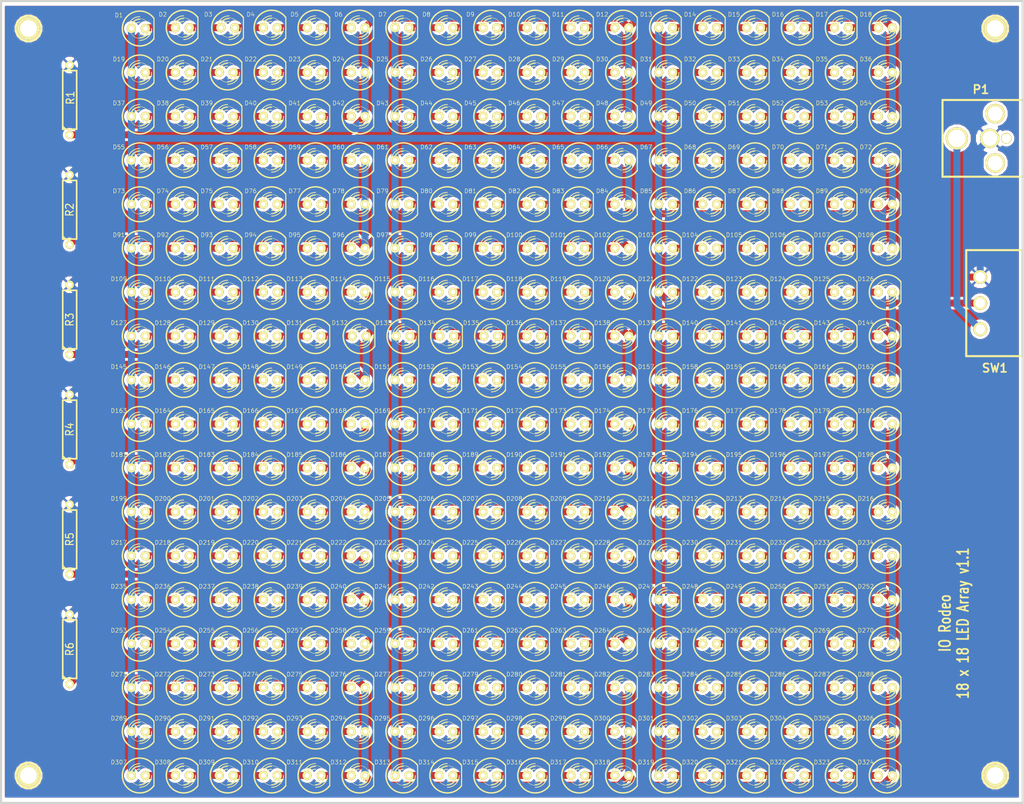
<source format=kicad_pcb>
(kicad_pcb (version 3) (host pcbnew "(2013-mar-13)-testing")
  (title_block (date "30 aug 2012"))
  (layers (15 Front signal) (0 Back signal) (18 B.Paste user) (19 F.Paste user) (20 B.SilkS user) (21 F.SilkS user) (22 B.Mask user) (23 F.Mask user) (28 Edge.Cuts user))
  (net 0 "")
  (net 1 /15V)
  (net 2 GND)
  (net 3 N-000001)
  (net 4 N-0000010)
  (net 5 N-00000100)
  (net 6 N-00000101)
  (net 7 N-00000102)
  (net 8 N-00000103)
  (net 9 N-00000104)
  (net 10 N-00000105)
  (net 11 N-00000106)
  (net 12 N-00000107)
  (net 13 N-00000108)
  (net 14 N-00000109)
  (net 15 N-0000011)
  (net 16 N-00000110)
  (net 17 N-00000111)
  (net 18 N-00000112)
  (net 19 N-00000113)
  (net 20 N-00000114)
  (net 21 N-00000115)
  (net 22 N-00000116)
  (net 23 N-00000117)
  (net 24 N-00000118)
  (net 25 N-00000119)
  (net 26 N-0000012)
  (net 27 N-00000120)
  (net 28 N-00000121)
  (net 29 N-00000122)
  (net 30 N-00000123)
  (net 31 N-00000124)
  (net 32 N-00000125)
  (net 33 N-00000127)
  (net 34 N-00000128)
  (net 35 N-00000129)
  (net 36 N-0000013)
  (net 37 N-00000130)
  (net 38 N-00000131)
  (net 39 N-00000132)
  (net 40 N-00000133)
  (net 41 N-00000134)
  (net 42 N-00000135)
  (net 43 N-00000136)
  (net 44 N-00000137)
  (net 45 N-00000138)
  (net 46 N-00000139)
  (net 47 N-0000014)
  (net 48 N-00000140)
  (net 49 N-00000141)
  (net 50 N-00000142)
  (net 51 N-00000143)
  (net 52 N-00000144)
  (net 53 N-00000145)
  (net 54 N-00000146)
  (net 55 N-00000147)
  (net 56 N-00000148)
  (net 57 N-00000149)
  (net 58 N-0000015)
  (net 59 N-00000150)
  (net 60 N-00000151)
  (net 61 N-00000152)
  (net 62 N-00000153)
  (net 63 N-00000154)
  (net 64 N-00000155)
  (net 65 N-00000156)
  (net 66 N-00000157)
  (net 67 N-00000158)
  (net 68 N-00000159)
  (net 69 N-0000016)
  (net 70 N-00000160)
  (net 71 N-00000161)
  (net 72 N-00000162)
  (net 73 N-00000163)
  (net 74 N-00000164)
  (net 75 N-00000165)
  (net 76 N-00000166)
  (net 77 N-00000167)
  (net 78 N-00000168)
  (net 79 N-00000169)
  (net 80 N-0000017)
  (net 81 N-00000170)
  (net 82 N-00000171)
  (net 83 N-00000172)
  (net 84 N-00000173)
  (net 85 N-00000174)
  (net 86 N-00000175)
  (net 87 N-00000176)
  (net 88 N-00000177)
  (net 89 N-00000178)
  (net 90 N-00000179)
  (net 91 N-0000018)
  (net 92 N-00000180)
  (net 93 N-00000181)
  (net 94 N-00000182)
  (net 95 N-00000183)
  (net 96 N-00000184)
  (net 97 N-00000185)
  (net 98 N-00000186)
  (net 99 N-00000187)
  (net 100 N-00000188)
  (net 101 N-00000189)
  (net 102 N-0000019)
  (net 103 N-00000190)
  (net 104 N-00000191)
  (net 105 N-00000192)
  (net 106 N-00000193)
  (net 107 N-00000194)
  (net 108 N-00000195)
  (net 109 N-00000197)
  (net 110 N-00000198)
  (net 111 N-00000199)
  (net 112 N-000002)
  (net 113 N-0000020)
  (net 114 N-00000200)
  (net 115 N-00000201)
  (net 116 N-00000202)
  (net 117 N-00000203)
  (net 118 N-00000204)
  (net 119 N-00000205)
  (net 120 N-00000206)
  (net 121 N-00000207)
  (net 122 N-00000208)
  (net 123 N-00000209)
  (net 124 N-0000021)
  (net 125 N-00000210)
  (net 126 N-00000211)
  (net 127 N-00000212)
  (net 128 N-00000213)
  (net 129 N-00000214)
  (net 130 N-00000215)
  (net 131 N-00000216)
  (net 132 N-00000217)
  (net 133 N-00000218)
  (net 134 N-00000219)
  (net 135 N-0000022)
  (net 136 N-00000220)
  (net 137 N-00000221)
  (net 138 N-00000222)
  (net 139 N-00000223)
  (net 140 N-00000224)
  (net 141 N-00000225)
  (net 142 N-00000226)
  (net 143 N-00000227)
  (net 144 N-00000228)
  (net 145 N-00000229)
  (net 146 N-0000023)
  (net 147 N-00000230)
  (net 148 N-00000231)
  (net 149 N-00000232)
  (net 150 N-00000233)
  (net 151 N-00000234)
  (net 152 N-00000235)
  (net 153 N-00000236)
  (net 154 N-00000237)
  (net 155 N-00000238)
  (net 156 N-00000239)
  (net 157 N-0000024)
  (net 158 N-00000240)
  (net 159 N-00000241)
  (net 160 N-00000242)
  (net 161 N-00000243)
  (net 162 N-00000244)
  (net 163 N-00000245)
  (net 164 N-00000246)
  (net 165 N-00000247)
  (net 166 N-00000248)
  (net 167 N-00000249)
  (net 168 N-0000025)
  (net 169 N-00000250)
  (net 170 N-00000251)
  (net 171 N-00000252)
  (net 172 N-00000253)
  (net 173 N-00000254)
  (net 174 N-00000255)
  (net 175 N-00000256)
  (net 176 N-00000257)
  (net 177 N-00000258)
  (net 178 N-00000259)
  (net 179 N-0000026)
  (net 180 N-00000260)
  (net 181 N-00000261)
  (net 182 N-00000262)
  (net 183 N-00000263)
  (net 184 N-00000264)
  (net 185 N-00000265)
  (net 186 N-00000266)
  (net 187 N-00000267)
  (net 188 N-00000268)
  (net 189 N-00000269)
  (net 190 N-0000027)
  (net 191 N-00000270)
  (net 192 N-00000271)
  (net 193 N-00000272)
  (net 194 N-00000273)
  (net 195 N-00000274)
  (net 196 N-00000275)
  (net 197 N-00000276)
  (net 198 N-00000277)
  (net 199 N-00000278)
  (net 200 N-00000279)
  (net 201 N-0000028)
  (net 202 N-0000029)
  (net 203 N-000003)
  (net 204 N-0000030)
  (net 205 N-0000031)
  (net 206 N-0000032)
  (net 207 N-0000033)
  (net 208 N-0000034)
  (net 209 N-0000035)
  (net 210 N-0000036)
  (net 211 N-0000037)
  (net 212 N-0000038)
  (net 213 N-0000039)
  (net 214 N-000004)
  (net 215 N-0000040)
  (net 216 N-0000041)
  (net 217 N-0000042)
  (net 218 N-0000043)
  (net 219 N-0000044)
  (net 220 N-0000045)
  (net 221 N-0000046)
  (net 222 N-0000047)
  (net 223 N-0000048)
  (net 224 N-0000049)
  (net 225 N-000005)
  (net 226 N-0000050)
  (net 227 N-0000051)
  (net 228 N-0000052)
  (net 229 N-0000053)
  (net 230 N-0000054)
  (net 231 N-0000055)
  (net 232 N-0000056)
  (net 233 N-0000057)
  (net 234 N-0000058)
  (net 235 N-0000059)
  (net 236 N-000006)
  (net 237 N-0000060)
  (net 238 N-0000061)
  (net 239 N-0000062)
  (net 240 N-0000063)
  (net 241 N-0000064)
  (net 242 N-0000065)
  (net 243 N-0000066)
  (net 244 N-0000067)
  (net 245 N-0000068)
  (net 246 N-0000069)
  (net 247 N-000007)
  (net 248 N-0000070)
  (net 249 N-0000071)
  (net 250 N-0000072)
  (net 251 N-0000073)
  (net 252 N-0000074)
  (net 253 N-0000075)
  (net 254 N-0000076)
  (net 255 N-0000077)
  (net 256 N-0000078)
  (net 257 N-0000079)
  (net 258 N-000008)
  (net 259 N-0000080)
  (net 260 N-0000081)
  (net 261 N-0000082)
  (net 262 N-0000083)
  (net 263 N-0000084)
  (net 264 N-0000085)
  (net 265 N-0000086)
  (net 266 N-0000087)
  (net 267 N-0000088)
  (net 268 N-0000089)
  (net 269 N-000009)
  (net 270 N-0000090)
  (net 271 N-0000091)
  (net 272 N-0000092)
  (net 273 N-0000093)
  (net 274 N-0000094)
  (net 275 N-0000095)
  (net 276 N-0000096)
  (net 277 N-0000097)
  (net 278 N-0000098)
  (net 279 N-0000099)
  (module R5 (layer Front) (at 73.5 53 90)
    (fp_text reference R2 (at 0 0 90) (layer F.SilkS) (effects (font (size 1.397 1.27) (thickness 0.2032))))
    (fp_text value R hide)
    (pad 1 thru_hole circle (at -6.35 0 90) (size 1.524 1.524) (drill 0.8128) (layers *.Cu *.Mask F.SilkS) (net 176 N-00000257))
    (pad 2 thru_hole circle (at 6.35 0 90) (size 1.524 1.524) (drill 0.8128) (layers *.Cu *.Mask F.SilkS) (net 2 GND))
  )
  (module R5 (layer Front) (at 73.5 33 90)
    (fp_text reference R1 (at 0.381 0.127 90) (layer F.SilkS) (effects (font (size 1.397 1.27) (thickness 0.2032))))
    (fp_text value R hide)
    (pad 1 thru_hole circle (at -6.35 0 90) (size 1.524 1.524) (drill 0.8128) (layers *.Cu *.Mask F.SilkS) (net 109 N-00000197))
    (pad 2 thru_hole circle (at 6.35 0 90) (size 1.524 1.524) (drill 0.8128) (layers *.Cu *.Mask F.SilkS) (net 2 GND))
  )
  (module 1pin (layer Front) (at 66 156)
    (fp_text reference M4 hide)
    (fp_text value P*** hide)
    (pad 1 thru_hole circle (at 0 0) (size 4.064 4.064) (drill 3.048) (layers *.Cu *.Mask F.SilkS))
  )
  (module 1pin (layer Front) (at 242 156)
    (fp_text reference M2 hide)
    (fp_text value P*** hide)
    (pad 1 thru_hole circle (at 0 0) (size 4.064 4.064) (drill 3.048) (layers *.Cu *.Mask F.SilkS))
  )
  (module 1pin (layer Front) (at 242 20)
    (fp_text reference M3 hide)
    (fp_text value P*** hide)
    (pad 1 thru_hole circle (at 0 0) (size 4.064 4.064) (drill 3.048) (layers *.Cu *.Mask F.SilkS))
  )
  (module 1pin (layer Front) (at 66 20)
    (fp_text reference M1 hide)
    (fp_text value P*** hide)
    (pad 1 thru_hole circle (at 0 0) (size 4.064 4.064) (drill 3.048) (layers *.Cu *.Mask F.SilkS))
  )
  (module slide_switch (layer Front) (at 241.808 70 90)
    (fp_text reference SW1 (at -11.8237 0.127 180) (layer F.SilkS) (effects (font (thickness 0.3048))))
    (fp_text value SWITCH_INV hide)
    (pad 1 thru_hole circle (at -4.7498 -2.54 90) (size 2.54 2.54) (drill 1.778) (layers *.Cu *.Mask F.SilkS) (net 1 /15V))
    (pad 2 thru_hole circle (at 0 -2.54 90) (size 2.54 2.54) (drill 1.778) (layers *.Cu *.Mask F.SilkS) (net 173 N-00000254))
    (pad 3 thru_hole circle (at 4.7498 -2.54 90) (size 2.54 2.54) (drill 1.778) (layers *.Cu *.Mask F.SilkS) (net 2 GND))
  )
  (module "CUSTOM2 LED-5MM" (layer Front) (at 86 20)
    (fp_text reference D1 (at -3.556 -2.413) (layer F.SilkS) (effects (font (size 0.762 0.762) (thickness 0.0889))))
    (fp_text value LED hide)
    (pad 1 thru_hole circle (at -1.27 0) (size 1.6764 1.6764) (drill 0.8128) (layers *.Cu *.Mask F.Paste F.SilkS) (net 173 N-00000254))
    (pad 2 thru_hole circle (at 1.27 0) (size 1.6764 1.6764) (drill 0.8128) (layers *.Cu *.Mask F.Paste F.SilkS) (net 128 N-00000213))
  )
  (module "CUSTOM2 LED-5MM" (layer Front) (at 182 44)
    (fp_text reference D67 (at -3.556 -2.413) (layer F.SilkS) (effects (font (size 0.762 0.762) (thickness 0.0889))))
    (fp_text value LED hide)
    (pad 1 thru_hole circle (at -1.27 0) (size 1.6764 1.6764) (drill 0.8128) (layers *.Cu *.Mask F.Paste F.SilkS) (net 173 N-00000254))
    (pad 2 thru_hole circle (at 1.27 0) (size 1.6764 1.6764) (drill 0.8128) (layers *.Cu *.Mask F.Paste F.SilkS) (net 77 N-00000167))
  )
  (module "CUSTOM2 LED-5MM" (layer Front) (at 190 44)
    (fp_text reference D68 (at -3.556 -2.413) (layer F.SilkS) (effects (font (size 0.762 0.762) (thickness 0.0889))))
    (fp_text value LED hide)
    (pad 1 thru_hole circle (at -1.27 0) (size 1.6764 1.6764) (drill 0.8128) (layers *.Cu *.Mask F.Paste F.SilkS) (net 77 N-00000167))
    (pad 2 thru_hole circle (at 1.27 0) (size 1.6764 1.6764) (drill 0.8128) (layers *.Cu *.Mask F.Paste F.SilkS) (net 78 N-00000168))
  )
  (module "CUSTOM2 LED-5MM" (layer Front) (at 198 44)
    (fp_text reference D69 (at -3.556 -2.413) (layer F.SilkS) (effects (font (size 0.762 0.762) (thickness 0.0889))))
    (fp_text value LED hide)
    (pad 1 thru_hole circle (at -1.27 0) (size 1.6764 1.6764) (drill 0.8128) (layers *.Cu *.Mask F.Paste F.SilkS) (net 78 N-00000168))
    (pad 2 thru_hole circle (at 1.27 0) (size 1.6764 1.6764) (drill 0.8128) (layers *.Cu *.Mask F.Paste F.SilkS) (net 79 N-00000169))
  )
  (module "CUSTOM2 LED-5MM" (layer Front) (at 206 44)
    (fp_text reference D70 (at -3.556 -2.413) (layer F.SilkS) (effects (font (size 0.762 0.762) (thickness 0.0889))))
    (fp_text value LED hide)
    (pad 1 thru_hole circle (at -1.27 0) (size 1.6764 1.6764) (drill 0.8128) (layers *.Cu *.Mask F.Paste F.SilkS) (net 79 N-00000169))
    (pad 2 thru_hole circle (at 1.27 0) (size 1.6764 1.6764) (drill 0.8128) (layers *.Cu *.Mask F.Paste F.SilkS) (net 81 N-00000170))
  )
  (module "CUSTOM2 LED-5MM" (layer Front) (at 214 44)
    (fp_text reference D71 (at -3.556 -2.413) (layer F.SilkS) (effects (font (size 0.762 0.762) (thickness 0.0889))))
    (fp_text value LED hide)
    (pad 1 thru_hole circle (at -1.27 0) (size 1.6764 1.6764) (drill 0.8128) (layers *.Cu *.Mask F.Paste F.SilkS) (net 81 N-00000170))
    (pad 2 thru_hole circle (at 1.27 0) (size 1.6764 1.6764) (drill 0.8128) (layers *.Cu *.Mask F.Paste F.SilkS) (net 197 N-00000276))
  )
  (module "CUSTOM2 LED-5MM" (layer Front) (at 222 44)
    (fp_text reference D72 (at -3.556 -2.413) (layer F.SilkS) (effects (font (size 0.762 0.762) (thickness 0.0889))))
    (fp_text value LED hide)
    (pad 1 thru_hole circle (at -1.27 0) (size 1.6764 1.6764) (drill 0.8128) (layers *.Cu *.Mask F.Paste F.SilkS) (net 197 N-00000276))
    (pad 2 thru_hole circle (at 1.27 0) (size 1.6764 1.6764) (drill 0.8128) (layers *.Cu *.Mask F.Paste F.SilkS) (net 176 N-00000257))
  )
  (module "CUSTOM2 LED-5MM" (layer Front) (at 166 44)
    (fp_text reference D65 (at -3.556 -2.413) (layer F.SilkS) (effects (font (size 0.762 0.762) (thickness 0.0889))))
    (fp_text value LED hide)
    (pad 1 thru_hole circle (at -1.27 0) (size 1.6764 1.6764) (drill 0.8128) (layers *.Cu *.Mask F.Paste F.SilkS) (net 180 N-00000260))
    (pad 2 thru_hole circle (at 1.27 0) (size 1.6764 1.6764) (drill 0.8128) (layers *.Cu *.Mask F.Paste F.SilkS) (net 196 N-00000275))
  )
  (module "CUSTOM2 LED-5MM" (layer Front) (at 174 44)
    (fp_text reference D66 (at -3.556 -2.413) (layer F.SilkS) (effects (font (size 0.762 0.762) (thickness 0.0889))))
    (fp_text value LED hide)
    (pad 1 thru_hole circle (at -1.27 0) (size 1.6764 1.6764) (drill 0.8128) (layers *.Cu *.Mask F.Paste F.SilkS) (net 196 N-00000275))
    (pad 2 thru_hole circle (at 1.27 0) (size 1.6764 1.6764) (drill 0.8128) (layers *.Cu *.Mask F.Paste F.SilkS) (net 176 N-00000257))
  )
  (module "CUSTOM2 LED-5MM" (layer Front) (at 102 44)
    (fp_text reference D57 (at -3.556 -2.413) (layer F.SilkS) (effects (font (size 0.762 0.762) (thickness 0.0889))))
    (fp_text value LED hide)
    (pad 1 thru_hole circle (at -1.27 0) (size 1.6764 1.6764) (drill 0.8128) (layers *.Cu *.Mask F.Paste F.SilkS) (net 187 N-00000267))
    (pad 2 thru_hole circle (at 1.27 0) (size 1.6764 1.6764) (drill 0.8128) (layers *.Cu *.Mask F.Paste F.SilkS) (net 185 N-00000265))
  )
  (module "CUSTOM2 LED-5MM" (layer Front) (at 110 44)
    (fp_text reference D58 (at -3.556 -2.413) (layer F.SilkS) (effects (font (size 0.762 0.762) (thickness 0.0889))))
    (fp_text value LED hide)
    (pad 1 thru_hole circle (at -1.27 0) (size 1.6764 1.6764) (drill 0.8128) (layers *.Cu *.Mask F.Paste F.SilkS) (net 185 N-00000265))
    (pad 2 thru_hole circle (at 1.27 0) (size 1.6764 1.6764) (drill 0.8128) (layers *.Cu *.Mask F.Paste F.SilkS) (net 186 N-00000266))
  )
  (module "CUSTOM2 LED-5MM" (layer Front) (at 118 44)
    (fp_text reference D59 (at -3.556 -2.413) (layer F.SilkS) (effects (font (size 0.762 0.762) (thickness 0.0889))))
    (fp_text value LED hide)
    (pad 1 thru_hole circle (at -1.27 0) (size 1.6764 1.6764) (drill 0.8128) (layers *.Cu *.Mask F.Paste F.SilkS) (net 186 N-00000266))
    (pad 2 thru_hole circle (at 1.27 0) (size 1.6764 1.6764) (drill 0.8128) (layers *.Cu *.Mask F.Paste F.SilkS) (net 198 N-00000277))
  )
  (module "CUSTOM2 LED-5MM" (layer Front) (at 126 44)
    (fp_text reference D60 (at -3.556 -2.413) (layer F.SilkS) (effects (font (size 0.762 0.762) (thickness 0.0889))))
    (fp_text value LED hide)
    (pad 1 thru_hole circle (at -1.27 0) (size 1.6764 1.6764) (drill 0.8128) (layers *.Cu *.Mask F.Paste F.SilkS) (net 198 N-00000277))
    (pad 2 thru_hole circle (at 1.27 0) (size 1.6764 1.6764) (drill 0.8128) (layers *.Cu *.Mask F.Paste F.SilkS) (net 176 N-00000257))
  )
  (module "CUSTOM2 LED-5MM" (layer Front) (at 134 44)
    (fp_text reference D61 (at -3.556 -2.413) (layer F.SilkS) (effects (font (size 0.762 0.762) (thickness 0.0889))))
    (fp_text value LED hide)
    (pad 1 thru_hole circle (at -1.27 0) (size 1.6764 1.6764) (drill 0.8128) (layers *.Cu *.Mask F.Paste F.SilkS) (net 173 N-00000254))
    (pad 2 thru_hole circle (at 1.27 0) (size 1.6764 1.6764) (drill 0.8128) (layers *.Cu *.Mask F.Paste F.SilkS) (net 182 N-00000262))
  )
  (module "CUSTOM2 LED-5MM" (layer Front) (at 142 44)
    (fp_text reference D62 (at -3.556 -2.413) (layer F.SilkS) (effects (font (size 0.762 0.762) (thickness 0.0889))))
    (fp_text value LED hide)
    (pad 1 thru_hole circle (at -1.27 0) (size 1.6764 1.6764) (drill 0.8128) (layers *.Cu *.Mask F.Paste F.SilkS) (net 182 N-00000262))
    (pad 2 thru_hole circle (at 1.27 0) (size 1.6764 1.6764) (drill 0.8128) (layers *.Cu *.Mask F.Paste F.SilkS) (net 183 N-00000263))
  )
  (module "CUSTOM2 LED-5MM" (layer Front) (at 150 44)
    (fp_text reference D63 (at -3.556 -2.413) (layer F.SilkS) (effects (font (size 0.762 0.762) (thickness 0.0889))))
    (fp_text value LED hide)
    (pad 1 thru_hole circle (at -1.27 0) (size 1.6764 1.6764) (drill 0.8128) (layers *.Cu *.Mask F.Paste F.SilkS) (net 183 N-00000263))
    (pad 2 thru_hole circle (at 1.27 0) (size 1.6764 1.6764) (drill 0.8128) (layers *.Cu *.Mask F.Paste F.SilkS) (net 184 N-00000264))
  )
  (module "CUSTOM2 LED-5MM" (layer Front) (at 94 44)
    (fp_text reference D56 (at -3.556 -2.413) (layer F.SilkS) (effects (font (size 0.762 0.762) (thickness 0.0889))))
    (fp_text value LED hide)
    (pad 1 thru_hole circle (at -1.27 0) (size 1.6764 1.6764) (drill 0.8128) (layers *.Cu *.Mask F.Paste F.SilkS) (net 188 N-00000268))
    (pad 2 thru_hole circle (at 1.27 0) (size 1.6764 1.6764) (drill 0.8128) (layers *.Cu *.Mask F.Paste F.SilkS) (net 187 N-00000267))
  )
  (module "CUSTOM2 LED-5MM" (layer Front) (at 174 36)
    (fp_text reference D48 (at -3.556 -2.413) (layer F.SilkS) (effects (font (size 0.762 0.762) (thickness 0.0889))))
    (fp_text value LED hide)
    (pad 1 thru_hole circle (at -1.27 0) (size 1.6764 1.6764) (drill 0.8128) (layers *.Cu *.Mask F.Paste F.SilkS) (net 54 N-00000146))
    (pad 2 thru_hole circle (at 1.27 0) (size 1.6764 1.6764) (drill 0.8128) (layers *.Cu *.Mask F.Paste F.SilkS) (net 109 N-00000197))
  )
  (module "CUSTOM2 LED-5MM" (layer Front) (at 182 36)
    (fp_text reference D49 (at -3.556 -2.413) (layer F.SilkS) (effects (font (size 0.762 0.762) (thickness 0.0889))))
    (fp_text value LED hide)
    (pad 1 thru_hole circle (at -1.27 0) (size 1.6764 1.6764) (drill 0.8128) (layers *.Cu *.Mask F.Paste F.SilkS) (net 173 N-00000254))
    (pad 2 thru_hole circle (at 1.27 0) (size 1.6764 1.6764) (drill 0.8128) (layers *.Cu *.Mask F.Paste F.SilkS) (net 110 N-00000198))
  )
  (module "CUSTOM2 LED-5MM" (layer Front) (at 190 36)
    (fp_text reference D50 (at -3.556 -2.413) (layer F.SilkS) (effects (font (size 0.762 0.762) (thickness 0.0889))))
    (fp_text value LED hide)
    (pad 1 thru_hole circle (at -1.27 0) (size 1.6764 1.6764) (drill 0.8128) (layers *.Cu *.Mask F.Paste F.SilkS) (net 110 N-00000198))
    (pad 2 thru_hole circle (at 1.27 0) (size 1.6764 1.6764) (drill 0.8128) (layers *.Cu *.Mask F.Paste F.SilkS) (net 111 N-00000199))
  )
  (module "CUSTOM2 LED-5MM" (layer Front) (at 198 36)
    (fp_text reference D51 (at -3.556 -2.413) (layer F.SilkS) (effects (font (size 0.762 0.762) (thickness 0.0889))))
    (fp_text value LED hide)
    (pad 1 thru_hole circle (at -1.27 0) (size 1.6764 1.6764) (drill 0.8128) (layers *.Cu *.Mask F.Paste F.SilkS) (net 111 N-00000199))
    (pad 2 thru_hole circle (at 1.27 0) (size 1.6764 1.6764) (drill 0.8128) (layers *.Cu *.Mask F.Paste F.SilkS) (net 114 N-00000200))
  )
  (module "CUSTOM2 LED-5MM" (layer Front) (at 206 36)
    (fp_text reference D52 (at -3.556 -2.413) (layer F.SilkS) (effects (font (size 0.762 0.762) (thickness 0.0889))))
    (fp_text value LED hide)
    (pad 1 thru_hole circle (at -1.27 0) (size 1.6764 1.6764) (drill 0.8128) (layers *.Cu *.Mask F.Paste F.SilkS) (net 114 N-00000200))
    (pad 2 thru_hole circle (at 1.27 0) (size 1.6764 1.6764) (drill 0.8128) (layers *.Cu *.Mask F.Paste F.SilkS) (net 51 N-00000143))
  )
  (module "CUSTOM2 LED-5MM" (layer Front) (at 214 36)
    (fp_text reference D53 (at -3.556 -2.413) (layer F.SilkS) (effects (font (size 0.762 0.762) (thickness 0.0889))))
    (fp_text value LED hide)
    (pad 1 thru_hole circle (at -1.27 0) (size 1.6764 1.6764) (drill 0.8128) (layers *.Cu *.Mask F.Paste F.SilkS) (net 51 N-00000143))
    (pad 2 thru_hole circle (at 1.27 0) (size 1.6764 1.6764) (drill 0.8128) (layers *.Cu *.Mask F.Paste F.SilkS) (net 52 N-00000144))
  )
  (module "CUSTOM2 LED-5MM" (layer Front) (at 222 36)
    (fp_text reference D54 (at -3.556 -2.413) (layer F.SilkS) (effects (font (size 0.762 0.762) (thickness 0.0889))))
    (fp_text value LED hide)
    (pad 1 thru_hole circle (at -1.27 0) (size 1.6764 1.6764) (drill 0.8128) (layers *.Cu *.Mask F.Paste F.SilkS) (net 52 N-00000144))
    (pad 2 thru_hole circle (at 1.27 0) (size 1.6764 1.6764) (drill 0.8128) (layers *.Cu *.Mask F.Paste F.SilkS) (net 109 N-00000197))
  )
  (module "CUSTOM2 LED-5MM" (layer Front) (at 166 36)
    (fp_text reference D47 (at -3.556 -2.413) (layer F.SilkS) (effects (font (size 0.762 0.762) (thickness 0.0889))))
    (fp_text value LED hide)
    (pad 1 thru_hole circle (at -1.27 0) (size 1.6764 1.6764) (drill 0.8128) (layers *.Cu *.Mask F.Paste F.SilkS) (net 53 N-00000145))
    (pad 2 thru_hole circle (at 1.27 0) (size 1.6764 1.6764) (drill 0.8128) (layers *.Cu *.Mask F.Paste F.SilkS) (net 54 N-00000146))
  )
  (module "CUSTOM2 LED-5MM" (layer Front) (at 94 36)
    (fp_text reference D38 (at -3.556 -2.413) (layer F.SilkS) (effects (font (size 0.762 0.762) (thickness 0.0889))))
    (fp_text value LED hide)
    (pad 1 thru_hole circle (at -1.27 0) (size 1.6764 1.6764) (drill 0.8128) (layers *.Cu *.Mask F.Paste F.SilkS) (net 107 N-00000194))
    (pad 2 thru_hole circle (at 1.27 0) (size 1.6764 1.6764) (drill 0.8128) (layers *.Cu *.Mask F.Paste F.SilkS) (net 106 N-00000193))
  )
  (module "CUSTOM2 LED-5MM" (layer Front) (at 102 36)
    (fp_text reference D39 (at -3.556 -2.413) (layer F.SilkS) (effects (font (size 0.762 0.762) (thickness 0.0889))))
    (fp_text value LED hide)
    (pad 1 thru_hole circle (at -1.27 0) (size 1.6764 1.6764) (drill 0.8128) (layers *.Cu *.Mask F.Paste F.SilkS) (net 106 N-00000193))
    (pad 2 thru_hole circle (at 1.27 0) (size 1.6764 1.6764) (drill 0.8128) (layers *.Cu *.Mask F.Paste F.SilkS) (net 105 N-00000192))
  )
  (module "CUSTOM2 LED-5MM" (layer Front) (at 118 36)
    (fp_text reference D41 (at -3.556 -2.413) (layer F.SilkS) (effects (font (size 0.762 0.762) (thickness 0.0889))))
    (fp_text value LED hide)
    (pad 1 thru_hole circle (at -1.27 0) (size 1.6764 1.6764) (drill 0.8128) (layers *.Cu *.Mask F.Paste F.SilkS) (net 60 N-00000151))
    (pad 2 thru_hole circle (at 1.27 0) (size 1.6764 1.6764) (drill 0.8128) (layers *.Cu *.Mask F.Paste F.SilkS) (net 61 N-00000152))
  )
  (module "CUSTOM2 LED-5MM" (layer Front) (at 110 36)
    (fp_text reference D40 (at -3.556 -2.413) (layer F.SilkS) (effects (font (size 0.762 0.762) (thickness 0.0889))))
    (fp_text value LED hide)
    (pad 1 thru_hole circle (at -1.27 0) (size 1.6764 1.6764) (drill 0.8128) (layers *.Cu *.Mask F.Paste F.SilkS) (net 105 N-00000192))
    (pad 2 thru_hole circle (at 1.27 0) (size 1.6764 1.6764) (drill 0.8128) (layers *.Cu *.Mask F.Paste F.SilkS) (net 60 N-00000151))
  )
  (module "CUSTOM2 LED-5MM" (layer Front) (at 126 36)
    (fp_text reference D42 (at -3.556 -2.413) (layer F.SilkS) (effects (font (size 0.762 0.762) (thickness 0.0889))))
    (fp_text value LED hide)
    (pad 1 thru_hole circle (at -1.27 0) (size 1.6764 1.6764) (drill 0.8128) (layers *.Cu *.Mask F.Paste F.SilkS) (net 61 N-00000152))
    (pad 2 thru_hole circle (at 1.27 0) (size 1.6764 1.6764) (drill 0.8128) (layers *.Cu *.Mask F.Paste F.SilkS) (net 109 N-00000197))
  )
  (module "CUSTOM2 LED-5MM" (layer Front) (at 134 36)
    (fp_text reference D43 (at -3.556 -2.413) (layer F.SilkS) (effects (font (size 0.762 0.762) (thickness 0.0889))))
    (fp_text value LED hide)
    (pad 1 thru_hole circle (at -1.27 0) (size 1.6764 1.6764) (drill 0.8128) (layers *.Cu *.Mask F.Paste F.SilkS) (net 173 N-00000254))
    (pad 2 thru_hole circle (at 1.27 0) (size 1.6764 1.6764) (drill 0.8128) (layers *.Cu *.Mask F.Paste F.SilkS) (net 101 N-00000189))
  )
  (module "CUSTOM2 LED-5MM" (layer Front) (at 142 36)
    (fp_text reference D44 (at -3.556 -2.413) (layer F.SilkS) (effects (font (size 0.762 0.762) (thickness 0.0889))))
    (fp_text value LED hide)
    (pad 1 thru_hole circle (at -1.27 0) (size 1.6764 1.6764) (drill 0.8128) (layers *.Cu *.Mask F.Paste F.SilkS) (net 101 N-00000189))
    (pad 2 thru_hole circle (at 1.27 0) (size 1.6764 1.6764) (drill 0.8128) (layers *.Cu *.Mask F.Paste F.SilkS) (net 103 N-00000190))
  )
  (module "CUSTOM2 LED-5MM" (layer Front) (at 150 36)
    (fp_text reference D45 (at -3.556 -2.413) (layer F.SilkS) (effects (font (size 0.762 0.762) (thickness 0.0889))))
    (fp_text value LED hide)
    (pad 1 thru_hole circle (at -1.27 0) (size 1.6764 1.6764) (drill 0.8128) (layers *.Cu *.Mask F.Paste F.SilkS) (net 103 N-00000190))
    (pad 2 thru_hole circle (at 1.27 0) (size 1.6764 1.6764) (drill 0.8128) (layers *.Cu *.Mask F.Paste F.SilkS) (net 104 N-00000191))
  )
  (module "CUSTOM2 LED-5MM" (layer Front) (at 86 36)
    (fp_text reference D37 (at -3.556 -2.413) (layer F.SilkS) (effects (font (size 0.762 0.762) (thickness 0.0889))))
    (fp_text value LED hide)
    (pad 1 thru_hole circle (at -1.27 0) (size 1.6764 1.6764) (drill 0.8128) (layers *.Cu *.Mask F.Paste F.SilkS) (net 173 N-00000254))
    (pad 2 thru_hole circle (at 1.27 0) (size 1.6764 1.6764) (drill 0.8128) (layers *.Cu *.Mask F.Paste F.SilkS) (net 107 N-00000194))
  )
  (module "CUSTOM2 LED-5MM" (layer Front) (at 158 36)
    (fp_text reference D46 (at -3.556 -2.413) (layer F.SilkS) (effects (font (size 0.762 0.762) (thickness 0.0889))))
    (fp_text value LED hide)
    (pad 1 thru_hole circle (at -1.27 0) (size 1.6764 1.6764) (drill 0.8128) (layers *.Cu *.Mask F.Paste F.SilkS) (net 104 N-00000191))
    (pad 2 thru_hole circle (at 1.27 0) (size 1.6764 1.6764) (drill 0.8128) (layers *.Cu *.Mask F.Paste F.SilkS) (net 53 N-00000145))
  )
  (module "CUSTOM2 LED-5MM" (layer Front) (at 86 44)
    (fp_text reference D55 (at -3.556 -2.413) (layer F.SilkS) (effects (font (size 0.762 0.762) (thickness 0.0889))))
    (fp_text value LED hide)
    (pad 1 thru_hole circle (at -1.27 0) (size 1.6764 1.6764) (drill 0.8128) (layers *.Cu *.Mask F.Paste F.SilkS) (net 173 N-00000254))
    (pad 2 thru_hole circle (at 1.27 0) (size 1.6764 1.6764) (drill 0.8128) (layers *.Cu *.Mask F.Paste F.SilkS) (net 188 N-00000268))
  )
  (module "CUSTOM2 LED-5MM" (layer Front) (at 158 44)
    (fp_text reference D64 (at -3.556 -2.413) (layer F.SilkS) (effects (font (size 0.762 0.762) (thickness 0.0889))))
    (fp_text value LED hide)
    (pad 1 thru_hole circle (at -1.27 0) (size 1.6764 1.6764) (drill 0.8128) (layers *.Cu *.Mask F.Paste F.SilkS) (net 184 N-00000264))
    (pad 2 thru_hole circle (at 1.27 0) (size 1.6764 1.6764) (drill 0.8128) (layers *.Cu *.Mask F.Paste F.SilkS) (net 180 N-00000260))
  )
  (module "CUSTOM2 LED-5MM" (layer Front) (at 222 28)
    (fp_text reference D36 (at -3.556 -2.413) (layer F.SilkS) (effects (font (size 0.762 0.762) (thickness 0.0889))))
    (fp_text value LED hide)
    (pad 1 thru_hole circle (at -1.27 0) (size 1.6764 1.6764) (drill 0.8128) (layers *.Cu *.Mask F.Paste F.SilkS) (net 62 N-00000153))
    (pad 2 thru_hole circle (at 1.27 0) (size 1.6764 1.6764) (drill 0.8128) (layers *.Cu *.Mask F.Paste F.SilkS) (net 109 N-00000197))
  )
  (module "CUSTOM2 LED-5MM" (layer Front) (at 166 28)
    (fp_text reference D29 (at -3.556 -2.413) (layer F.SilkS) (effects (font (size 0.762 0.762) (thickness 0.0889))))
    (fp_text value LED hide)
    (pad 1 thru_hole circle (at -1.27 0) (size 1.6764 1.6764) (drill 0.8128) (layers *.Cu *.Mask F.Paste F.SilkS) (net 59 N-00000150))
    (pad 2 thru_hole circle (at 1.27 0) (size 1.6764 1.6764) (drill 0.8128) (layers *.Cu *.Mask F.Paste F.SilkS) (net 57 N-00000149))
  )
  (module "CUSTOM2 LED-5MM" (layer Front) (at 174 28)
    (fp_text reference D30 (at -3.556 -2.413) (layer F.SilkS) (effects (font (size 0.762 0.762) (thickness 0.0889))))
    (fp_text value LED hide)
    (pad 1 thru_hole circle (at -1.27 0) (size 1.6764 1.6764) (drill 0.8128) (layers *.Cu *.Mask F.Paste F.SilkS) (net 57 N-00000149))
    (pad 2 thru_hole circle (at 1.27 0) (size 1.6764 1.6764) (drill 0.8128) (layers *.Cu *.Mask F.Paste F.SilkS) (net 109 N-00000197))
  )
  (module "CUSTOM2 LED-5MM" (layer Front) (at 182 28)
    (fp_text reference D31 (at -3.556 -2.413) (layer F.SilkS) (effects (font (size 0.762 0.762) (thickness 0.0889))))
    (fp_text value LED hide)
    (pad 1 thru_hole circle (at -1.27 0) (size 1.6764 1.6764) (drill 0.8128) (layers *.Cu *.Mask F.Paste F.SilkS) (net 173 N-00000254))
    (pad 2 thru_hole circle (at 1.27 0) (size 1.6764 1.6764) (drill 0.8128) (layers *.Cu *.Mask F.Paste F.SilkS) (net 100 N-00000188))
  )
  (module "CUSTOM2 LED-5MM" (layer Front) (at 190 28)
    (fp_text reference D32 (at -3.556 -2.413) (layer F.SilkS) (effects (font (size 0.762 0.762) (thickness 0.0889))))
    (fp_text value LED hide)
    (pad 1 thru_hole circle (at -1.27 0) (size 1.6764 1.6764) (drill 0.8128) (layers *.Cu *.Mask F.Paste F.SilkS) (net 100 N-00000188))
    (pad 2 thru_hole circle (at 1.27 0) (size 1.6764 1.6764) (drill 0.8128) (layers *.Cu *.Mask F.Paste F.SilkS) (net 99 N-00000187))
  )
  (module "CUSTOM2 LED-5MM" (layer Front) (at 198 28)
    (fp_text reference D33 (at -3.556 -2.413) (layer F.SilkS) (effects (font (size 0.762 0.762) (thickness 0.0889))))
    (fp_text value LED hide)
    (pad 1 thru_hole circle (at -1.27 0) (size 1.6764 1.6764) (drill 0.8128) (layers *.Cu *.Mask F.Paste F.SilkS) (net 99 N-00000187))
    (pad 2 thru_hole circle (at 1.27 0) (size 1.6764 1.6764) (drill 0.8128) (layers *.Cu *.Mask F.Paste F.SilkS) (net 98 N-00000186))
  )
  (module "CUSTOM2 LED-5MM" (layer Front) (at 206 28)
    (fp_text reference D34 (at -3.556 -2.413) (layer F.SilkS) (effects (font (size 0.762 0.762) (thickness 0.0889))))
    (fp_text value LED hide)
    (pad 1 thru_hole circle (at -1.27 0) (size 1.6764 1.6764) (drill 0.8128) (layers *.Cu *.Mask F.Paste F.SilkS) (net 98 N-00000186))
    (pad 2 thru_hole circle (at 1.27 0) (size 1.6764 1.6764) (drill 0.8128) (layers *.Cu *.Mask F.Paste F.SilkS) (net 63 N-00000154))
  )
  (module "CUSTOM2 LED-5MM" (layer Front) (at 214 28)
    (fp_text reference D35 (at -3.556 -2.413) (layer F.SilkS) (effects (font (size 0.762 0.762) (thickness 0.0889))))
    (fp_text value LED hide)
    (pad 1 thru_hole circle (at -1.27 0) (size 1.6764 1.6764) (drill 0.8128) (layers *.Cu *.Mask F.Paste F.SilkS) (net 63 N-00000154))
    (pad 2 thru_hole circle (at 1.27 0) (size 1.6764 1.6764) (drill 0.8128) (layers *.Cu *.Mask F.Paste F.SilkS) (net 62 N-00000153))
  )
  (module "CUSTOM2 LED-5MM" (layer Front) (at 158 28)
    (fp_text reference D28 (at -3.556 -2.413) (layer F.SilkS) (effects (font (size 0.762 0.762) (thickness 0.0889))))
    (fp_text value LED hide)
    (pad 1 thru_hole circle (at -1.27 0) (size 1.6764 1.6764) (drill 0.8128) (layers *.Cu *.Mask F.Paste F.SilkS) (net 97 N-00000185))
    (pad 2 thru_hole circle (at 1.27 0) (size 1.6764 1.6764) (drill 0.8128) (layers *.Cu *.Mask F.Paste F.SilkS) (net 59 N-00000150))
  )
  (module "CUSTOM2 LED-5MM" (layer Front) (at 142 28)
    (fp_text reference D26 (at -3.556 -2.413) (layer F.SilkS) (effects (font (size 0.762 0.762) (thickness 0.0889))))
    (fp_text value LED hide)
    (pad 1 thru_hole circle (at -1.27 0) (size 1.6764 1.6764) (drill 0.8128) (layers *.Cu *.Mask F.Paste F.SilkS) (net 115 N-00000201))
    (pad 2 thru_hole circle (at 1.27 0) (size 1.6764 1.6764) (drill 0.8128) (layers *.Cu *.Mask F.Paste F.SilkS) (net 116 N-00000202))
  )
  (module "CUSTOM2 LED-5MM" (layer Front) (at 150 28)
    (fp_text reference D27 (at -3.556 -2.413) (layer F.SilkS) (effects (font (size 0.762 0.762) (thickness 0.0889))))
    (fp_text value LED hide)
    (pad 1 thru_hole circle (at -1.27 0) (size 1.6764 1.6764) (drill 0.8128) (layers *.Cu *.Mask F.Paste F.SilkS) (net 116 N-00000202))
    (pad 2 thru_hole circle (at 1.27 0) (size 1.6764 1.6764) (drill 0.8128) (layers *.Cu *.Mask F.Paste F.SilkS) (net 97 N-00000185))
  )
  (module "CUSTOM2 LED-5MM" (layer Front) (at 94 28)
    (fp_text reference D20 (at -3.556 -2.413) (layer F.SilkS) (effects (font (size 0.762 0.762) (thickness 0.0889))))
    (fp_text value LED hide)
    (pad 1 thru_hole circle (at -1.27 0) (size 1.6764 1.6764) (drill 0.8128) (layers *.Cu *.Mask F.Paste F.SilkS) (net 121 N-00000207))
    (pad 2 thru_hole circle (at 1.27 0) (size 1.6764 1.6764) (drill 0.8128) (layers *.Cu *.Mask F.Paste F.SilkS) (net 120 N-00000206))
  )
  (module "CUSTOM2 LED-5MM" (layer Front) (at 102 28)
    (fp_text reference D21 (at -3.556 -2.413) (layer F.SilkS) (effects (font (size 0.762 0.762) (thickness 0.0889))))
    (fp_text value LED hide)
    (pad 1 thru_hole circle (at -1.27 0) (size 1.6764 1.6764) (drill 0.8128) (layers *.Cu *.Mask F.Paste F.SilkS) (net 120 N-00000206))
    (pad 2 thru_hole circle (at 1.27 0) (size 1.6764 1.6764) (drill 0.8128) (layers *.Cu *.Mask F.Paste F.SilkS) (net 119 N-00000205))
  )
  (module "CUSTOM2 LED-5MM" (layer Front) (at 110 28)
    (fp_text reference D22 (at -3.556 -2.413) (layer F.SilkS) (effects (font (size 0.762 0.762) (thickness 0.0889))))
    (fp_text value LED hide)
    (pad 1 thru_hole circle (at -1.27 0) (size 1.6764 1.6764) (drill 0.8128) (layers *.Cu *.Mask F.Paste F.SilkS) (net 119 N-00000205))
    (pad 2 thru_hole circle (at 1.27 0) (size 1.6764 1.6764) (drill 0.8128) (layers *.Cu *.Mask F.Paste F.SilkS) (net 55 N-00000147))
  )
  (module "CUSTOM2 LED-5MM" (layer Front) (at 118 28)
    (fp_text reference D23 (at -3.556 -2.413) (layer F.SilkS) (effects (font (size 0.762 0.762) (thickness 0.0889))))
    (fp_text value LED hide)
    (pad 1 thru_hole circle (at -1.27 0) (size 1.6764 1.6764) (drill 0.8128) (layers *.Cu *.Mask F.Paste F.SilkS) (net 55 N-00000147))
    (pad 2 thru_hole circle (at 1.27 0) (size 1.6764 1.6764) (drill 0.8128) (layers *.Cu *.Mask F.Paste F.SilkS) (net 56 N-00000148))
  )
  (module "CUSTOM2 LED-5MM" (layer Front) (at 126 28)
    (fp_text reference D24 (at -3.556 -2.413) (layer F.SilkS) (effects (font (size 0.762 0.762) (thickness 0.0889))))
    (fp_text value LED hide)
    (pad 1 thru_hole circle (at -1.27 0) (size 1.6764 1.6764) (drill 0.8128) (layers *.Cu *.Mask F.Paste F.SilkS) (net 56 N-00000148))
    (pad 2 thru_hole circle (at 1.27 0) (size 1.6764 1.6764) (drill 0.8128) (layers *.Cu *.Mask F.Paste F.SilkS) (net 109 N-00000197))
  )
  (module "CUSTOM2 LED-5MM" (layer Front) (at 134 28)
    (fp_text reference D25 (at -3.556 -2.413) (layer F.SilkS) (effects (font (size 0.762 0.762) (thickness 0.0889))))
    (fp_text value LED hide)
    (pad 1 thru_hole circle (at -1.27 0) (size 1.6764 1.6764) (drill 0.8128) (layers *.Cu *.Mask F.Paste F.SilkS) (net 173 N-00000254))
    (pad 2 thru_hole circle (at 1.27 0) (size 1.6764 1.6764) (drill 0.8128) (layers *.Cu *.Mask F.Paste F.SilkS) (net 115 N-00000201))
  )
  (module "CUSTOM2 LED-5MM" (layer Front) (at 222 19.8501)
    (fp_text reference D18 (at -3.556 -2.413) (layer F.SilkS) (effects (font (size 0.762 0.762) (thickness 0.0889))))
    (fp_text value LED hide)
    (pad 1 thru_hole circle (at -1.27 0) (size 1.6764 1.6764) (drill 0.8128) (layers *.Cu *.Mask F.Paste F.SilkS) (net 48 N-00000140))
    (pad 2 thru_hole circle (at 1.27 0) (size 1.6764 1.6764) (drill 0.8128) (layers *.Cu *.Mask F.Paste F.SilkS) (net 109 N-00000197))
  )
  (module "CUSTOM2 LED-5MM" (layer Front) (at 214 19.8501)
    (fp_text reference D17 (at -3.556 -2.413) (layer F.SilkS) (effects (font (size 0.762 0.762) (thickness 0.0889))))
    (fp_text value LED hide)
    (pad 1 thru_hole circle (at -1.27 0) (size 1.6764 1.6764) (drill 0.8128) (layers *.Cu *.Mask F.Paste F.SilkS) (net 66 N-00000157))
    (pad 2 thru_hole circle (at 1.27 0) (size 1.6764 1.6764) (drill 0.8128) (layers *.Cu *.Mask F.Paste F.SilkS) (net 48 N-00000140))
  )
  (module "CUSTOM2 LED-5MM" (layer Front) (at 206 19.8501)
    (fp_text reference D16 (at -3.556 -2.413) (layer F.SilkS) (effects (font (size 0.762 0.762) (thickness 0.0889))))
    (fp_text value LED hide)
    (pad 1 thru_hole circle (at -1.27 0) (size 1.6764 1.6764) (drill 0.8128) (layers *.Cu *.Mask F.Paste F.SilkS) (net 118 N-00000204))
    (pad 2 thru_hole circle (at 1.27 0) (size 1.6764 1.6764) (drill 0.8128) (layers *.Cu *.Mask F.Paste F.SilkS) (net 66 N-00000157))
  )
  (module "CUSTOM2 LED-5MM" (layer Front) (at 198 19.8501)
    (fp_text reference D15 (at -3.556 -2.413) (layer F.SilkS) (effects (font (size 0.762 0.762) (thickness 0.0889))))
    (fp_text value LED hide)
    (pad 1 thru_hole circle (at -1.27 0) (size 1.6764 1.6764) (drill 0.8128) (layers *.Cu *.Mask F.Paste F.SilkS) (net 117 N-00000203))
    (pad 2 thru_hole circle (at 1.27 0) (size 1.6764 1.6764) (drill 0.8128) (layers *.Cu *.Mask F.Paste F.SilkS) (net 118 N-00000204))
  )
  (module "CUSTOM2 LED-5MM" (layer Front) (at 190 19.8501)
    (fp_text reference D14 (at -3.556 -2.413) (layer F.SilkS) (effects (font (size 0.762 0.762) (thickness 0.0889))))
    (fp_text value LED hide)
    (pad 1 thru_hole circle (at -1.27 0) (size 1.6764 1.6764) (drill 0.8128) (layers *.Cu *.Mask F.Paste F.SilkS) (net 108 N-00000195))
    (pad 2 thru_hole circle (at 1.27 0) (size 1.6764 1.6764) (drill 0.8128) (layers *.Cu *.Mask F.Paste F.SilkS) (net 117 N-00000203))
  )
  (module "CUSTOM2 LED-5MM" (layer Front) (at 182 19.8501)
    (fp_text reference D13 (at -3.556 -2.413) (layer F.SilkS) (effects (font (size 0.762 0.762) (thickness 0.0889))))
    (fp_text value LED hide)
    (pad 1 thru_hole circle (at -1.27 0) (size 1.6764 1.6764) (drill 0.8128) (layers *.Cu *.Mask F.Paste F.SilkS) (net 173 N-00000254))
    (pad 2 thru_hole circle (at 1.27 0) (size 1.6764 1.6764) (drill 0.8128) (layers *.Cu *.Mask F.Paste F.SilkS) (net 108 N-00000195))
  )
  (module "CUSTOM2 LED-5MM" (layer Front) (at 174 19.8501)
    (fp_text reference D12 (at -3.556 -2.413) (layer F.SilkS) (effects (font (size 0.762 0.762) (thickness 0.0889))))
    (fp_text value LED hide)
    (pad 1 thru_hole circle (at -1.27 0) (size 1.6764 1.6764) (drill 0.8128) (layers *.Cu *.Mask F.Paste F.SilkS) (net 65 N-00000156))
    (pad 2 thru_hole circle (at 1.27 0) (size 1.6764 1.6764) (drill 0.8128) (layers *.Cu *.Mask F.Paste F.SilkS) (net 109 N-00000197))
  )
  (module "CUSTOM2 LED-5MM" (layer Front) (at 166 19.8501)
    (fp_text reference D11 (at -3.556 -2.413) (layer F.SilkS) (effects (font (size 0.762 0.762) (thickness 0.0889))))
    (fp_text value LED hide)
    (pad 1 thru_hole circle (at -1.27 0) (size 1.6764 1.6764) (drill 0.8128) (layers *.Cu *.Mask F.Paste F.SilkS) (net 64 N-00000155))
    (pad 2 thru_hole circle (at 1.27 0) (size 1.6764 1.6764) (drill 0.8128) (layers *.Cu *.Mask F.Paste F.SilkS) (net 65 N-00000156))
  )
  (module "CUSTOM2 LED-5MM" (layer Front) (at 158 19.8501)
    (fp_text reference D10 (at -3.556 -2.413) (layer F.SilkS) (effects (font (size 0.762 0.762) (thickness 0.0889))))
    (fp_text value LED hide)
    (pad 1 thru_hole circle (at -1.27 0) (size 1.6764 1.6764) (drill 0.8128) (layers *.Cu *.Mask F.Paste F.SilkS) (net 125 N-00000210))
    (pad 2 thru_hole circle (at 1.27 0) (size 1.6764 1.6764) (drill 0.8128) (layers *.Cu *.Mask F.Paste F.SilkS) (net 64 N-00000155))
  )
  (module "CUSTOM2 LED-5MM" (layer Front) (at 150 19.8501)
    (fp_text reference D9 (at -3.556 -2.413) (layer F.SilkS) (effects (font (size 0.762 0.762) (thickness 0.0889))))
    (fp_text value LED hide)
    (pad 1 thru_hole circle (at -1.27 0) (size 1.6764 1.6764) (drill 0.8128) (layers *.Cu *.Mask F.Paste F.SilkS) (net 123 N-00000209))
    (pad 2 thru_hole circle (at 1.27 0) (size 1.6764 1.6764) (drill 0.8128) (layers *.Cu *.Mask F.Paste F.SilkS) (net 125 N-00000210))
  )
  (module "CUSTOM2 LED-5MM" (layer Front) (at 142 19.8501)
    (fp_text reference D8 (at -3.556 -2.413) (layer F.SilkS) (effects (font (size 0.762 0.762) (thickness 0.0889))))
    (fp_text value LED hide)
    (pad 1 thru_hole circle (at -1.27 0) (size 1.6764 1.6764) (drill 0.8128) (layers *.Cu *.Mask F.Paste F.SilkS) (net 122 N-00000208))
    (pad 2 thru_hole circle (at 1.27 0) (size 1.6764 1.6764) (drill 0.8128) (layers *.Cu *.Mask F.Paste F.SilkS) (net 123 N-00000209))
  )
  (module "CUSTOM2 LED-5MM" (layer Front) (at 134 19.8501)
    (fp_text reference D7 (at -3.556 -2.413) (layer F.SilkS) (effects (font (size 0.762 0.762) (thickness 0.0889))))
    (fp_text value LED hide)
    (pad 1 thru_hole circle (at -1.27 0) (size 1.6764 1.6764) (drill 0.8128) (layers *.Cu *.Mask F.Paste F.SilkS) (net 173 N-00000254))
    (pad 2 thru_hole circle (at 1.27 0) (size 1.6764 1.6764) (drill 0.8128) (layers *.Cu *.Mask F.Paste F.SilkS) (net 122 N-00000208))
  )
  (module "CUSTOM2 LED-5MM" (layer Front) (at 126 19.8501)
    (fp_text reference D6 (at -3.556 -2.413) (layer F.SilkS) (effects (font (size 0.762 0.762) (thickness 0.0889))))
    (fp_text value LED hide)
    (pad 1 thru_hole circle (at -1.27 0) (size 1.6764 1.6764) (drill 0.8128) (layers *.Cu *.Mask F.Paste F.SilkS) (net 50 N-00000142))
    (pad 2 thru_hole circle (at 1.27 0) (size 1.6764 1.6764) (drill 0.8128) (layers *.Cu *.Mask F.Paste F.SilkS) (net 109 N-00000197))
  )
  (module "CUSTOM2 LED-5MM" (layer Front) (at 118 19.8501)
    (fp_text reference D5 (at -3.556 -2.413) (layer F.SilkS) (effects (font (size 0.762 0.762) (thickness 0.0889))))
    (fp_text value LED hide)
    (pad 1 thru_hole circle (at -1.27 0) (size 1.6764 1.6764) (drill 0.8128) (layers *.Cu *.Mask F.Paste F.SilkS) (net 49 N-00000141))
    (pad 2 thru_hole circle (at 1.27 0) (size 1.6764 1.6764) (drill 0.8128) (layers *.Cu *.Mask F.Paste F.SilkS) (net 50 N-00000142))
  )
  (module "CUSTOM2 LED-5MM" (layer Front) (at 110 19.8501)
    (fp_text reference D4 (at -3.556 -2.413) (layer F.SilkS) (effects (font (size 0.762 0.762) (thickness 0.0889))))
    (fp_text value LED hide)
    (pad 1 thru_hole circle (at -1.27 0) (size 1.6764 1.6764) (drill 0.8128) (layers *.Cu *.Mask F.Paste F.SilkS) (net 126 N-00000211))
    (pad 2 thru_hole circle (at 1.27 0) (size 1.6764 1.6764) (drill 0.8128) (layers *.Cu *.Mask F.Paste F.SilkS) (net 49 N-00000141))
  )
  (module "CUSTOM2 LED-5MM" (layer Front) (at 102.283 19.8501)
    (fp_text reference D3 (at -3.556 -2.413) (layer F.SilkS) (effects (font (size 0.762 0.762) (thickness 0.0889))))
    (fp_text value LED hide)
    (pad 1 thru_hole circle (at -1.27 0) (size 1.6764 1.6764) (drill 0.8128) (layers *.Cu *.Mask F.Paste F.SilkS) (net 127 N-00000212))
    (pad 2 thru_hole circle (at 1.27 0) (size 1.6764 1.6764) (drill 0.8128) (layers *.Cu *.Mask F.Paste F.SilkS) (net 126 N-00000211))
  )
  (module "CUSTOM2 LED-5MM" (layer Front) (at 94 19.8501)
    (fp_text reference D2 (at -3.556 -2.413) (layer F.SilkS) (effects (font (size 0.762 0.762) (thickness 0.0889))))
    (fp_text value LED hide)
    (pad 1 thru_hole circle (at -1.27 0) (size 1.6764 1.6764) (drill 0.8128) (layers *.Cu *.Mask F.Paste F.SilkS) (net 128 N-00000213))
    (pad 2 thru_hole circle (at 1.27 0) (size 1.6764 1.6764) (drill 0.8128) (layers *.Cu *.Mask F.Paste F.SilkS) (net 127 N-00000212))
  )
  (module "CUSTOM2 LED-5MM" (layer Front) (at 86 28)
    (fp_text reference D19 (at -3.556 -2.413) (layer F.SilkS) (effects (font (size 0.762 0.762) (thickness 0.0889))))
    (fp_text value LED hide)
    (pad 1 thru_hole circle (at -1.27 0) (size 1.6764 1.6764) (drill 0.8128) (layers *.Cu *.Mask F.Paste F.SilkS) (net 173 N-00000254))
    (pad 2 thru_hole circle (at 1.27 0) (size 1.6764 1.6764) (drill 0.8128) (layers *.Cu *.Mask F.Paste F.SilkS) (net 121 N-00000207))
  )
  (module "CUSTOM2 LED-5MM" (layer Front) (at 86 52)
    (fp_text reference D73 (at -3.556 -2.413) (layer F.SilkS) (effects (font (size 0.762 0.762) (thickness 0.0889))))
    (fp_text value LED hide)
    (pad 1 thru_hole circle (at -1.27 0) (size 1.6764 1.6764) (drill 0.8128) (layers *.Cu *.Mask F.Paste F.SilkS) (net 173 N-00000254))
    (pad 2 thru_hole circle (at 1.27 0) (size 1.6764 1.6764) (drill 0.8128) (layers *.Cu *.Mask F.Paste F.SilkS) (net 181 N-00000261))
  )
  (module "CUSTOM2 LED-5MM" (layer Front) (at 94 52)
    (fp_text reference D74 (at -3.556 -2.413) (layer F.SilkS) (effects (font (size 0.762 0.762) (thickness 0.0889))))
    (fp_text value LED hide)
    (pad 1 thru_hole circle (at -1.27 0) (size 1.6764 1.6764) (drill 0.8128) (layers *.Cu *.Mask F.Paste F.SilkS) (net 181 N-00000261))
    (pad 2 thru_hole circle (at 1.27 0) (size 1.6764 1.6764) (drill 0.8128) (layers *.Cu *.Mask F.Paste F.SilkS) (net 84 N-00000173))
  )
  (module "CUSTOM2 LED-5MM" (layer Front) (at 102 52)
    (fp_text reference D75 (at -3.556 -2.413) (layer F.SilkS) (effects (font (size 0.762 0.762) (thickness 0.0889))))
    (fp_text value LED hide)
    (pad 1 thru_hole circle (at -1.27 0) (size 1.6764 1.6764) (drill 0.8128) (layers *.Cu *.Mask F.Paste F.SilkS) (net 84 N-00000173))
    (pad 2 thru_hole circle (at 1.27 0) (size 1.6764 1.6764) (drill 0.8128) (layers *.Cu *.Mask F.Paste F.SilkS) (net 82 N-00000171))
  )
  (module "CUSTOM2 LED-5MM" (layer Front) (at 110 52)
    (fp_text reference D76 (at -3.556 -2.413) (layer F.SilkS) (effects (font (size 0.762 0.762) (thickness 0.0889))))
    (fp_text value LED hide)
    (pad 1 thru_hole circle (at -1.27 0) (size 1.6764 1.6764) (drill 0.8128) (layers *.Cu *.Mask F.Paste F.SilkS) (net 82 N-00000171))
    (pad 2 thru_hole circle (at 1.27 0) (size 1.6764 1.6764) (drill 0.8128) (layers *.Cu *.Mask F.Paste F.SilkS) (net 83 N-00000172))
  )
  (module "CUSTOM2 LED-5MM" (layer Front) (at 118 52)
    (fp_text reference D77 (at -3.556 -2.413) (layer F.SilkS) (effects (font (size 0.762 0.762) (thickness 0.0889))))
    (fp_text value LED hide)
    (pad 1 thru_hole circle (at -1.27 0) (size 1.6764 1.6764) (drill 0.8128) (layers *.Cu *.Mask F.Paste F.SilkS) (net 83 N-00000172))
    (pad 2 thru_hole circle (at 1.27 0) (size 1.6764 1.6764) (drill 0.8128) (layers *.Cu *.Mask F.Paste F.SilkS) (net 174 N-00000255))
  )
  (module "CUSTOM2 LED-5MM" (layer Front) (at 126 52)
    (fp_text reference D78 (at -3.556 -2.413) (layer F.SilkS) (effects (font (size 0.762 0.762) (thickness 0.0889))))
    (fp_text value LED hide)
    (pad 1 thru_hole circle (at -1.27 0) (size 1.6764 1.6764) (drill 0.8128) (layers *.Cu *.Mask F.Paste F.SilkS) (net 174 N-00000255))
    (pad 2 thru_hole circle (at 1.27 0) (size 1.6764 1.6764) (drill 0.8128) (layers *.Cu *.Mask F.Paste F.SilkS) (net 176 N-00000257))
  )
  (module "CUSTOM2 LED-5MM" (layer Front) (at 134 52)
    (fp_text reference D79 (at -3.556 -2.413) (layer F.SilkS) (effects (font (size 0.762 0.762) (thickness 0.0889))))
    (fp_text value LED hide)
    (pad 1 thru_hole circle (at -1.27 0) (size 1.6764 1.6764) (drill 0.8128) (layers *.Cu *.Mask F.Paste F.SilkS) (net 173 N-00000254))
    (pad 2 thru_hole circle (at 1.27 0) (size 1.6764 1.6764) (drill 0.8128) (layers *.Cu *.Mask F.Paste F.SilkS) (net 89 N-00000178))
  )
  (module "CUSTOM2 LED-5MM" (layer Front) (at 142 52)
    (fp_text reference D80 (at -3.556 -2.413) (layer F.SilkS) (effects (font (size 0.762 0.762) (thickness 0.0889))))
    (fp_text value LED hide)
    (pad 1 thru_hole circle (at -1.27 0) (size 1.6764 1.6764) (drill 0.8128) (layers *.Cu *.Mask F.Paste F.SilkS) (net 89 N-00000178))
    (pad 2 thru_hole circle (at 1.27 0) (size 1.6764 1.6764) (drill 0.8128) (layers *.Cu *.Mask F.Paste F.SilkS) (net 90 N-00000179))
  )
  (module "CUSTOM2 LED-5MM" (layer Front) (at 150 52)
    (fp_text reference D81 (at -3.556 -2.413) (layer F.SilkS) (effects (font (size 0.762 0.762) (thickness 0.0889))))
    (fp_text value LED hide)
    (pad 1 thru_hole circle (at -1.27 0) (size 1.6764 1.6764) (drill 0.8128) (layers *.Cu *.Mask F.Paste F.SilkS) (net 90 N-00000179))
    (pad 2 thru_hole circle (at 1.27 0) (size 1.6764 1.6764) (drill 0.8128) (layers *.Cu *.Mask F.Paste F.SilkS) (net 92 N-00000180))
  )
  (module "CUSTOM2 LED-5MM" (layer Front) (at 158 52)
    (fp_text reference D82 (at -3.556 -2.413) (layer F.SilkS) (effects (font (size 0.762 0.762) (thickness 0.0889))))
    (fp_text value LED hide)
    (pad 1 thru_hole circle (at -1.27 0) (size 1.6764 1.6764) (drill 0.8128) (layers *.Cu *.Mask F.Paste F.SilkS) (net 92 N-00000180))
    (pad 2 thru_hole circle (at 1.27 0) (size 1.6764 1.6764) (drill 0.8128) (layers *.Cu *.Mask F.Paste F.SilkS) (net 93 N-00000181))
  )
  (module "CUSTOM2 LED-5MM" (layer Front) (at 166 52)
    (fp_text reference D83 (at -3.556 -2.413) (layer F.SilkS) (effects (font (size 0.762 0.762) (thickness 0.0889))))
    (fp_text value LED hide)
    (pad 1 thru_hole circle (at -1.27 0) (size 1.6764 1.6764) (drill 0.8128) (layers *.Cu *.Mask F.Paste F.SilkS) (net 93 N-00000181))
    (pad 2 thru_hole circle (at 1.27 0) (size 1.6764 1.6764) (drill 0.8128) (layers *.Cu *.Mask F.Paste F.SilkS) (net 175 N-00000256))
  )
  (module "CUSTOM2 LED-5MM" (layer Front) (at 174 52)
    (fp_text reference D84 (at -3.556 -2.413) (layer F.SilkS) (effects (font (size 0.762 0.762) (thickness 0.0889))))
    (fp_text value LED hide)
    (pad 1 thru_hole circle (at -1.27 0) (size 1.6764 1.6764) (drill 0.8128) (layers *.Cu *.Mask F.Paste F.SilkS) (net 175 N-00000256))
    (pad 2 thru_hole circle (at 1.27 0) (size 1.6764 1.6764) (drill 0.8128) (layers *.Cu *.Mask F.Paste F.SilkS) (net 176 N-00000257))
  )
  (module "CUSTOM2 LED-5MM" (layer Front) (at 182 52)
    (fp_text reference D85 (at -3.556 -2.413) (layer F.SilkS) (effects (font (size 0.762 0.762) (thickness 0.0889))))
    (fp_text value LED hide)
    (pad 1 thru_hole circle (at -1.27 0) (size 1.6764 1.6764) (drill 0.8128) (layers *.Cu *.Mask F.Paste F.SilkS) (net 173 N-00000254))
    (pad 2 thru_hole circle (at 1.27 0) (size 1.6764 1.6764) (drill 0.8128) (layers *.Cu *.Mask F.Paste F.SilkS) (net 67 N-00000158))
  )
  (module "CUSTOM2 LED-5MM" (layer Front) (at 190 52)
    (fp_text reference D86 (at -3.556 -2.413) (layer F.SilkS) (effects (font (size 0.762 0.762) (thickness 0.0889))))
    (fp_text value LED hide)
    (pad 1 thru_hole circle (at -1.27 0) (size 1.6764 1.6764) (drill 0.8128) (layers *.Cu *.Mask F.Paste F.SilkS) (net 67 N-00000158))
    (pad 2 thru_hole circle (at 1.27 0) (size 1.6764 1.6764) (drill 0.8128) (layers *.Cu *.Mask F.Paste F.SilkS) (net 96 N-00000184))
  )
  (module "CUSTOM2 LED-5MM" (layer Front) (at 198 52)
    (fp_text reference D87 (at -3.556 -2.413) (layer F.SilkS) (effects (font (size 0.762 0.762) (thickness 0.0889))))
    (fp_text value LED hide)
    (pad 1 thru_hole circle (at -1.27 0) (size 1.6764 1.6764) (drill 0.8128) (layers *.Cu *.Mask F.Paste F.SilkS) (net 96 N-00000184))
    (pad 2 thru_hole circle (at 1.27 0) (size 1.6764 1.6764) (drill 0.8128) (layers *.Cu *.Mask F.Paste F.SilkS) (net 94 N-00000182))
  )
  (module "CUSTOM2 LED-5MM" (layer Front) (at 206 52)
    (fp_text reference D88 (at -3.556 -2.413) (layer F.SilkS) (effects (font (size 0.762 0.762) (thickness 0.0889))))
    (fp_text value LED hide)
    (pad 1 thru_hole circle (at -1.27 0) (size 1.6764 1.6764) (drill 0.8128) (layers *.Cu *.Mask F.Paste F.SilkS) (net 94 N-00000182))
    (pad 2 thru_hole circle (at 1.27 0) (size 1.6764 1.6764) (drill 0.8128) (layers *.Cu *.Mask F.Paste F.SilkS) (net 95 N-00000183))
  )
  (module "CUSTOM2 LED-5MM" (layer Front) (at 214 52)
    (fp_text reference D89 (at -3.556 -2.413) (layer F.SilkS) (effects (font (size 0.762 0.762) (thickness 0.0889))))
    (fp_text value LED hide)
    (pad 1 thru_hole circle (at -1.27 0) (size 1.6764 1.6764) (drill 0.8128) (layers *.Cu *.Mask F.Paste F.SilkS) (net 95 N-00000183))
    (pad 2 thru_hole circle (at 1.27 0) (size 1.6764 1.6764) (drill 0.8128) (layers *.Cu *.Mask F.Paste F.SilkS) (net 178 N-00000259))
  )
  (module "CUSTOM2 LED-5MM" (layer Front) (at 222 52)
    (fp_text reference D90 (at -3.556 -2.413) (layer F.SilkS) (effects (font (size 0.762 0.762) (thickness 0.0889))))
    (fp_text value LED hide)
    (pad 1 thru_hole circle (at -1.27 0) (size 1.6764 1.6764) (drill 0.8128) (layers *.Cu *.Mask F.Paste F.SilkS) (net 178 N-00000259))
    (pad 2 thru_hole circle (at 1.27 0) (size 1.6764 1.6764) (drill 0.8128) (layers *.Cu *.Mask F.Paste F.SilkS) (net 176 N-00000257))
  )
  (module "CUSTOM2 LED-5MM" (layer Front) (at 86 60)
    (fp_text reference D91 (at -3.556 -2.413) (layer F.SilkS) (effects (font (size 0.762 0.762) (thickness 0.0889))))
    (fp_text value LED hide)
    (pad 1 thru_hole circle (at -1.27 0) (size 1.6764 1.6764) (drill 0.8128) (layers *.Cu *.Mask F.Paste F.SilkS) (net 173 N-00000254))
    (pad 2 thru_hole circle (at 1.27 0) (size 1.6764 1.6764) (drill 0.8128) (layers *.Cu *.Mask F.Paste F.SilkS) (net 76 N-00000166))
  )
  (module "CUSTOM2 LED-5MM" (layer Front) (at 94 60)
    (fp_text reference D92 (at -3.556 -2.413) (layer F.SilkS) (effects (font (size 0.762 0.762) (thickness 0.0889))))
    (fp_text value LED hide)
    (pad 1 thru_hole circle (at -1.27 0) (size 1.6764 1.6764) (drill 0.8128) (layers *.Cu *.Mask F.Paste F.SilkS) (net 76 N-00000166))
    (pad 2 thru_hole circle (at 1.27 0) (size 1.6764 1.6764) (drill 0.8128) (layers *.Cu *.Mask F.Paste F.SilkS) (net 75 N-00000165))
  )
  (module "CUSTOM2 LED-5MM" (layer Front) (at 102 60)
    (fp_text reference D93 (at -3.556 -2.413) (layer F.SilkS) (effects (font (size 0.762 0.762) (thickness 0.0889))))
    (fp_text value LED hide)
    (pad 1 thru_hole circle (at -1.27 0) (size 1.6764 1.6764) (drill 0.8128) (layers *.Cu *.Mask F.Paste F.SilkS) (net 75 N-00000165))
    (pad 2 thru_hole circle (at 1.27 0) (size 1.6764 1.6764) (drill 0.8128) (layers *.Cu *.Mask F.Paste F.SilkS) (net 73 N-00000163))
  )
  (module "CUSTOM2 LED-5MM" (layer Front) (at 110 60)
    (fp_text reference D94 (at -3.556 -2.413) (layer F.SilkS) (effects (font (size 0.762 0.762) (thickness 0.0889))))
    (fp_text value LED hide)
    (pad 1 thru_hole circle (at -1.27 0) (size 1.6764 1.6764) (drill 0.8128) (layers *.Cu *.Mask F.Paste F.SilkS) (net 73 N-00000163))
    (pad 2 thru_hole circle (at 1.27 0) (size 1.6764 1.6764) (drill 0.8128) (layers *.Cu *.Mask F.Paste F.SilkS) (net 74 N-00000164))
  )
  (module "CUSTOM2 LED-5MM" (layer Front) (at 118 60)
    (fp_text reference D95 (at -3.556 -2.413) (layer F.SilkS) (effects (font (size 0.762 0.762) (thickness 0.0889))))
    (fp_text value LED hide)
    (pad 1 thru_hole circle (at -1.27 0) (size 1.6764 1.6764) (drill 0.8128) (layers *.Cu *.Mask F.Paste F.SilkS) (net 74 N-00000164))
    (pad 2 thru_hole circle (at 1.27 0) (size 1.6764 1.6764) (drill 0.8128) (layers *.Cu *.Mask F.Paste F.SilkS) (net 177 N-00000258))
  )
  (module "CUSTOM2 LED-5MM" (layer Front) (at 126 60)
    (fp_text reference D96 (at -3.556 -2.413) (layer F.SilkS) (effects (font (size 0.762 0.762) (thickness 0.0889))))
    (fp_text value LED hide)
    (pad 1 thru_hole circle (at -1.27 0) (size 1.6764 1.6764) (drill 0.8128) (layers *.Cu *.Mask F.Paste F.SilkS) (net 177 N-00000258))
    (pad 2 thru_hole circle (at 1.27 0) (size 1.6764 1.6764) (drill 0.8128) (layers *.Cu *.Mask F.Paste F.SilkS) (net 176 N-00000257))
  )
  (module "CUSTOM2 LED-5MM" (layer Front) (at 134 60)
    (fp_text reference D97 (at -3.556 -2.413) (layer F.SilkS) (effects (font (size 0.762 0.762) (thickness 0.0889))))
    (fp_text value LED hide)
    (pad 1 thru_hole circle (at -1.27 0) (size 1.6764 1.6764) (drill 0.8128) (layers *.Cu *.Mask F.Paste F.SilkS) (net 173 N-00000254))
    (pad 2 thru_hole circle (at 1.27 0) (size 1.6764 1.6764) (drill 0.8128) (layers *.Cu *.Mask F.Paste F.SilkS) (net 68 N-00000159))
  )
  (module "CUSTOM2 LED-5MM" (layer Front) (at 142 60)
    (fp_text reference D98 (at -3.556 -2.413) (layer F.SilkS) (effects (font (size 0.762 0.762) (thickness 0.0889))))
    (fp_text value LED hide)
    (pad 1 thru_hole circle (at -1.27 0) (size 1.6764 1.6764) (drill 0.8128) (layers *.Cu *.Mask F.Paste F.SilkS) (net 68 N-00000159))
    (pad 2 thru_hole circle (at 1.27 0) (size 1.6764 1.6764) (drill 0.8128) (layers *.Cu *.Mask F.Paste F.SilkS) (net 70 N-00000160))
  )
  (module "CUSTOM2 LED-5MM" (layer Front) (at 150 60)
    (fp_text reference D99 (at -3.556 -2.413) (layer F.SilkS) (effects (font (size 0.762 0.762) (thickness 0.0889))))
    (fp_text value LED hide)
    (pad 1 thru_hole circle (at -1.27 0) (size 1.6764 1.6764) (drill 0.8128) (layers *.Cu *.Mask F.Paste F.SilkS) (net 70 N-00000160))
    (pad 2 thru_hole circle (at 1.27 0) (size 1.6764 1.6764) (drill 0.8128) (layers *.Cu *.Mask F.Paste F.SilkS) (net 71 N-00000161))
  )
  (module "CUSTOM2 LED-5MM" (layer Front) (at 158 60)
    (fp_text reference D100 (at -3.556 -2.413) (layer F.SilkS) (effects (font (size 0.762 0.762) (thickness 0.0889))))
    (fp_text value LED hide)
    (pad 1 thru_hole circle (at -1.27 0) (size 1.6764 1.6764) (drill 0.8128) (layers *.Cu *.Mask F.Paste F.SilkS) (net 71 N-00000161))
    (pad 2 thru_hole circle (at 1.27 0) (size 1.6764 1.6764) (drill 0.8128) (layers *.Cu *.Mask F.Paste F.SilkS) (net 72 N-00000162))
  )
  (module "CUSTOM2 LED-5MM" (layer Front) (at 166 60)
    (fp_text reference D101 (at -3.556 -2.413) (layer F.SilkS) (effects (font (size 0.762 0.762) (thickness 0.0889))))
    (fp_text value LED hide)
    (pad 1 thru_hole circle (at -1.27 0) (size 1.6764 1.6764) (drill 0.8128) (layers *.Cu *.Mask F.Paste F.SilkS) (net 72 N-00000162))
    (pad 2 thru_hole circle (at 1.27 0) (size 1.6764 1.6764) (drill 0.8128) (layers *.Cu *.Mask F.Paste F.SilkS) (net 200 N-00000279))
  )
  (module "CUSTOM2 LED-5MM" (layer Front) (at 174 60)
    (fp_text reference D102 (at -3.556 -2.413) (layer F.SilkS) (effects (font (size 0.762 0.762) (thickness 0.0889))))
    (fp_text value LED hide)
    (pad 1 thru_hole circle (at -1.27 0) (size 1.6764 1.6764) (drill 0.8128) (layers *.Cu *.Mask F.Paste F.SilkS) (net 200 N-00000279))
    (pad 2 thru_hole circle (at 1.27 0) (size 1.6764 1.6764) (drill 0.8128) (layers *.Cu *.Mask F.Paste F.SilkS) (net 176 N-00000257))
  )
  (module "CUSTOM2 LED-5MM" (layer Front) (at 182 60)
    (fp_text reference D103 (at -3.556 -2.413) (layer F.SilkS) (effects (font (size 0.762 0.762) (thickness 0.0889))))
    (fp_text value LED hide)
    (pad 1 thru_hole circle (at -1.27 0) (size 1.6764 1.6764) (drill 0.8128) (layers *.Cu *.Mask F.Paste F.SilkS) (net 173 N-00000254))
    (pad 2 thru_hole circle (at 1.27 0) (size 1.6764 1.6764) (drill 0.8128) (layers *.Cu *.Mask F.Paste F.SilkS) (net 85 N-00000174))
  )
  (module "CUSTOM2 LED-5MM" (layer Front) (at 190 60)
    (fp_text reference D104 (at -3.556 -2.413) (layer F.SilkS) (effects (font (size 0.762 0.762) (thickness 0.0889))))
    (fp_text value LED hide)
    (pad 1 thru_hole circle (at -1.27 0) (size 1.6764 1.6764) (drill 0.8128) (layers *.Cu *.Mask F.Paste F.SilkS) (net 85 N-00000174))
    (pad 2 thru_hole circle (at 1.27 0) (size 1.6764 1.6764) (drill 0.8128) (layers *.Cu *.Mask F.Paste F.SilkS) (net 86 N-00000175))
  )
  (module "CUSTOM2 LED-5MM" (layer Front) (at 198 60)
    (fp_text reference D105 (at -3.556 -2.413) (layer F.SilkS) (effects (font (size 0.762 0.762) (thickness 0.0889))))
    (fp_text value LED hide)
    (pad 1 thru_hole circle (at -1.27 0) (size 1.6764 1.6764) (drill 0.8128) (layers *.Cu *.Mask F.Paste F.SilkS) (net 86 N-00000175))
    (pad 2 thru_hole circle (at 1.27 0) (size 1.6764 1.6764) (drill 0.8128) (layers *.Cu *.Mask F.Paste F.SilkS) (net 87 N-00000176))
  )
  (module "CUSTOM2 LED-5MM" (layer Front) (at 206 60)
    (fp_text reference D106 (at -3.556 -2.413) (layer F.SilkS) (effects (font (size 0.762 0.762) (thickness 0.0889))))
    (fp_text value LED hide)
    (pad 1 thru_hole circle (at -1.27 0) (size 1.6764 1.6764) (drill 0.8128) (layers *.Cu *.Mask F.Paste F.SilkS) (net 87 N-00000176))
    (pad 2 thru_hole circle (at 1.27 0) (size 1.6764 1.6764) (drill 0.8128) (layers *.Cu *.Mask F.Paste F.SilkS) (net 88 N-00000177))
  )
  (module "CUSTOM2 LED-5MM" (layer Front) (at 214 60)
    (fp_text reference D107 (at -3.556 -2.413) (layer F.SilkS) (effects (font (size 0.762 0.762) (thickness 0.0889))))
    (fp_text value LED hide)
    (pad 1 thru_hole circle (at -1.27 0) (size 1.6764 1.6764) (drill 0.8128) (layers *.Cu *.Mask F.Paste F.SilkS) (net 88 N-00000177))
    (pad 2 thru_hole circle (at 1.27 0) (size 1.6764 1.6764) (drill 0.8128) (layers *.Cu *.Mask F.Paste F.SilkS) (net 199 N-00000278))
  )
  (module "CUSTOM2 LED-5MM" (layer Front) (at 222 60)
    (fp_text reference D108 (at -3.556 -2.413) (layer F.SilkS) (effects (font (size 0.762 0.762) (thickness 0.0889))))
    (fp_text value LED hide)
    (pad 1 thru_hole circle (at -1.27 0) (size 1.6764 1.6764) (drill 0.8128) (layers *.Cu *.Mask F.Paste F.SilkS) (net 199 N-00000278))
    (pad 2 thru_hole circle (at 1.27 0) (size 1.6764 1.6764) (drill 0.8128) (layers *.Cu *.Mask F.Paste F.SilkS) (net 176 N-00000257))
  )
  (module "CUSTOM2 LED-5MM" (layer Front) (at 86 68)
    (fp_text reference D109 (at -3.556 -2.413) (layer F.SilkS) (effects (font (size 0.762 0.762) (thickness 0.0889))))
    (fp_text value LED hide)
    (pad 1 thru_hole circle (at -1.27 0) (size 1.6764 1.6764) (drill 0.8128) (layers *.Cu *.Mask F.Paste F.SilkS) (net 173 N-00000254))
    (pad 2 thru_hole circle (at 1.27 0) (size 1.6764 1.6764) (drill 0.8128) (layers *.Cu *.Mask F.Paste F.SilkS) (net 142 N-00000226))
  )
  (module "CUSTOM2 LED-5MM" (layer Front) (at 94 68)
    (fp_text reference D110 (at -3.556 -2.413) (layer F.SilkS) (effects (font (size 0.762 0.762) (thickness 0.0889))))
    (fp_text value LED hide)
    (pad 1 thru_hole circle (at -1.27 0) (size 1.6764 1.6764) (drill 0.8128) (layers *.Cu *.Mask F.Paste F.SilkS) (net 142 N-00000226))
    (pad 2 thru_hole circle (at 1.27 0) (size 1.6764 1.6764) (drill 0.8128) (layers *.Cu *.Mask F.Paste F.SilkS) (net 141 N-00000225))
  )
  (module "CUSTOM2 LED-5MM" (layer Front) (at 102 68)
    (fp_text reference D111 (at -3.556 -2.413) (layer F.SilkS) (effects (font (size 0.762 0.762) (thickness 0.0889))))
    (fp_text value LED hide)
    (pad 1 thru_hole circle (at -1.27 0) (size 1.6764 1.6764) (drill 0.8128) (layers *.Cu *.Mask F.Paste F.SilkS) (net 141 N-00000225))
    (pad 2 thru_hole circle (at 1.27 0) (size 1.6764 1.6764) (drill 0.8128) (layers *.Cu *.Mask F.Paste F.SilkS) (net 139 N-00000223))
  )
  (module "CUSTOM2 LED-5MM" (layer Front) (at 110 68)
    (fp_text reference D112 (at -3.556 -2.413) (layer F.SilkS) (effects (font (size 0.762 0.762) (thickness 0.0889))))
    (fp_text value LED hide)
    (pad 1 thru_hole circle (at -1.27 0) (size 1.6764 1.6764) (drill 0.8128) (layers *.Cu *.Mask F.Paste F.SilkS) (net 139 N-00000223))
    (pad 2 thru_hole circle (at 1.27 0) (size 1.6764 1.6764) (drill 0.8128) (layers *.Cu *.Mask F.Paste F.SilkS) (net 140 N-00000224))
  )
  (module "CUSTOM2 LED-5MM" (layer Front) (at 118 68)
    (fp_text reference D113 (at -3.556 -2.413) (layer F.SilkS) (effects (font (size 0.762 0.762) (thickness 0.0889))))
    (fp_text value LED hide)
    (pad 1 thru_hole circle (at -1.27 0) (size 1.6764 1.6764) (drill 0.8128) (layers *.Cu *.Mask F.Paste F.SilkS) (net 140 N-00000224))
    (pad 2 thru_hole circle (at 1.27 0) (size 1.6764 1.6764) (drill 0.8128) (layers *.Cu *.Mask F.Paste F.SilkS) (net 163 N-00000245))
  )
  (module "CUSTOM2 LED-5MM" (layer Front) (at 126 68)
    (fp_text reference D114 (at -3.556 -2.413) (layer F.SilkS) (effects (font (size 0.762 0.762) (thickness 0.0889))))
    (fp_text value LED hide)
    (pad 1 thru_hole circle (at -1.27 0) (size 1.6764 1.6764) (drill 0.8128) (layers *.Cu *.Mask F.Paste F.SilkS) (net 163 N-00000245))
    (pad 2 thru_hole circle (at 1.27 0) (size 1.6764 1.6764) (drill 0.8128) (layers *.Cu *.Mask F.Paste F.SilkS) (net 167 N-00000249))
  )
  (module "CUSTOM2 LED-5MM" (layer Front) (at 134 68)
    (fp_text reference D115 (at -3.556 -2.413) (layer F.SilkS) (effects (font (size 0.762 0.762) (thickness 0.0889))))
    (fp_text value LED hide)
    (pad 1 thru_hole circle (at -1.27 0) (size 1.6764 1.6764) (drill 0.8128) (layers *.Cu *.Mask F.Paste F.SilkS) (net 173 N-00000254))
    (pad 2 thru_hole circle (at 1.27 0) (size 1.6764 1.6764) (drill 0.8128) (layers *.Cu *.Mask F.Paste F.SilkS) (net 134 N-00000219))
  )
  (module "CUSTOM2 LED-5MM" (layer Front) (at 142 68)
    (fp_text reference D116 (at -3.556 -2.413) (layer F.SilkS) (effects (font (size 0.762 0.762) (thickness 0.0889))))
    (fp_text value LED hide)
    (pad 1 thru_hole circle (at -1.27 0) (size 1.6764 1.6764) (drill 0.8128) (layers *.Cu *.Mask F.Paste F.SilkS) (net 134 N-00000219))
    (pad 2 thru_hole circle (at 1.27 0) (size 1.6764 1.6764) (drill 0.8128) (layers *.Cu *.Mask F.Paste F.SilkS) (net 136 N-00000220))
  )
  (module "CUSTOM2 LED-5MM" (layer Front) (at 150 68)
    (fp_text reference D117 (at -3.556 -2.413) (layer F.SilkS) (effects (font (size 0.762 0.762) (thickness 0.0889))))
    (fp_text value LED hide)
    (pad 1 thru_hole circle (at -1.27 0) (size 1.6764 1.6764) (drill 0.8128) (layers *.Cu *.Mask F.Paste F.SilkS) (net 136 N-00000220))
    (pad 2 thru_hole circle (at 1.27 0) (size 1.6764 1.6764) (drill 0.8128) (layers *.Cu *.Mask F.Paste F.SilkS) (net 137 N-00000221))
  )
  (module "CUSTOM2 LED-5MM" (layer Front) (at 158 68)
    (fp_text reference D118 (at -3.556 -2.413) (layer F.SilkS) (effects (font (size 0.762 0.762) (thickness 0.0889))))
    (fp_text value LED hide)
    (pad 1 thru_hole circle (at -1.27 0) (size 1.6764 1.6764) (drill 0.8128) (layers *.Cu *.Mask F.Paste F.SilkS) (net 137 N-00000221))
    (pad 2 thru_hole circle (at 1.27 0) (size 1.6764 1.6764) (drill 0.8128) (layers *.Cu *.Mask F.Paste F.SilkS) (net 138 N-00000222))
  )
  (module "CUSTOM2 LED-5MM" (layer Front) (at 166 68)
    (fp_text reference D119 (at -3.556 -2.413) (layer F.SilkS) (effects (font (size 0.762 0.762) (thickness 0.0889))))
    (fp_text value LED hide)
    (pad 1 thru_hole circle (at -1.27 0) (size 1.6764 1.6764) (drill 0.8128) (layers *.Cu *.Mask F.Paste F.SilkS) (net 138 N-00000222))
    (pad 2 thru_hole circle (at 1.27 0) (size 1.6764 1.6764) (drill 0.8128) (layers *.Cu *.Mask F.Paste F.SilkS) (net 161 N-00000243))
  )
  (module "CUSTOM2 LED-5MM" (layer Front) (at 174 68)
    (fp_text reference D120 (at -3.556 -2.413) (layer F.SilkS) (effects (font (size 0.762 0.762) (thickness 0.0889))))
    (fp_text value LED hide)
    (pad 1 thru_hole circle (at -1.27 0) (size 1.6764 1.6764) (drill 0.8128) (layers *.Cu *.Mask F.Paste F.SilkS) (net 161 N-00000243))
    (pad 2 thru_hole circle (at 1.27 0) (size 1.6764 1.6764) (drill 0.8128) (layers *.Cu *.Mask F.Paste F.SilkS) (net 167 N-00000249))
  )
  (module "CUSTOM2 LED-5MM" (layer Front) (at 182 68)
    (fp_text reference D121 (at -3.556 -2.413) (layer F.SilkS) (effects (font (size 0.762 0.762) (thickness 0.0889))))
    (fp_text value LED hide)
    (pad 1 thru_hole circle (at -1.27 0) (size 1.6764 1.6764) (drill 0.8128) (layers *.Cu *.Mask F.Paste F.SilkS) (net 173 N-00000254))
    (pad 2 thru_hole circle (at 1.27 0) (size 1.6764 1.6764) (drill 0.8128) (layers *.Cu *.Mask F.Paste F.SilkS) (net 155 N-00000238))
  )
  (module "CUSTOM2 LED-5MM" (layer Front) (at 190 68)
    (fp_text reference D122 (at -3.556 -2.413) (layer F.SilkS) (effects (font (size 0.762 0.762) (thickness 0.0889))))
    (fp_text value LED hide)
    (pad 1 thru_hole circle (at -1.27 0) (size 1.6764 1.6764) (drill 0.8128) (layers *.Cu *.Mask F.Paste F.SilkS) (net 155 N-00000238))
    (pad 2 thru_hole circle (at 1.27 0) (size 1.6764 1.6764) (drill 0.8128) (layers *.Cu *.Mask F.Paste F.SilkS) (net 156 N-00000239))
  )
  (module "CUSTOM2 LED-5MM" (layer Front) (at 198 68)
    (fp_text reference D123 (at -3.556 -2.413) (layer F.SilkS) (effects (font (size 0.762 0.762) (thickness 0.0889))))
    (fp_text value LED hide)
    (pad 1 thru_hole circle (at -1.27 0) (size 1.6764 1.6764) (drill 0.8128) (layers *.Cu *.Mask F.Paste F.SilkS) (net 156 N-00000239))
    (pad 2 thru_hole circle (at 1.27 0) (size 1.6764 1.6764) (drill 0.8128) (layers *.Cu *.Mask F.Paste F.SilkS) (net 158 N-00000240))
  )
  (module "CUSTOM2 LED-5MM" (layer Front) (at 206 68)
    (fp_text reference D124 (at -3.556 -2.413) (layer F.SilkS) (effects (font (size 0.762 0.762) (thickness 0.0889))))
    (fp_text value LED hide)
    (pad 1 thru_hole circle (at -1.27 0) (size 1.6764 1.6764) (drill 0.8128) (layers *.Cu *.Mask F.Paste F.SilkS) (net 158 N-00000240))
    (pad 2 thru_hole circle (at 1.27 0) (size 1.6764 1.6764) (drill 0.8128) (layers *.Cu *.Mask F.Paste F.SilkS) (net 129 N-00000214))
  )
  (module "CUSTOM2 LED-5MM" (layer Front) (at 214 68)
    (fp_text reference D125 (at -3.556 -2.413) (layer F.SilkS) (effects (font (size 0.762 0.762) (thickness 0.0889))))
    (fp_text value LED hide)
    (pad 1 thru_hole circle (at -1.27 0) (size 1.6764 1.6764) (drill 0.8128) (layers *.Cu *.Mask F.Paste F.SilkS) (net 129 N-00000214))
    (pad 2 thru_hole circle (at 1.27 0) (size 1.6764 1.6764) (drill 0.8128) (layers *.Cu *.Mask F.Paste F.SilkS) (net 162 N-00000244))
  )
  (module "CUSTOM2 LED-5MM" (layer Front) (at 222 68)
    (fp_text reference D126 (at -3.556 -2.413) (layer F.SilkS) (effects (font (size 0.762 0.762) (thickness 0.0889))))
    (fp_text value LED hide)
    (pad 1 thru_hole circle (at -1.27 0) (size 1.6764 1.6764) (drill 0.8128) (layers *.Cu *.Mask F.Paste F.SilkS) (net 162 N-00000244))
    (pad 2 thru_hole circle (at 1.27 0) (size 1.6764 1.6764) (drill 0.8128) (layers *.Cu *.Mask F.Paste F.SilkS) (net 167 N-00000249))
  )
  (module "CUSTOM2 LED-5MM" (layer Front) (at 86 76)
    (fp_text reference D127 (at -3.556 -2.413) (layer F.SilkS) (effects (font (size 0.762 0.762) (thickness 0.0889))))
    (fp_text value LED hide)
    (pad 1 thru_hole circle (at -1.27 0) (size 1.6764 1.6764) (drill 0.8128) (layers *.Cu *.Mask F.Paste F.SilkS) (net 173 N-00000254))
    (pad 2 thru_hole circle (at 1.27 0) (size 1.6764 1.6764) (drill 0.8128) (layers *.Cu *.Mask F.Paste F.SilkS) (net 133 N-00000218))
  )
  (module "CUSTOM2 LED-5MM" (layer Front) (at 94 76)
    (fp_text reference D128 (at -3.556 -2.413) (layer F.SilkS) (effects (font (size 0.762 0.762) (thickness 0.0889))))
    (fp_text value LED hide)
    (pad 1 thru_hole circle (at -1.27 0) (size 1.6764 1.6764) (drill 0.8128) (layers *.Cu *.Mask F.Paste F.SilkS) (net 133 N-00000218))
    (pad 2 thru_hole circle (at 1.27 0) (size 1.6764 1.6764) (drill 0.8128) (layers *.Cu *.Mask F.Paste F.SilkS) (net 132 N-00000217))
  )
  (module "CUSTOM2 LED-5MM" (layer Front) (at 102 76)
    (fp_text reference D129 (at -3.556 -2.413) (layer F.SilkS) (effects (font (size 0.762 0.762) (thickness 0.0889))))
    (fp_text value LED hide)
    (pad 1 thru_hole circle (at -1.27 0) (size 1.6764 1.6764) (drill 0.8128) (layers *.Cu *.Mask F.Paste F.SilkS) (net 132 N-00000217))
    (pad 2 thru_hole circle (at 1.27 0) (size 1.6764 1.6764) (drill 0.8128) (layers *.Cu *.Mask F.Paste F.SilkS) (net 130 N-00000215))
  )
  (module "CUSTOM2 LED-5MM" (layer Front) (at 110 76)
    (fp_text reference D130 (at -3.556 -2.413) (layer F.SilkS) (effects (font (size 0.762 0.762) (thickness 0.0889))))
    (fp_text value LED hide)
    (pad 1 thru_hole circle (at -1.27 0) (size 1.6764 1.6764) (drill 0.8128) (layers *.Cu *.Mask F.Paste F.SilkS) (net 130 N-00000215))
    (pad 2 thru_hole circle (at 1.27 0) (size 1.6764 1.6764) (drill 0.8128) (layers *.Cu *.Mask F.Paste F.SilkS) (net 131 N-00000216))
  )
  (module "CUSTOM2 LED-5MM" (layer Front) (at 118 76)
    (fp_text reference D131 (at -3.556 -2.413) (layer F.SilkS) (effects (font (size 0.762 0.762) (thickness 0.0889))))
    (fp_text value LED hide)
    (pad 1 thru_hole circle (at -1.27 0) (size 1.6764 1.6764) (drill 0.8128) (layers *.Cu *.Mask F.Paste F.SilkS) (net 131 N-00000216))
    (pad 2 thru_hole circle (at 1.27 0) (size 1.6764 1.6764) (drill 0.8128) (layers *.Cu *.Mask F.Paste F.SilkS) (net 169 N-00000250))
  )
  (module "CUSTOM2 LED-5MM" (layer Front) (at 126.215 76)
    (fp_text reference D132 (at -3.556 -2.413) (layer F.SilkS) (effects (font (size 0.762 0.762) (thickness 0.0889))))
    (fp_text value LED hide)
    (pad 1 thru_hole circle (at -1.27 0) (size 1.6764 1.6764) (drill 0.8128) (layers *.Cu *.Mask F.Paste F.SilkS) (net 169 N-00000250))
    (pad 2 thru_hole circle (at 1.27 0) (size 1.6764 1.6764) (drill 0.8128) (layers *.Cu *.Mask F.Paste F.SilkS) (net 167 N-00000249))
  )
  (module "CUSTOM2 LED-5MM" (layer Front) (at 134.191 76)
    (fp_text reference D133 (at -3.556 -2.413) (layer F.SilkS) (effects (font (size 0.762 0.762) (thickness 0.0889))))
    (fp_text value LED hide)
    (pad 1 thru_hole circle (at -1.27 0) (size 1.6764 1.6764) (drill 0.8128) (layers *.Cu *.Mask F.Paste F.SilkS) (net 173 N-00000254))
    (pad 2 thru_hole circle (at 1.27 0) (size 1.6764 1.6764) (drill 0.8128) (layers *.Cu *.Mask F.Paste F.SilkS) (net 193 N-00000272))
  )
  (module "CUSTOM2 LED-5MM" (layer Front) (at 142.146 76)
    (fp_text reference D134 (at -3.556 -2.413) (layer F.SilkS) (effects (font (size 0.762 0.762) (thickness 0.0889))))
    (fp_text value LED hide)
    (pad 1 thru_hole circle (at -1.27 0) (size 1.6764 1.6764) (drill 0.8128) (layers *.Cu *.Mask F.Paste F.SilkS) (net 193 N-00000272))
    (pad 2 thru_hole circle (at 1.27 0) (size 1.6764 1.6764) (drill 0.8128) (layers *.Cu *.Mask F.Paste F.SilkS) (net 194 N-00000273))
  )
  (module "CUSTOM2 LED-5MM" (layer Front) (at 150.144 76)
    (fp_text reference D135 (at -3.556 -2.413) (layer F.SilkS) (effects (font (size 0.762 0.762) (thickness 0.0889))))
    (fp_text value LED hide)
    (pad 1 thru_hole circle (at -1.27 0) (size 1.6764 1.6764) (drill 0.8128) (layers *.Cu *.Mask F.Paste F.SilkS) (net 194 N-00000273))
    (pad 2 thru_hole circle (at 1.27 0) (size 1.6764 1.6764) (drill 0.8128) (layers *.Cu *.Mask F.Paste F.SilkS) (net 195 N-00000274))
  )
  (module "CUSTOM2 LED-5MM" (layer Front) (at 158 76)
    (fp_text reference D136 (at -3.556 -2.413) (layer F.SilkS) (effects (font (size 0.762 0.762) (thickness 0.0889))))
    (fp_text value LED hide)
    (pad 1 thru_hole circle (at -1.27 0) (size 1.6764 1.6764) (drill 0.8128) (layers *.Cu *.Mask F.Paste F.SilkS) (net 195 N-00000274))
    (pad 2 thru_hole circle (at 1.27 0) (size 1.6764 1.6764) (drill 0.8128) (layers *.Cu *.Mask F.Paste F.SilkS) (net 171 N-00000252))
  )
  (module "CUSTOM2 LED-5MM" (layer Front) (at 166 76)
    (fp_text reference D137 (at -3.556 -2.413) (layer F.SilkS) (effects (font (size 0.762 0.762) (thickness 0.0889))))
    (fp_text value LED hide)
    (pad 1 thru_hole circle (at -1.27 0) (size 1.6764 1.6764) (drill 0.8128) (layers *.Cu *.Mask F.Paste F.SilkS) (net 171 N-00000252))
    (pad 2 thru_hole circle (at 1.27 0) (size 1.6764 1.6764) (drill 0.8128) (layers *.Cu *.Mask F.Paste F.SilkS) (net 170 N-00000251))
  )
  (module "CUSTOM2 LED-5MM" (layer Front) (at 174 76)
    (fp_text reference D138 (at -3.556 -2.413) (layer F.SilkS) (effects (font (size 0.762 0.762) (thickness 0.0889))))
    (fp_text value LED hide)
    (pad 1 thru_hole circle (at -1.27 0) (size 1.6764 1.6764) (drill 0.8128) (layers *.Cu *.Mask F.Paste F.SilkS) (net 170 N-00000251))
    (pad 2 thru_hole circle (at 1.27 0) (size 1.6764 1.6764) (drill 0.8128) (layers *.Cu *.Mask F.Paste F.SilkS) (net 167 N-00000249))
  )
  (module "CUSTOM2 LED-5MM" (layer Front) (at 182 76)
    (fp_text reference D139 (at -3.556 -2.413) (layer F.SilkS) (effects (font (size 0.762 0.762) (thickness 0.0889))))
    (fp_text value LED hide)
    (pad 1 thru_hole circle (at -1.27 0) (size 1.6764 1.6764) (drill 0.8128) (layers *.Cu *.Mask F.Paste F.SilkS) (net 173 N-00000254))
    (pad 2 thru_hole circle (at 1.27 0) (size 1.6764 1.6764) (drill 0.8128) (layers *.Cu *.Mask F.Paste F.SilkS) (net 145 N-00000229))
  )
  (module "CUSTOM2 LED-5MM" (layer Front) (at 190 76)
    (fp_text reference D140 (at -3.556 -2.413) (layer F.SilkS) (effects (font (size 0.762 0.762) (thickness 0.0889))))
    (fp_text value LED hide)
    (pad 1 thru_hole circle (at -1.27 0) (size 1.6764 1.6764) (drill 0.8128) (layers *.Cu *.Mask F.Paste F.SilkS) (net 145 N-00000229))
    (pad 2 thru_hole circle (at 1.27 0) (size 1.6764 1.6764) (drill 0.8128) (layers *.Cu *.Mask F.Paste F.SilkS) (net 143 N-00000227))
  )
  (module "CUSTOM2 LED-5MM" (layer Front) (at 198 76)
    (fp_text reference D141 (at -3.556 -2.413) (layer F.SilkS) (effects (font (size 0.762 0.762) (thickness 0.0889))))
    (fp_text value LED hide)
    (pad 1 thru_hole circle (at -1.27 0) (size 1.6764 1.6764) (drill 0.8128) (layers *.Cu *.Mask F.Paste F.SilkS) (net 143 N-00000227))
    (pad 2 thru_hole circle (at 1.27 0) (size 1.6764 1.6764) (drill 0.8128) (layers *.Cu *.Mask F.Paste F.SilkS) (net 144 N-00000228))
  )
  (module "CUSTOM2 LED-5MM" (layer Front) (at 206 76)
    (fp_text reference D142 (at -3.556 -2.413) (layer F.SilkS) (effects (font (size 0.762 0.762) (thickness 0.0889))))
    (fp_text value LED hide)
    (pad 1 thru_hole circle (at -1.27 0) (size 1.6764 1.6764) (drill 0.8128) (layers *.Cu *.Mask F.Paste F.SilkS) (net 144 N-00000228))
    (pad 2 thru_hole circle (at 1.27 0) (size 1.6764 1.6764) (drill 0.8128) (layers *.Cu *.Mask F.Paste F.SilkS) (net 160 N-00000242))
  )
  (module "CUSTOM2 LED-5MM" (layer Front) (at 214 76)
    (fp_text reference D143 (at -3.556 -2.413) (layer F.SilkS) (effects (font (size 0.762 0.762) (thickness 0.0889))))
    (fp_text value LED hide)
    (pad 1 thru_hole circle (at -1.27 0) (size 1.6764 1.6764) (drill 0.8128) (layers *.Cu *.Mask F.Paste F.SilkS) (net 160 N-00000242))
    (pad 2 thru_hole circle (at 1.27 0) (size 1.6764 1.6764) (drill 0.8128) (layers *.Cu *.Mask F.Paste F.SilkS) (net 159 N-00000241))
  )
  (module "CUSTOM2 LED-5MM" (layer Front) (at 222 76)
    (fp_text reference D144 (at -3.556 -2.413) (layer F.SilkS) (effects (font (size 0.762 0.762) (thickness 0.0889))))
    (fp_text value LED hide)
    (pad 1 thru_hole circle (at -1.27 0) (size 1.6764 1.6764) (drill 0.8128) (layers *.Cu *.Mask F.Paste F.SilkS) (net 159 N-00000241))
    (pad 2 thru_hole circle (at 1.27 0) (size 1.6764 1.6764) (drill 0.8128) (layers *.Cu *.Mask F.Paste F.SilkS) (net 167 N-00000249))
  )
  (module R5 (layer Front) (at 73.5 73 90)
    (fp_text reference R3 (at 0 0 90) (layer F.SilkS) (effects (font (size 1.397 1.27) (thickness 0.2032))))
    (fp_text value R hide)
    (pad 1 thru_hole circle (at -6.35 0 90) (size 1.524 1.524) (drill 0.8128) (layers *.Cu *.Mask F.SilkS) (net 167 N-00000249))
    (pad 2 thru_hole circle (at 6.35 0 90) (size 1.524 1.524) (drill 0.8128) (layers *.Cu *.Mask F.SilkS) (net 2 GND))
  )
  (module R5 (layer Front) (at 73.5 93 90)
    (fp_text reference R4 (at 0 0 90) (layer F.SilkS) (effects (font (size 1.397 1.27) (thickness 0.2032))))
    (fp_text value R hide)
    (pad 1 thru_hole circle (at -6.35 0 90) (size 1.524 1.524) (drill 0.8128) (layers *.Cu *.Mask F.SilkS) (net 238 N-0000061))
    (pad 2 thru_hole circle (at 6.35 0 90) (size 1.524 1.524) (drill 0.8128) (layers *.Cu *.Mask F.SilkS) (net 2 GND))
  )
  (module "CUSTOM2 LED-5MM" (layer Front) (at 86 84)
    (fp_text reference D145 (at -3.556 -2.413) (layer F.SilkS) (effects (font (size 0.762 0.762) (thickness 0.0889))))
    (fp_text value LED hide)
    (pad 1 thru_hole circle (at -1.27 0) (size 1.6764 1.6764) (drill 0.8128) (layers *.Cu *.Mask F.Paste F.SilkS) (net 173 N-00000254))
    (pad 2 thru_hole circle (at 1.27 0) (size 1.6764 1.6764) (drill 0.8128) (layers *.Cu *.Mask F.Paste F.SilkS) (net 154 N-00000237))
  )
  (module "CUSTOM2 LED-5MM" (layer Front) (at 94 84)
    (fp_text reference D146 (at -3.556 -2.413) (layer F.SilkS) (effects (font (size 0.762 0.762) (thickness 0.0889))))
    (fp_text value LED hide)
    (pad 1 thru_hole circle (at -1.27 0) (size 1.6764 1.6764) (drill 0.8128) (layers *.Cu *.Mask F.Paste F.SilkS) (net 154 N-00000237))
    (pad 2 thru_hole circle (at 1.27 0) (size 1.6764 1.6764) (drill 0.8128) (layers *.Cu *.Mask F.Paste F.SilkS) (net 153 N-00000236))
  )
  (module "CUSTOM2 LED-5MM" (layer Front) (at 102 84)
    (fp_text reference D147 (at -3.556 -2.413) (layer F.SilkS) (effects (font (size 0.762 0.762) (thickness 0.0889))))
    (fp_text value LED hide)
    (pad 1 thru_hole circle (at -1.27 0) (size 1.6764 1.6764) (drill 0.8128) (layers *.Cu *.Mask F.Paste F.SilkS) (net 153 N-00000236))
    (pad 2 thru_hole circle (at 1.27 0) (size 1.6764 1.6764) (drill 0.8128) (layers *.Cu *.Mask F.Paste F.SilkS) (net 151 N-00000234))
  )
  (module "CUSTOM2 LED-5MM" (layer Front) (at 110 84)
    (fp_text reference D148 (at -3.556 -2.413) (layer F.SilkS) (effects (font (size 0.762 0.762) (thickness 0.0889))))
    (fp_text value LED hide)
    (pad 1 thru_hole circle (at -1.27 0) (size 1.6764 1.6764) (drill 0.8128) (layers *.Cu *.Mask F.Paste F.SilkS) (net 151 N-00000234))
    (pad 2 thru_hole circle (at 1.27 0) (size 1.6764 1.6764) (drill 0.8128) (layers *.Cu *.Mask F.Paste F.SilkS) (net 152 N-00000235))
  )
  (module "CUSTOM2 LED-5MM" (layer Front) (at 118 84)
    (fp_text reference D149 (at -3.556 -2.413) (layer F.SilkS) (effects (font (size 0.762 0.762) (thickness 0.0889))))
    (fp_text value LED hide)
    (pad 1 thru_hole circle (at -1.27 0) (size 1.6764 1.6764) (drill 0.8128) (layers *.Cu *.Mask F.Paste F.SilkS) (net 152 N-00000235))
    (pad 2 thru_hole circle (at 1.27 0) (size 1.6764 1.6764) (drill 0.8128) (layers *.Cu *.Mask F.Paste F.SilkS) (net 172 N-00000253))
  )
  (module "CUSTOM2 LED-5MM" (layer Front) (at 126 84)
    (fp_text reference D150 (at -3.556 -2.413) (layer F.SilkS) (effects (font (size 0.762 0.762) (thickness 0.0889))))
    (fp_text value LED hide)
    (pad 1 thru_hole circle (at -1.27 0) (size 1.6764 1.6764) (drill 0.8128) (layers *.Cu *.Mask F.Paste F.SilkS) (net 172 N-00000253))
    (pad 2 thru_hole circle (at 1.27 0) (size 1.6764 1.6764) (drill 0.8128) (layers *.Cu *.Mask F.Paste F.SilkS) (net 167 N-00000249))
  )
  (module "CUSTOM2 LED-5MM" (layer Front) (at 134 84)
    (fp_text reference D151 (at -3.556 -2.413) (layer F.SilkS) (effects (font (size 0.762 0.762) (thickness 0.0889))))
    (fp_text value LED hide)
    (pad 1 thru_hole circle (at -1.27 0) (size 1.6764 1.6764) (drill 0.8128) (layers *.Cu *.Mask F.Paste F.SilkS) (net 173 N-00000254))
    (pad 2 thru_hole circle (at 1.27 0) (size 1.6764 1.6764) (drill 0.8128) (layers *.Cu *.Mask F.Paste F.SilkS) (net 147 N-00000230))
  )
  (module "CUSTOM2 LED-5MM" (layer Front) (at 142 84)
    (fp_text reference D152 (at -3.556 -2.413) (layer F.SilkS) (effects (font (size 0.762 0.762) (thickness 0.0889))))
    (fp_text value LED hide)
    (pad 1 thru_hole circle (at -1.27 0) (size 1.6764 1.6764) (drill 0.8128) (layers *.Cu *.Mask F.Paste F.SilkS) (net 147 N-00000230))
    (pad 2 thru_hole circle (at 1.27 0) (size 1.6764 1.6764) (drill 0.8128) (layers *.Cu *.Mask F.Paste F.SilkS) (net 148 N-00000231))
  )
  (module "CUSTOM2 LED-5MM" (layer Front) (at 150 84)
    (fp_text reference D153 (at -3.556 -2.413) (layer F.SilkS) (effects (font (size 0.762 0.762) (thickness 0.0889))))
    (fp_text value LED hide)
    (pad 1 thru_hole circle (at -1.27 0) (size 1.6764 1.6764) (drill 0.8128) (layers *.Cu *.Mask F.Paste F.SilkS) (net 148 N-00000231))
    (pad 2 thru_hole circle (at 1.27 0) (size 1.6764 1.6764) (drill 0.8128) (layers *.Cu *.Mask F.Paste F.SilkS) (net 149 N-00000232))
  )
  (module "CUSTOM2 LED-5MM" (layer Front) (at 158 84)
    (fp_text reference D154 (at -3.556 -2.413) (layer F.SilkS) (effects (font (size 0.762 0.762) (thickness 0.0889))))
    (fp_text value LED hide)
    (pad 1 thru_hole circle (at -1.27 0) (size 1.6764 1.6764) (drill 0.8128) (layers *.Cu *.Mask F.Paste F.SilkS) (net 149 N-00000232))
    (pad 2 thru_hole circle (at 1.27 0) (size 1.6764 1.6764) (drill 0.8128) (layers *.Cu *.Mask F.Paste F.SilkS) (net 150 N-00000233))
  )
  (module "CUSTOM2 LED-5MM" (layer Front) (at 166 84)
    (fp_text reference D155 (at -3.556 -2.413) (layer F.SilkS) (effects (font (size 0.762 0.762) (thickness 0.0889))))
    (fp_text value LED hide)
    (pad 1 thru_hole circle (at -1.27 0) (size 1.6764 1.6764) (drill 0.8128) (layers *.Cu *.Mask F.Paste F.SilkS) (net 150 N-00000233))
    (pad 2 thru_hole circle (at 1.27 0) (size 1.6764 1.6764) (drill 0.8128) (layers *.Cu *.Mask F.Paste F.SilkS) (net 166 N-00000248))
  )
  (module "CUSTOM2 LED-5MM" (layer Front) (at 174 84)
    (fp_text reference D156 (at -3.556 -2.413) (layer F.SilkS) (effects (font (size 0.762 0.762) (thickness 0.0889))))
    (fp_text value LED hide)
    (pad 1 thru_hole circle (at -1.27 0) (size 1.6764 1.6764) (drill 0.8128) (layers *.Cu *.Mask F.Paste F.SilkS) (net 166 N-00000248))
    (pad 2 thru_hole circle (at 1.27 0) (size 1.6764 1.6764) (drill 0.8128) (layers *.Cu *.Mask F.Paste F.SilkS) (net 167 N-00000249))
  )
  (module "CUSTOM2 LED-5MM" (layer Front) (at 182 84)
    (fp_text reference D157 (at -3.556 -2.413) (layer F.SilkS) (effects (font (size 0.762 0.762) (thickness 0.0889))))
    (fp_text value LED hide)
    (pad 1 thru_hole circle (at -1.27 0) (size 1.6764 1.6764) (drill 0.8128) (layers *.Cu *.Mask F.Paste F.SilkS) (net 173 N-00000254))
    (pad 2 thru_hole circle (at 1.27 0) (size 1.6764 1.6764) (drill 0.8128) (layers *.Cu *.Mask F.Paste F.SilkS) (net 189 N-00000269))
  )
  (module "CUSTOM2 LED-5MM" (layer Front) (at 190 84)
    (fp_text reference D158 (at -3.556 -2.413) (layer F.SilkS) (effects (font (size 0.762 0.762) (thickness 0.0889))))
    (fp_text value LED hide)
    (pad 1 thru_hole circle (at -1.27 0) (size 1.6764 1.6764) (drill 0.8128) (layers *.Cu *.Mask F.Paste F.SilkS) (net 189 N-00000269))
    (pad 2 thru_hole circle (at 1.27 0) (size 1.6764 1.6764) (drill 0.8128) (layers *.Cu *.Mask F.Paste F.SilkS) (net 191 N-00000270))
  )
  (module "CUSTOM2 LED-5MM" (layer Front) (at 198 84)
    (fp_text reference D159 (at -3.556 -2.413) (layer F.SilkS) (effects (font (size 0.762 0.762) (thickness 0.0889))))
    (fp_text value LED hide)
    (pad 1 thru_hole circle (at -1.27 0) (size 1.6764 1.6764) (drill 0.8128) (layers *.Cu *.Mask F.Paste F.SilkS) (net 191 N-00000270))
    (pad 2 thru_hole circle (at 1.27 0) (size 1.6764 1.6764) (drill 0.8128) (layers *.Cu *.Mask F.Paste F.SilkS) (net 192 N-00000271))
  )
  (module "CUSTOM2 LED-5MM" (layer Front) (at 206 84)
    (fp_text reference D160 (at -3.556 -2.413) (layer F.SilkS) (effects (font (size 0.762 0.762) (thickness 0.0889))))
    (fp_text value LED hide)
    (pad 1 thru_hole circle (at -1.27 0) (size 1.6764 1.6764) (drill 0.8128) (layers *.Cu *.Mask F.Paste F.SilkS) (net 192 N-00000271))
    (pad 2 thru_hole circle (at 1.27 0) (size 1.6764 1.6764) (drill 0.8128) (layers *.Cu *.Mask F.Paste F.SilkS) (net 164 N-00000246))
  )
  (module "CUSTOM2 LED-5MM" (layer Front) (at 214 84)
    (fp_text reference D161 (at -3.556 -2.413) (layer F.SilkS) (effects (font (size 0.762 0.762) (thickness 0.0889))))
    (fp_text value LED hide)
    (pad 1 thru_hole circle (at -1.27 0) (size 1.6764 1.6764) (drill 0.8128) (layers *.Cu *.Mask F.Paste F.SilkS) (net 164 N-00000246))
    (pad 2 thru_hole circle (at 1.27 0) (size 1.6764 1.6764) (drill 0.8128) (layers *.Cu *.Mask F.Paste F.SilkS) (net 165 N-00000247))
  )
  (module "CUSTOM2 LED-5MM" (layer Front) (at 222 84)
    (fp_text reference D162 (at -3.556 -2.413) (layer F.SilkS) (effects (font (size 0.762 0.762) (thickness 0.0889))))
    (fp_text value LED hide)
    (pad 1 thru_hole circle (at -1.27 0) (size 1.6764 1.6764) (drill 0.8128) (layers *.Cu *.Mask F.Paste F.SilkS) (net 165 N-00000247))
    (pad 2 thru_hole circle (at 1.27 0) (size 1.6764 1.6764) (drill 0.8128) (layers *.Cu *.Mask F.Paste F.SilkS) (net 167 N-00000249))
  )
  (module "CUSTOM2 LED-5MM" (layer Front) (at 86 92)
    (fp_text reference D163 (at -3.556 -2.413) (layer F.SilkS) (effects (font (size 0.762 0.762) (thickness 0.0889))))
    (fp_text value LED hide)
    (pad 1 thru_hole circle (at -1.27 0) (size 1.6764 1.6764) (drill 0.8128) (layers *.Cu *.Mask F.Paste F.SilkS) (net 173 N-00000254))
    (pad 2 thru_hole circle (at 1.27 0) (size 1.6764 1.6764) (drill 0.8128) (layers *.Cu *.Mask F.Paste F.SilkS) (net 243 N-0000066))
  )
  (module "CUSTOM2 LED-5MM" (layer Front) (at 94 92)
    (fp_text reference D164 (at -3.556 -2.413) (layer F.SilkS) (effects (font (size 0.762 0.762) (thickness 0.0889))))
    (fp_text value LED hide)
    (pad 1 thru_hole circle (at -1.27 0) (size 1.6764 1.6764) (drill 0.8128) (layers *.Cu *.Mask F.Paste F.SilkS) (net 243 N-0000066))
    (pad 2 thru_hole circle (at 1.27 0) (size 1.6764 1.6764) (drill 0.8128) (layers *.Cu *.Mask F.Paste F.SilkS) (net 257 N-0000079))
  )
  (module "CUSTOM2 LED-5MM" (layer Front) (at 102 92)
    (fp_text reference D165 (at -3.556 -2.413) (layer F.SilkS) (effects (font (size 0.762 0.762) (thickness 0.0889))))
    (fp_text value LED hide)
    (pad 1 thru_hole circle (at -1.27 0) (size 1.6764 1.6764) (drill 0.8128) (layers *.Cu *.Mask F.Paste F.SilkS) (net 257 N-0000079))
    (pad 2 thru_hole circle (at 1.27 0) (size 1.6764 1.6764) (drill 0.8128) (layers *.Cu *.Mask F.Paste F.SilkS) (net 256 N-0000078))
  )
  (module "CUSTOM2 LED-5MM" (layer Front) (at 110 92)
    (fp_text reference D166 (at -3.556 -2.413) (layer F.SilkS) (effects (font (size 0.762 0.762) (thickness 0.0889))))
    (fp_text value LED hide)
    (pad 1 thru_hole circle (at -1.27 0) (size 1.6764 1.6764) (drill 0.8128) (layers *.Cu *.Mask F.Paste F.SilkS) (net 256 N-0000078))
    (pad 2 thru_hole circle (at 1.27 0) (size 1.6764 1.6764) (drill 0.8128) (layers *.Cu *.Mask F.Paste F.SilkS) (net 36 N-0000013))
  )
  (module "CUSTOM2 LED-5MM" (layer Front) (at 118 92)
    (fp_text reference D167 (at -3.556 -2.413) (layer F.SilkS) (effects (font (size 0.762 0.762) (thickness 0.0889))))
    (fp_text value LED hide)
    (pad 1 thru_hole circle (at -1.27 0) (size 1.6764 1.6764) (drill 0.8128) (layers *.Cu *.Mask F.Paste F.SilkS) (net 36 N-0000013))
    (pad 2 thru_hole circle (at 1.27 0) (size 1.6764 1.6764) (drill 0.8128) (layers *.Cu *.Mask F.Paste F.SilkS) (net 47 N-0000014))
  )
  (module "CUSTOM2 LED-5MM" (layer Front) (at 126 92)
    (fp_text reference D168 (at -3.556 -2.413) (layer F.SilkS) (effects (font (size 0.762 0.762) (thickness 0.0889))))
    (fp_text value LED hide)
    (pad 1 thru_hole circle (at -1.27 0) (size 1.6764 1.6764) (drill 0.8128) (layers *.Cu *.Mask F.Paste F.SilkS) (net 47 N-0000014))
    (pad 2 thru_hole circle (at 1.27 0) (size 1.6764 1.6764) (drill 0.8128) (layers *.Cu *.Mask F.Paste F.SilkS) (net 238 N-0000061))
  )
  (module "CUSTOM2 LED-5MM" (layer Front) (at 134 92)
    (fp_text reference D169 (at -3.556 -2.413) (layer F.SilkS) (effects (font (size 0.762 0.762) (thickness 0.0889))))
    (fp_text value LED hide)
    (pad 1 thru_hole circle (at -1.27 0) (size 1.6764 1.6764) (drill 0.8128) (layers *.Cu *.Mask F.Paste F.SilkS) (net 173 N-00000254))
    (pad 2 thru_hole circle (at 1.27 0) (size 1.6764 1.6764) (drill 0.8128) (layers *.Cu *.Mask F.Paste F.SilkS) (net 253 N-0000075))
  )
  (module "CUSTOM2 LED-5MM" (layer Front) (at 142 92)
    (fp_text reference D170 (at -3.556 -2.413) (layer F.SilkS) (effects (font (size 0.762 0.762) (thickness 0.0889))))
    (fp_text value LED hide)
    (pad 1 thru_hole circle (at -1.27 0) (size 1.6764 1.6764) (drill 0.8128) (layers *.Cu *.Mask F.Paste F.SilkS) (net 253 N-0000075))
    (pad 2 thru_hole circle (at 1.27 0) (size 1.6764 1.6764) (drill 0.8128) (layers *.Cu *.Mask F.Paste F.SilkS) (net 254 N-0000076))
  )
  (module "CUSTOM2 LED-5MM" (layer Front) (at 150 92)
    (fp_text reference D171 (at -3.556 -2.413) (layer F.SilkS) (effects (font (size 0.762 0.762) (thickness 0.0889))))
    (fp_text value LED hide)
    (pad 1 thru_hole circle (at -1.27 0) (size 1.6764 1.6764) (drill 0.8128) (layers *.Cu *.Mask F.Paste F.SilkS) (net 254 N-0000076))
    (pad 2 thru_hole circle (at 1.27 0) (size 1.6764 1.6764) (drill 0.8128) (layers *.Cu *.Mask F.Paste F.SilkS) (net 255 N-0000077))
  )
  (module "CUSTOM2 LED-5MM" (layer Front) (at 158 92)
    (fp_text reference D172 (at -3.556 -2.413) (layer F.SilkS) (effects (font (size 0.762 0.762) (thickness 0.0889))))
    (fp_text value LED hide)
    (pad 1 thru_hole circle (at -1.27 0) (size 1.6764 1.6764) (drill 0.8128) (layers *.Cu *.Mask F.Paste F.SilkS) (net 255 N-0000077))
    (pad 2 thru_hole circle (at 1.27 0) (size 1.6764 1.6764) (drill 0.8128) (layers *.Cu *.Mask F.Paste F.SilkS) (net 269 N-000009))
  )
  (module "CUSTOM2 LED-5MM" (layer Front) (at 166 92)
    (fp_text reference D173 (at -3.556 -2.413) (layer F.SilkS) (effects (font (size 0.762 0.762) (thickness 0.0889))))
    (fp_text value LED hide)
    (pad 1 thru_hole circle (at -1.27 0) (size 1.6764 1.6764) (drill 0.8128) (layers *.Cu *.Mask F.Paste F.SilkS) (net 269 N-000009))
    (pad 2 thru_hole circle (at 1.27 0) (size 1.6764 1.6764) (drill 0.8128) (layers *.Cu *.Mask F.Paste F.SilkS) (net 4 N-0000010))
  )
  (module "CUSTOM2 LED-5MM" (layer Front) (at 174 92)
    (fp_text reference D174 (at -3.556 -2.413) (layer F.SilkS) (effects (font (size 0.762 0.762) (thickness 0.0889))))
    (fp_text value LED hide)
    (pad 1 thru_hole circle (at -1.27 0) (size 1.6764 1.6764) (drill 0.8128) (layers *.Cu *.Mask F.Paste F.SilkS) (net 4 N-0000010))
    (pad 2 thru_hole circle (at 1.27 0) (size 1.6764 1.6764) (drill 0.8128) (layers *.Cu *.Mask F.Paste F.SilkS) (net 238 N-0000061))
  )
  (module "CUSTOM2 LED-5MM" (layer Front) (at 182 92)
    (fp_text reference D175 (at -3.556 -2.413) (layer F.SilkS) (effects (font (size 0.762 0.762) (thickness 0.0889))))
    (fp_text value LED hide)
    (pad 1 thru_hole circle (at -1.27 0) (size 1.6764 1.6764) (drill 0.8128) (layers *.Cu *.Mask F.Paste F.SilkS) (net 173 N-00000254))
    (pad 2 thru_hole circle (at 1.27 0) (size 1.6764 1.6764) (drill 0.8128) (layers *.Cu *.Mask F.Paste F.SilkS) (net 246 N-0000069))
  )
  (module "CUSTOM2 LED-5MM" (layer Front) (at 190 92)
    (fp_text reference D176 (at -3.556 -2.413) (layer F.SilkS) (effects (font (size 0.762 0.762) (thickness 0.0889))))
    (fp_text value LED hide)
    (pad 1 thru_hole circle (at -1.27 0) (size 1.6764 1.6764) (drill 0.8128) (layers *.Cu *.Mask F.Paste F.SilkS) (net 246 N-0000069))
    (pad 2 thru_hole circle (at 1.27 0) (size 1.6764 1.6764) (drill 0.8128) (layers *.Cu *.Mask F.Paste F.SilkS) (net 248 N-0000070))
  )
  (module "CUSTOM2 LED-5MM" (layer Front) (at 198 92)
    (fp_text reference D177 (at -3.556 -2.413) (layer F.SilkS) (effects (font (size 0.762 0.762) (thickness 0.0889))))
    (fp_text value LED hide)
    (pad 1 thru_hole circle (at -1.27 0) (size 1.6764 1.6764) (drill 0.8128) (layers *.Cu *.Mask F.Paste F.SilkS) (net 248 N-0000070))
    (pad 2 thru_hole circle (at 1.27 0) (size 1.6764 1.6764) (drill 0.8128) (layers *.Cu *.Mask F.Paste F.SilkS) (net 249 N-0000071))
  )
  (module "CUSTOM2 LED-5MM" (layer Front) (at 206 92)
    (fp_text reference D178 (at -3.556 -2.413) (layer F.SilkS) (effects (font (size 0.762 0.762) (thickness 0.0889))))
    (fp_text value LED hide)
    (pad 1 thru_hole circle (at -1.27 0) (size 1.6764 1.6764) (drill 0.8128) (layers *.Cu *.Mask F.Paste F.SilkS) (net 249 N-0000071))
    (pad 2 thru_hole circle (at 1.27 0) (size 1.6764 1.6764) (drill 0.8128) (layers *.Cu *.Mask F.Paste F.SilkS) (net 26 N-0000012))
  )
  (module "CUSTOM2 LED-5MM" (layer Front) (at 214 92)
    (fp_text reference D179 (at -3.556 -2.413) (layer F.SilkS) (effects (font (size 0.762 0.762) (thickness 0.0889))))
    (fp_text value LED hide)
    (pad 1 thru_hole circle (at -1.27 0) (size 1.6764 1.6764) (drill 0.8128) (layers *.Cu *.Mask F.Paste F.SilkS) (net 26 N-0000012))
    (pad 2 thru_hole circle (at 1.27 0) (size 1.6764 1.6764) (drill 0.8128) (layers *.Cu *.Mask F.Paste F.SilkS) (net 15 N-0000011))
  )
  (module "CUSTOM2 LED-5MM" (layer Front) (at 222 92)
    (fp_text reference D180 (at -3.556 -2.413) (layer F.SilkS) (effects (font (size 0.762 0.762) (thickness 0.0889))))
    (fp_text value LED hide)
    (pad 1 thru_hole circle (at -1.27 0) (size 1.6764 1.6764) (drill 0.8128) (layers *.Cu *.Mask F.Paste F.SilkS) (net 15 N-0000011))
    (pad 2 thru_hole circle (at 1.27 0) (size 1.6764 1.6764) (drill 0.8128) (layers *.Cu *.Mask F.Paste F.SilkS) (net 238 N-0000061))
  )
  (module "CUSTOM2 LED-5MM" (layer Front) (at 86 100)
    (fp_text reference D181 (at -3.556 -2.413) (layer F.SilkS) (effects (font (size 0.762 0.762) (thickness 0.0889))))
    (fp_text value LED hide)
    (pad 1 thru_hole circle (at -1.27 0) (size 1.6764 1.6764) (drill 0.8128) (layers *.Cu *.Mask F.Paste F.SilkS) (net 173 N-00000254))
    (pad 2 thru_hole circle (at 1.27 0) (size 1.6764 1.6764) (drill 0.8128) (layers *.Cu *.Mask F.Paste F.SilkS) (net 252 N-0000074))
  )
  (module "CUSTOM2 LED-5MM" (layer Front) (at 94 100)
    (fp_text reference D182 (at -3.556 -2.413) (layer F.SilkS) (effects (font (size 0.762 0.762) (thickness 0.0889))))
    (fp_text value LED hide)
    (pad 1 thru_hole circle (at -1.27 0) (size 1.6764 1.6764) (drill 0.8128) (layers *.Cu *.Mask F.Paste F.SilkS) (net 252 N-0000074))
    (pad 2 thru_hole circle (at 1.27 0) (size 1.6764 1.6764) (drill 0.8128) (layers *.Cu *.Mask F.Paste F.SilkS) (net 251 N-0000073))
  )
  (module "CUSTOM2 LED-5MM" (layer Front) (at 102 100)
    (fp_text reference D183 (at -3.556 -2.413) (layer F.SilkS) (effects (font (size 0.762 0.762) (thickness 0.0889))))
    (fp_text value LED hide)
    (pad 1 thru_hole circle (at -1.27 0) (size 1.6764 1.6764) (drill 0.8128) (layers *.Cu *.Mask F.Paste F.SilkS) (net 251 N-0000073))
    (pad 2 thru_hole circle (at 1.27 0) (size 1.6764 1.6764) (drill 0.8128) (layers *.Cu *.Mask F.Paste F.SilkS) (net 250 N-0000072))
  )
  (module "CUSTOM2 LED-5MM" (layer Front) (at 110 100)
    (fp_text reference D184 (at -3.556 -2.413) (layer F.SilkS) (effects (font (size 0.762 0.762) (thickness 0.0889))))
    (fp_text value LED hide)
    (pad 1 thru_hole circle (at -1.27 0) (size 1.6764 1.6764) (drill 0.8128) (layers *.Cu *.Mask F.Paste F.SilkS) (net 250 N-0000072))
    (pad 2 thru_hole circle (at 1.27 0) (size 1.6764 1.6764) (drill 0.8128) (layers *.Cu *.Mask F.Paste F.SilkS) (net 244 N-0000067))
  )
  (module "CUSTOM2 LED-5MM" (layer Front) (at 118 100)
    (fp_text reference D185 (at -3.556 -2.413) (layer F.SilkS) (effects (font (size 0.762 0.762) (thickness 0.0889))))
    (fp_text value LED hide)
    (pad 1 thru_hole circle (at -1.27 0) (size 1.6764 1.6764) (drill 0.8128) (layers *.Cu *.Mask F.Paste F.SilkS) (net 244 N-0000067))
    (pad 2 thru_hole circle (at 1.27 0) (size 1.6764 1.6764) (drill 0.8128) (layers *.Cu *.Mask F.Paste F.SilkS) (net 245 N-0000068))
  )
  (module "CUSTOM2 LED-5MM" (layer Front) (at 126 100)
    (fp_text reference D186 (at -3.556 -2.413) (layer F.SilkS) (effects (font (size 0.762 0.762) (thickness 0.0889))))
    (fp_text value LED hide)
    (pad 1 thru_hole circle (at -1.27 0) (size 1.6764 1.6764) (drill 0.8128) (layers *.Cu *.Mask F.Paste F.SilkS) (net 245 N-0000068))
    (pad 2 thru_hole circle (at 1.27 0) (size 1.6764 1.6764) (drill 0.8128) (layers *.Cu *.Mask F.Paste F.SilkS) (net 238 N-0000061))
  )
  (module "CUSTOM2 LED-5MM" (layer Front) (at 134 100)
    (fp_text reference D187 (at -3.556 -2.413) (layer F.SilkS) (effects (font (size 0.762 0.762) (thickness 0.0889))))
    (fp_text value LED hide)
    (pad 1 thru_hole circle (at -1.27 0) (size 1.6764 1.6764) (drill 0.8128) (layers *.Cu *.Mask F.Paste F.SilkS) (net 173 N-00000254))
    (pad 2 thru_hole circle (at 1.27 0) (size 1.6764 1.6764) (drill 0.8128) (layers *.Cu *.Mask F.Paste F.SilkS) (net 242 N-0000065))
  )
  (module "CUSTOM2 LED-5MM" (layer Front) (at 142 100)
    (fp_text reference D188 (at -3.556 -2.413) (layer F.SilkS) (effects (font (size 0.762 0.762) (thickness 0.0889))))
    (fp_text value LED hide)
    (pad 1 thru_hole circle (at -1.27 0) (size 1.6764 1.6764) (drill 0.8128) (layers *.Cu *.Mask F.Paste F.SilkS) (net 242 N-0000065))
    (pad 2 thru_hole circle (at 1.27 0) (size 1.6764 1.6764) (drill 0.8128) (layers *.Cu *.Mask F.Paste F.SilkS) (net 224 N-0000049))
  )
  (module "CUSTOM2 LED-5MM" (layer Front) (at 150 100)
    (fp_text reference D189 (at -3.556 -2.413) (layer F.SilkS) (effects (font (size 0.762 0.762) (thickness 0.0889))))
    (fp_text value LED hide)
    (pad 1 thru_hole circle (at -1.27 0) (size 1.6764 1.6764) (drill 0.8128) (layers *.Cu *.Mask F.Paste F.SilkS) (net 224 N-0000049))
    (pad 2 thru_hole circle (at 1.27 0) (size 1.6764 1.6764) (drill 0.8128) (layers *.Cu *.Mask F.Paste F.SilkS) (net 226 N-0000050))
  )
  (module "CUSTOM2 LED-5MM" (layer Front) (at 158 100)
    (fp_text reference D190 (at -3.556 -2.413) (layer F.SilkS) (effects (font (size 0.762 0.762) (thickness 0.0889))))
    (fp_text value LED hide)
    (pad 1 thru_hole circle (at -1.27 0) (size 1.6764 1.6764) (drill 0.8128) (layers *.Cu *.Mask F.Paste F.SilkS) (net 226 N-0000050))
    (pad 2 thru_hole circle (at 1.27 0) (size 1.6764 1.6764) (drill 0.8128) (layers *.Cu *.Mask F.Paste F.SilkS) (net 227 N-0000051))
  )
  (module "CUSTOM2 LED-5MM" (layer Front) (at 166 100)
    (fp_text reference D191 (at -3.556 -2.413) (layer F.SilkS) (effects (font (size 0.762 0.762) (thickness 0.0889))))
    (fp_text value LED hide)
    (pad 1 thru_hole circle (at -1.27 0) (size 1.6764 1.6764) (drill 0.8128) (layers *.Cu *.Mask F.Paste F.SilkS) (net 227 N-0000051))
    (pad 2 thru_hole circle (at 1.27 0) (size 1.6764 1.6764) (drill 0.8128) (layers *.Cu *.Mask F.Paste F.SilkS) (net 214 N-000004))
  )
  (module "CUSTOM2 LED-5MM" (layer Front) (at 174 100)
    (fp_text reference D192 (at -3.556 -2.413) (layer F.SilkS) (effects (font (size 0.762 0.762) (thickness 0.0889))))
    (fp_text value LED hide)
    (pad 1 thru_hole circle (at -1.27 0) (size 1.6764 1.6764) (drill 0.8128) (layers *.Cu *.Mask F.Paste F.SilkS) (net 214 N-000004))
    (pad 2 thru_hole circle (at 1.27 0) (size 1.6764 1.6764) (drill 0.8128) (layers *.Cu *.Mask F.Paste F.SilkS) (net 238 N-0000061))
  )
  (module "CUSTOM2 LED-5MM" (layer Front) (at 182 100)
    (fp_text reference D193 (at -3.556 -2.413) (layer F.SilkS) (effects (font (size 0.762 0.762) (thickness 0.0889))))
    (fp_text value LED hide)
    (pad 1 thru_hole circle (at -1.27 0) (size 1.6764 1.6764) (drill 0.8128) (layers *.Cu *.Mask F.Paste F.SilkS) (net 173 N-00000254))
    (pad 2 thru_hole circle (at 1.27 0) (size 1.6764 1.6764) (drill 0.8128) (layers *.Cu *.Mask F.Paste F.SilkS) (net 230 N-0000054))
  )
  (module "CUSTOM2 LED-5MM" (layer Front) (at 190 100)
    (fp_text reference D194 (at -3.556 -2.413) (layer F.SilkS) (effects (font (size 0.762 0.762) (thickness 0.0889))))
    (fp_text value LED hide)
    (pad 1 thru_hole circle (at -1.27 0) (size 1.6764 1.6764) (drill 0.8128) (layers *.Cu *.Mask F.Paste F.SilkS) (net 230 N-0000054))
    (pad 2 thru_hole circle (at 1.27 0) (size 1.6764 1.6764) (drill 0.8128) (layers *.Cu *.Mask F.Paste F.SilkS) (net 229 N-0000053))
  )
  (module "CUSTOM2 LED-5MM" (layer Front) (at 198 100)
    (fp_text reference D195 (at -3.556 -2.413) (layer F.SilkS) (effects (font (size 0.762 0.762) (thickness 0.0889))))
    (fp_text value LED hide)
    (pad 1 thru_hole circle (at -1.27 0) (size 1.6764 1.6764) (drill 0.8128) (layers *.Cu *.Mask F.Paste F.SilkS) (net 229 N-0000053))
    (pad 2 thru_hole circle (at 1.27 0) (size 1.6764 1.6764) (drill 0.8128) (layers *.Cu *.Mask F.Paste F.SilkS) (net 228 N-0000052))
  )
  (module "CUSTOM2 LED-5MM" (layer Front) (at 206 100)
    (fp_text reference D196 (at -3.556 -2.413) (layer F.SilkS) (effects (font (size 0.762 0.762) (thickness 0.0889))))
    (fp_text value LED hide)
    (pad 1 thru_hole circle (at -1.27 0) (size 1.6764 1.6764) (drill 0.8128) (layers *.Cu *.Mask F.Paste F.SilkS) (net 228 N-0000052))
    (pad 2 thru_hole circle (at 1.27 0) (size 1.6764 1.6764) (drill 0.8128) (layers *.Cu *.Mask F.Paste F.SilkS) (net 258 N-000008))
  )
  (module "CUSTOM2 LED-5MM" (layer Front) (at 214 100)
    (fp_text reference D197 (at -3.556 -2.413) (layer F.SilkS) (effects (font (size 0.762 0.762) (thickness 0.0889))))
    (fp_text value LED hide)
    (pad 1 thru_hole circle (at -1.27 0) (size 1.6764 1.6764) (drill 0.8128) (layers *.Cu *.Mask F.Paste F.SilkS) (net 258 N-000008))
    (pad 2 thru_hole circle (at 1.27 0) (size 1.6764 1.6764) (drill 0.8128) (layers *.Cu *.Mask F.Paste F.SilkS) (net 247 N-000007))
  )
  (module "CUSTOM2 LED-5MM" (layer Front) (at 222 100)
    (fp_text reference D198 (at -3.556 -2.413) (layer F.SilkS) (effects (font (size 0.762 0.762) (thickness 0.0889))))
    (fp_text value LED hide)
    (pad 1 thru_hole circle (at -1.27 0) (size 1.6764 1.6764) (drill 0.8128) (layers *.Cu *.Mask F.Paste F.SilkS) (net 247 N-000007))
    (pad 2 thru_hole circle (at 1.27 0) (size 1.6764 1.6764) (drill 0.8128) (layers *.Cu *.Mask F.Paste F.SilkS) (net 238 N-0000061))
  )
  (module "CUSTOM2 LED-5MM" (layer Front) (at 86 108)
    (fp_text reference D199 (at -3.556 -2.413) (layer F.SilkS) (effects (font (size 0.762 0.762) (thickness 0.0889))))
    (fp_text value LED hide)
    (pad 1 thru_hole circle (at -1.27 0) (size 1.6764 1.6764) (drill 0.8128) (layers *.Cu *.Mask F.Paste F.SilkS) (net 173 N-00000254))
    (pad 2 thru_hole circle (at 1.27 0) (size 1.6764 1.6764) (drill 0.8128) (layers *.Cu *.Mask F.Paste F.SilkS) (net 237 N-0000060))
  )
  (module "CUSTOM2 LED-5MM" (layer Front) (at 94 108)
    (fp_text reference D200 (at -3.556 -2.413) (layer F.SilkS) (effects (font (size 0.762 0.762) (thickness 0.0889))))
    (fp_text value LED hide)
    (pad 1 thru_hole circle (at -1.27 0) (size 1.6764 1.6764) (drill 0.8128) (layers *.Cu *.Mask F.Paste F.SilkS) (net 237 N-0000060))
    (pad 2 thru_hole circle (at 1.27 0) (size 1.6764 1.6764) (drill 0.8128) (layers *.Cu *.Mask F.Paste F.SilkS) (net 235 N-0000059))
  )
  (module "CUSTOM2 LED-5MM" (layer Front) (at 102 108)
    (fp_text reference D201 (at -3.556 -2.413) (layer F.SilkS) (effects (font (size 0.762 0.762) (thickness 0.0889))))
    (fp_text value LED hide)
    (pad 1 thru_hole circle (at -1.27 0) (size 1.6764 1.6764) (drill 0.8128) (layers *.Cu *.Mask F.Paste F.SilkS) (net 235 N-0000059))
    (pad 2 thru_hole circle (at 1.27 0) (size 1.6764 1.6764) (drill 0.8128) (layers *.Cu *.Mask F.Paste F.SilkS) (net 234 N-0000058))
  )
  (module "CUSTOM2 LED-5MM" (layer Front) (at 110 108)
    (fp_text reference D202 (at -3.556 -2.413) (layer F.SilkS) (effects (font (size 0.762 0.762) (thickness 0.0889))))
    (fp_text value LED hide)
    (pad 1 thru_hole circle (at -1.27 0) (size 1.6764 1.6764) (drill 0.8128) (layers *.Cu *.Mask F.Paste F.SilkS) (net 234 N-0000058))
    (pad 2 thru_hole circle (at 1.27 0) (size 1.6764 1.6764) (drill 0.8128) (layers *.Cu *.Mask F.Paste F.SilkS) (net 225 N-000005))
  )
  (module "CUSTOM2 LED-5MM" (layer Front) (at 118 108)
    (fp_text reference D203 (at -3.556 -2.413) (layer F.SilkS) (effects (font (size 0.762 0.762) (thickness 0.0889))))
    (fp_text value LED hide)
    (pad 1 thru_hole circle (at -1.27 0) (size 1.6764 1.6764) (drill 0.8128) (layers *.Cu *.Mask F.Paste F.SilkS) (net 225 N-000005))
    (pad 2 thru_hole circle (at 1.27 0) (size 1.6764 1.6764) (drill 0.8128) (layers *.Cu *.Mask F.Paste F.SilkS) (net 236 N-000006))
  )
  (module "CUSTOM2 LED-5MM" (layer Front) (at 126 108)
    (fp_text reference D204 (at -3.556 -2.413) (layer F.SilkS) (effects (font (size 0.762 0.762) (thickness 0.0889))))
    (fp_text value LED hide)
    (pad 1 thru_hole circle (at -1.27 0) (size 1.6764 1.6764) (drill 0.8128) (layers *.Cu *.Mask F.Paste F.SilkS) (net 236 N-000006))
    (pad 2 thru_hole circle (at 1.27 0) (size 1.6764 1.6764) (drill 0.8128) (layers *.Cu *.Mask F.Paste F.SilkS) (net 238 N-0000061))
  )
  (module "CUSTOM2 LED-5MM" (layer Front) (at 134 108)
    (fp_text reference D205 (at -3.556 -2.413) (layer F.SilkS) (effects (font (size 0.762 0.762) (thickness 0.0889))))
    (fp_text value LED hide)
    (pad 1 thru_hole circle (at -1.27 0) (size 1.6764 1.6764) (drill 0.8128) (layers *.Cu *.Mask F.Paste F.SilkS) (net 173 N-00000254))
    (pad 2 thru_hole circle (at 1.27 0) (size 1.6764 1.6764) (drill 0.8128) (layers *.Cu *.Mask F.Paste F.SilkS) (net 231 N-0000055))
  )
  (module "CUSTOM2 LED-5MM" (layer Front) (at 142 108)
    (fp_text reference D206 (at -3.556 -2.413) (layer F.SilkS) (effects (font (size 0.762 0.762) (thickness 0.0889))))
    (fp_text value LED hide)
    (pad 1 thru_hole circle (at -1.27 0) (size 1.6764 1.6764) (drill 0.8128) (layers *.Cu *.Mask F.Paste F.SilkS) (net 231 N-0000055))
    (pad 2 thru_hole circle (at 1.27 0) (size 1.6764 1.6764) (drill 0.8128) (layers *.Cu *.Mask F.Paste F.SilkS) (net 232 N-0000056))
  )
  (module "CUSTOM2 LED-5MM" (layer Front) (at 150 108)
    (fp_text reference D207 (at -3.556 -2.413) (layer F.SilkS) (effects (font (size 0.762 0.762) (thickness 0.0889))))
    (fp_text value LED hide)
    (pad 1 thru_hole circle (at -1.27 0) (size 1.6764 1.6764) (drill 0.8128) (layers *.Cu *.Mask F.Paste F.SilkS) (net 232 N-0000056))
    (pad 2 thru_hole circle (at 1.27 0) (size 1.6764 1.6764) (drill 0.8128) (layers *.Cu *.Mask F.Paste F.SilkS) (net 233 N-0000057))
  )
  (module "CUSTOM2 LED-5MM" (layer Front) (at 158 108)
    (fp_text reference D208 (at -3.556 -2.413) (layer F.SilkS) (effects (font (size 0.762 0.762) (thickness 0.0889))))
    (fp_text value LED hide)
    (pad 1 thru_hole circle (at -1.27 0) (size 1.6764 1.6764) (drill 0.8128) (layers *.Cu *.Mask F.Paste F.SilkS) (net 233 N-0000057))
    (pad 2 thru_hole circle (at 1.27 0) (size 1.6764 1.6764) (drill 0.8128) (layers *.Cu *.Mask F.Paste F.SilkS) (net 80 N-0000017))
  )
  (module "CUSTOM2 LED-5MM" (layer Front) (at 166 108)
    (fp_text reference D209 (at -3.556 -2.413) (layer F.SilkS) (effects (font (size 0.762 0.762) (thickness 0.0889))))
    (fp_text value LED hide)
    (pad 1 thru_hole circle (at -1.27 0) (size 1.6764 1.6764) (drill 0.8128) (layers *.Cu *.Mask F.Paste F.SilkS) (net 80 N-0000017))
    (pad 2 thru_hole circle (at 1.27 0) (size 1.6764 1.6764) (drill 0.8128) (layers *.Cu *.Mask F.Paste F.SilkS) (net 91 N-0000018))
  )
  (module "CUSTOM2 LED-5MM" (layer Front) (at 174 108)
    (fp_text reference D210 (at -3.556 -2.413) (layer F.SilkS) (effects (font (size 0.762 0.762) (thickness 0.0889))))
    (fp_text value LED hide)
    (pad 1 thru_hole circle (at -1.27 0) (size 1.6764 1.6764) (drill 0.8128) (layers *.Cu *.Mask F.Paste F.SilkS) (net 91 N-0000018))
    (pad 2 thru_hole circle (at 1.27 0) (size 1.6764 1.6764) (drill 0.8128) (layers *.Cu *.Mask F.Paste F.SilkS) (net 238 N-0000061))
  )
  (module "CUSTOM2 LED-5MM" (layer Front) (at 182 108)
    (fp_text reference D211 (at -3.556 -2.413) (layer F.SilkS) (effects (font (size 0.762 0.762) (thickness 0.0889))))
    (fp_text value LED hide)
    (pad 1 thru_hole circle (at -1.27 0) (size 1.6764 1.6764) (drill 0.8128) (layers *.Cu *.Mask F.Paste F.SilkS) (net 173 N-00000254))
    (pad 2 thru_hole circle (at 1.27 0) (size 1.6764 1.6764) (drill 0.8128) (layers *.Cu *.Mask F.Paste F.SilkS) (net 239 N-0000062))
  )
  (module "CUSTOM2 LED-5MM" (layer Front) (at 190 108)
    (fp_text reference D212 (at -3.556 -2.413) (layer F.SilkS) (effects (font (size 0.762 0.762) (thickness 0.0889))))
    (fp_text value LED hide)
    (pad 1 thru_hole circle (at -1.27 0) (size 1.6764 1.6764) (drill 0.8128) (layers *.Cu *.Mask F.Paste F.SilkS) (net 239 N-0000062))
    (pad 2 thru_hole circle (at 1.27 0) (size 1.6764 1.6764) (drill 0.8128) (layers *.Cu *.Mask F.Paste F.SilkS) (net 240 N-0000063))
  )
  (module "CUSTOM2 LED-5MM" (layer Front) (at 198 108)
    (fp_text reference D213 (at -3.556 -2.413) (layer F.SilkS) (effects (font (size 0.762 0.762) (thickness 0.0889))))
    (fp_text value LED hide)
    (pad 1 thru_hole circle (at -1.27 0) (size 1.6764 1.6764) (drill 0.8128) (layers *.Cu *.Mask F.Paste F.SilkS) (net 240 N-0000063))
    (pad 2 thru_hole circle (at 1.27 0) (size 1.6764 1.6764) (drill 0.8128) (layers *.Cu *.Mask F.Paste F.SilkS) (net 241 N-0000064))
  )
  (module "CUSTOM2 LED-5MM" (layer Front) (at 206 108)
    (fp_text reference D214 (at -3.556 -2.413) (layer F.SilkS) (effects (font (size 0.762 0.762) (thickness 0.0889))))
    (fp_text value LED hide)
    (pad 1 thru_hole circle (at -1.27 0) (size 1.6764 1.6764) (drill 0.8128) (layers *.Cu *.Mask F.Paste F.SilkS) (net 241 N-0000064))
    (pad 2 thru_hole circle (at 1.27 0) (size 1.6764 1.6764) (drill 0.8128) (layers *.Cu *.Mask F.Paste F.SilkS) (net 58 N-0000015))
  )
  (module "CUSTOM2 LED-5MM" (layer Front) (at 214 108)
    (fp_text reference D215 (at -3.556 -2.413) (layer F.SilkS) (effects (font (size 0.762 0.762) (thickness 0.0889))))
    (fp_text value LED hide)
    (pad 1 thru_hole circle (at -1.27 0) (size 1.6764 1.6764) (drill 0.8128) (layers *.Cu *.Mask F.Paste F.SilkS) (net 58 N-0000015))
    (pad 2 thru_hole circle (at 1.27 0) (size 1.6764 1.6764) (drill 0.8128) (layers *.Cu *.Mask F.Paste F.SilkS) (net 69 N-0000016))
  )
  (module "CUSTOM2 LED-5MM" (layer Front) (at 222 108)
    (fp_text reference D216 (at -3.556 -2.413) (layer F.SilkS) (effects (font (size 0.762 0.762) (thickness 0.0889))))
    (fp_text value LED hide)
    (pad 1 thru_hole circle (at -1.27 0) (size 1.6764 1.6764) (drill 0.8128) (layers *.Cu *.Mask F.Paste F.SilkS) (net 69 N-0000016))
    (pad 2 thru_hole circle (at 1.27 0) (size 1.6764 1.6764) (drill 0.8128) (layers *.Cu *.Mask F.Paste F.SilkS) (net 238 N-0000061))
  )
  (module "CUSTOM2 LED-5MM" (layer Front) (at 86 116)
    (fp_text reference D217 (at -3.556 -2.413) (layer F.SilkS) (effects (font (size 0.762 0.762) (thickness 0.0889))))
    (fp_text value LED hide)
    (pad 1 thru_hole circle (at -1.27 0) (size 1.6764 1.6764) (drill 0.8128) (layers *.Cu *.Mask F.Paste F.SilkS) (net 173 N-00000254))
    (pad 2 thru_hole circle (at 1.27 0) (size 1.6764 1.6764) (drill 0.8128) (layers *.Cu *.Mask F.Paste F.SilkS) (net 32 N-00000125))
  )
  (module "CUSTOM2 LED-5MM" (layer Front) (at 94 116)
    (fp_text reference D218 (at -3.556 -2.413) (layer F.SilkS) (effects (font (size 0.762 0.762) (thickness 0.0889))))
    (fp_text value LED hide)
    (pad 1 thru_hole circle (at -1.27 0) (size 1.6764 1.6764) (drill 0.8128) (layers *.Cu *.Mask F.Paste F.SilkS) (net 32 N-00000125))
    (pad 2 thru_hole circle (at 1.27 0) (size 1.6764 1.6764) (drill 0.8128) (layers *.Cu *.Mask F.Paste F.SilkS) (net 31 N-00000124))
  )
  (module "CUSTOM2 LED-5MM" (layer Front) (at 102 116)
    (fp_text reference D219 (at -3.556 -2.413) (layer F.SilkS) (effects (font (size 0.762 0.762) (thickness 0.0889))))
    (fp_text value LED hide)
    (pad 1 thru_hole circle (at -1.27 0) (size 1.6764 1.6764) (drill 0.8128) (layers *.Cu *.Mask F.Paste F.SilkS) (net 31 N-00000124))
    (pad 2 thru_hole circle (at 1.27 0) (size 1.6764 1.6764) (drill 0.8128) (layers *.Cu *.Mask F.Paste F.SilkS) (net 207 N-0000033))
  )
  (module "CUSTOM2 LED-5MM" (layer Front) (at 110 116)
    (fp_text reference D220 (at -3.556 -2.413) (layer F.SilkS) (effects (font (size 0.762 0.762) (thickness 0.0889))))
    (fp_text value LED hide)
    (pad 1 thru_hole circle (at -1.27 0) (size 1.6764 1.6764) (drill 0.8128) (layers *.Cu *.Mask F.Paste F.SilkS) (net 207 N-0000033))
    (pad 2 thru_hole circle (at 1.27 0) (size 1.6764 1.6764) (drill 0.8128) (layers *.Cu *.Mask F.Paste F.SilkS) (net 28 N-00000121))
  )
  (module "CUSTOM2 LED-5MM" (layer Front) (at 118 116)
    (fp_text reference D221 (at -3.556 -2.413) (layer F.SilkS) (effects (font (size 0.762 0.762) (thickness 0.0889))))
    (fp_text value LED hide)
    (pad 1 thru_hole circle (at -1.27 0) (size 1.6764 1.6764) (drill 0.8128) (layers *.Cu *.Mask F.Paste F.SilkS) (net 28 N-00000121))
    (pad 2 thru_hole circle (at 1.27 0) (size 1.6764 1.6764) (drill 0.8128) (layers *.Cu *.Mask F.Paste F.SilkS) (net 29 N-00000122))
  )
  (module "CUSTOM2 LED-5MM" (layer Front) (at 126 116)
    (fp_text reference D222 (at -3.556 -2.413) (layer F.SilkS) (effects (font (size 0.762 0.762) (thickness 0.0889))))
    (fp_text value LED hide)
    (pad 1 thru_hole circle (at -1.27 0) (size 1.6764 1.6764) (drill 0.8128) (layers *.Cu *.Mask F.Paste F.SilkS) (net 29 N-00000122))
    (pad 2 thru_hole circle (at 1.27 0) (size 1.6764 1.6764) (drill 0.8128) (layers *.Cu *.Mask F.Paste F.SilkS) (net 25 N-00000119))
  )
  (module "CUSTOM2 LED-5MM" (layer Front) (at 134 116)
    (fp_text reference D223 (at -3.556 -2.413) (layer F.SilkS) (effects (font (size 0.762 0.762) (thickness 0.0889))))
    (fp_text value LED hide)
    (pad 1 thru_hole circle (at -1.27 0) (size 1.6764 1.6764) (drill 0.8128) (layers *.Cu *.Mask F.Paste F.SilkS) (net 173 N-00000254))
    (pad 2 thru_hole circle (at 1.27 0) (size 1.6764 1.6764) (drill 0.8128) (layers *.Cu *.Mask F.Paste F.SilkS) (net 202 N-0000029))
  )
  (module "CUSTOM2 LED-5MM" (layer Front) (at 142 116)
    (fp_text reference D224 (at -3.556 -2.413) (layer F.SilkS) (effects (font (size 0.762 0.762) (thickness 0.0889))))
    (fp_text value LED hide)
    (pad 1 thru_hole circle (at -1.27 0) (size 1.6764 1.6764) (drill 0.8128) (layers *.Cu *.Mask F.Paste F.SilkS) (net 202 N-0000029))
    (pad 2 thru_hole circle (at 1.27 0) (size 1.6764 1.6764) (drill 0.8128) (layers *.Cu *.Mask F.Paste F.SilkS) (net 204 N-0000030))
  )
  (module "CUSTOM2 LED-5MM" (layer Front) (at 150 116)
    (fp_text reference D225 (at -3.556 -2.413) (layer F.SilkS) (effects (font (size 0.762 0.762) (thickness 0.0889))))
    (fp_text value LED hide)
    (pad 1 thru_hole circle (at -1.27 0) (size 1.6764 1.6764) (drill 0.8128) (layers *.Cu *.Mask F.Paste F.SilkS) (net 204 N-0000030))
    (pad 2 thru_hole circle (at 1.27 0) (size 1.6764 1.6764) (drill 0.8128) (layers *.Cu *.Mask F.Paste F.SilkS) (net 205 N-0000031))
  )
  (module "CUSTOM2 LED-5MM" (layer Front) (at 158 116)
    (fp_text reference D226 (at -3.556 -2.413) (layer F.SilkS) (effects (font (size 0.762 0.762) (thickness 0.0889))))
    (fp_text value LED hide)
    (pad 1 thru_hole circle (at -1.27 0) (size 1.6764 1.6764) (drill 0.8128) (layers *.Cu *.Mask F.Paste F.SilkS) (net 205 N-0000031))
    (pad 2 thru_hole circle (at 1.27 0) (size 1.6764 1.6764) (drill 0.8128) (layers *.Cu *.Mask F.Paste F.SilkS) (net 206 N-0000032))
  )
  (module "CUSTOM2 LED-5MM" (layer Front) (at 166 116)
    (fp_text reference D227 (at -3.556 -2.413) (layer F.SilkS) (effects (font (size 0.762 0.762) (thickness 0.0889))))
    (fp_text value LED hide)
    (pad 1 thru_hole circle (at -1.27 0) (size 1.6764 1.6764) (drill 0.8128) (layers *.Cu *.Mask F.Paste F.SilkS) (net 206 N-0000032))
    (pad 2 thru_hole circle (at 1.27 0) (size 1.6764 1.6764) (drill 0.8128) (layers *.Cu *.Mask F.Paste F.SilkS) (net 24 N-00000118))
  )
  (module "CUSTOM2 LED-5MM" (layer Front) (at 174 116)
    (fp_text reference D228 (at -3.556 -2.413) (layer F.SilkS) (effects (font (size 0.762 0.762) (thickness 0.0889))))
    (fp_text value LED hide)
    (pad 1 thru_hole circle (at -1.27 0) (size 1.6764 1.6764) (drill 0.8128) (layers *.Cu *.Mask F.Paste F.SilkS) (net 24 N-00000118))
    (pad 2 thru_hole circle (at 1.27 0) (size 1.6764 1.6764) (drill 0.8128) (layers *.Cu *.Mask F.Paste F.SilkS) (net 25 N-00000119))
  )
  (module "CUSTOM2 LED-5MM" (layer Front) (at 182 116)
    (fp_text reference D229 (at -3.556 -2.413) (layer F.SilkS) (effects (font (size 0.762 0.762) (thickness 0.0889))))
    (fp_text value LED hide)
    (pad 1 thru_hole circle (at -1.27 0) (size 1.6764 1.6764) (drill 0.8128) (layers *.Cu *.Mask F.Paste F.SilkS) (net 173 N-00000254))
    (pad 2 thru_hole circle (at 1.27 0) (size 1.6764 1.6764) (drill 0.8128) (layers *.Cu *.Mask F.Paste F.SilkS) (net 124 N-0000021))
  )
  (module "CUSTOM2 LED-5MM" (layer Front) (at 190 116)
    (fp_text reference D230 (at -3.556 -2.413) (layer F.SilkS) (effects (font (size 0.762 0.762) (thickness 0.0889))))
    (fp_text value LED hide)
    (pad 1 thru_hole circle (at -1.27 0) (size 1.6764 1.6764) (drill 0.8128) (layers *.Cu *.Mask F.Paste F.SilkS) (net 124 N-0000021))
    (pad 2 thru_hole circle (at 1.27 0) (size 1.6764 1.6764) (drill 0.8128) (layers *.Cu *.Mask F.Paste F.SilkS) (net 135 N-0000022))
  )
  (module "CUSTOM2 LED-5MM" (layer Front) (at 198 116)
    (fp_text reference D231 (at -3.556 -2.413) (layer F.SilkS) (effects (font (size 0.762 0.762) (thickness 0.0889))))
    (fp_text value LED hide)
    (pad 1 thru_hole circle (at -1.27 0) (size 1.6764 1.6764) (drill 0.8128) (layers *.Cu *.Mask F.Paste F.SilkS) (net 135 N-0000022))
    (pad 2 thru_hole circle (at 1.27 0) (size 1.6764 1.6764) (drill 0.8128) (layers *.Cu *.Mask F.Paste F.SilkS) (net 146 N-0000023))
  )
  (module "CUSTOM2 LED-5MM" (layer Front) (at 206 116)
    (fp_text reference D232 (at -3.556 -2.413) (layer F.SilkS) (effects (font (size 0.762 0.762) (thickness 0.0889))))
    (fp_text value LED hide)
    (pad 1 thru_hole circle (at -1.27 0) (size 1.6764 1.6764) (drill 0.8128) (layers *.Cu *.Mask F.Paste F.SilkS) (net 146 N-0000023))
    (pad 2 thru_hole circle (at 1.27 0) (size 1.6764 1.6764) (drill 0.8128) (layers *.Cu *.Mask F.Paste F.SilkS) (net 157 N-0000024))
  )
  (module "CUSTOM2 LED-5MM" (layer Front) (at 214 116)
    (fp_text reference D233 (at -3.556 -2.413) (layer F.SilkS) (effects (font (size 0.762 0.762) (thickness 0.0889))))
    (fp_text value LED hide)
    (pad 1 thru_hole circle (at -1.27 0) (size 1.6764 1.6764) (drill 0.8128) (layers *.Cu *.Mask F.Paste F.SilkS) (net 157 N-0000024))
    (pad 2 thru_hole circle (at 1.27 0) (size 1.6764 1.6764) (drill 0.8128) (layers *.Cu *.Mask F.Paste F.SilkS) (net 27 N-00000120))
  )
  (module "CUSTOM2 LED-5MM" (layer Front) (at 222 116)
    (fp_text reference D234 (at -3.556 -2.413) (layer F.SilkS) (effects (font (size 0.762 0.762) (thickness 0.0889))))
    (fp_text value LED hide)
    (pad 1 thru_hole circle (at -1.27 0) (size 1.6764 1.6764) (drill 0.8128) (layers *.Cu *.Mask F.Paste F.SilkS) (net 27 N-00000120))
    (pad 2 thru_hole circle (at 1.27 0) (size 1.6764 1.6764) (drill 0.8128) (layers *.Cu *.Mask F.Paste F.SilkS) (net 25 N-00000119))
  )
  (module "CUSTOM2 LED-5MM" (layer Front) (at 86 124)
    (fp_text reference D235 (at -3.556 -2.413) (layer F.SilkS) (effects (font (size 0.762 0.762) (thickness 0.0889))))
    (fp_text value LED hide)
    (pad 1 thru_hole circle (at -1.27 0) (size 1.6764 1.6764) (drill 0.8128) (layers *.Cu *.Mask F.Paste F.SilkS) (net 173 N-00000254))
    (pad 2 thru_hole circle (at 1.27 0) (size 1.6764 1.6764) (drill 0.8128) (layers *.Cu *.Mask F.Paste F.SilkS) (net 201 N-0000028))
  )
  (module "CUSTOM2 LED-5MM" (layer Front) (at 94 124)
    (fp_text reference D236 (at -3.556 -2.413) (layer F.SilkS) (effects (font (size 0.762 0.762) (thickness 0.0889))))
    (fp_text value LED hide)
    (pad 1 thru_hole circle (at -1.27 0) (size 1.6764 1.6764) (drill 0.8128) (layers *.Cu *.Mask F.Paste F.SilkS) (net 201 N-0000028))
    (pad 2 thru_hole circle (at 1.27 0) (size 1.6764 1.6764) (drill 0.8128) (layers *.Cu *.Mask F.Paste F.SilkS) (net 190 N-0000027))
  )
  (module "CUSTOM2 LED-5MM" (layer Front) (at 102 124)
    (fp_text reference D237 (at -3.556 -2.413) (layer F.SilkS) (effects (font (size 0.762 0.762) (thickness 0.0889))))
    (fp_text value LED hide)
    (pad 1 thru_hole circle (at -1.27 0) (size 1.6764 1.6764) (drill 0.8128) (layers *.Cu *.Mask F.Paste F.SilkS) (net 190 N-0000027))
    (pad 2 thru_hole circle (at 1.27 0) (size 1.6764 1.6764) (drill 0.8128) (layers *.Cu *.Mask F.Paste F.SilkS) (net 168 N-0000025))
  )
  (module "CUSTOM2 LED-5MM" (layer Front) (at 110 124)
    (fp_text reference D238 (at -3.556 -2.413) (layer F.SilkS) (effects (font (size 0.762 0.762) (thickness 0.0889))))
    (fp_text value LED hide)
    (pad 1 thru_hole circle (at -1.27 0) (size 1.6764 1.6764) (drill 0.8128) (layers *.Cu *.Mask F.Paste F.SilkS) (net 168 N-0000025))
    (pad 2 thru_hole circle (at 1.27 0) (size 1.6764 1.6764) (drill 0.8128) (layers *.Cu *.Mask F.Paste F.SilkS) (net 179 N-0000026))
  )
  (module "CUSTOM2 LED-5MM" (layer Front) (at 118 124)
    (fp_text reference D239 (at -3.556 -2.413) (layer F.SilkS) (effects (font (size 0.762 0.762) (thickness 0.0889))))
    (fp_text value LED hide)
    (pad 1 thru_hole circle (at -1.27 0) (size 1.6764 1.6764) (drill 0.8128) (layers *.Cu *.Mask F.Paste F.SilkS) (net 179 N-0000026))
    (pad 2 thru_hole circle (at 1.27 0) (size 1.6764 1.6764) (drill 0.8128) (layers *.Cu *.Mask F.Paste F.SilkS) (net 20 N-00000114))
  )
  (module "CUSTOM2 LED-5MM" (layer Front) (at 126 124)
    (fp_text reference D240 (at -3.556 -2.413) (layer F.SilkS) (effects (font (size 0.762 0.762) (thickness 0.0889))))
    (fp_text value LED hide)
    (pad 1 thru_hole circle (at -1.27 0) (size 1.6764 1.6764) (drill 0.8128) (layers *.Cu *.Mask F.Paste F.SilkS) (net 20 N-00000114))
    (pad 2 thru_hole circle (at 1.27 0) (size 1.6764 1.6764) (drill 0.8128) (layers *.Cu *.Mask F.Paste F.SilkS) (net 25 N-00000119))
  )
  (module "CUSTOM2 LED-5MM" (layer Front) (at 134 124)
    (fp_text reference D241 (at -3.556 -2.413) (layer F.SilkS) (effects (font (size 0.762 0.762) (thickness 0.0889))))
    (fp_text value LED hide)
    (pad 1 thru_hole circle (at -1.27 0) (size 1.6764 1.6764) (drill 0.8128) (layers *.Cu *.Mask F.Paste F.SilkS) (net 173 N-00000254))
    (pad 2 thru_hole circle (at 1.27 0) (size 1.6764 1.6764) (drill 0.8128) (layers *.Cu *.Mask F.Paste F.SilkS) (net 209 N-0000035))
  )
  (module "CUSTOM2 LED-5MM" (layer Front) (at 142 124)
    (fp_text reference D242 (at -3.556 -2.413) (layer F.SilkS) (effects (font (size 0.762 0.762) (thickness 0.0889))))
    (fp_text value LED hide)
    (pad 1 thru_hole circle (at -1.27 0) (size 1.6764 1.6764) (drill 0.8128) (layers *.Cu *.Mask F.Paste F.SilkS) (net 209 N-0000035))
    (pad 2 thru_hole circle (at 1.27 0) (size 1.6764 1.6764) (drill 0.8128) (layers *.Cu *.Mask F.Paste F.SilkS) (net 210 N-0000036))
  )
  (module "CUSTOM2 LED-5MM" (layer Front) (at 150 124)
    (fp_text reference D243 (at -3.556 -2.413) (layer F.SilkS) (effects (font (size 0.762 0.762) (thickness 0.0889))))
    (fp_text value LED hide)
    (pad 1 thru_hole circle (at -1.27 0) (size 1.6764 1.6764) (drill 0.8128) (layers *.Cu *.Mask F.Paste F.SilkS) (net 210 N-0000036))
    (pad 2 thru_hole circle (at 1.27 0) (size 1.6764 1.6764) (drill 0.8128) (layers *.Cu *.Mask F.Paste F.SilkS) (net 211 N-0000037))
  )
  (module "CUSTOM2 LED-5MM" (layer Front) (at 158 124)
    (fp_text reference D244 (at -3.556 -2.413) (layer F.SilkS) (effects (font (size 0.762 0.762) (thickness 0.0889))))
    (fp_text value LED hide)
    (pad 1 thru_hole circle (at -1.27 0) (size 1.6764 1.6764) (drill 0.8128) (layers *.Cu *.Mask F.Paste F.SilkS) (net 211 N-0000037))
    (pad 2 thru_hole circle (at 1.27 0) (size 1.6764 1.6764) (drill 0.8128) (layers *.Cu *.Mask F.Paste F.SilkS) (net 212 N-0000038))
  )
  (module "CUSTOM2 LED-5MM" (layer Front) (at 166 124)
    (fp_text reference D245 (at -3.556 -2.413) (layer F.SilkS) (effects (font (size 0.762 0.762) (thickness 0.0889))))
    (fp_text value LED hide)
    (pad 1 thru_hole circle (at -1.27 0) (size 1.6764 1.6764) (drill 0.8128) (layers *.Cu *.Mask F.Paste F.SilkS) (net 212 N-0000038))
    (pad 2 thru_hole circle (at 1.27 0) (size 1.6764 1.6764) (drill 0.8128) (layers *.Cu *.Mask F.Paste F.SilkS) (net 21 N-00000115))
  )
  (module "CUSTOM2 LED-5MM" (layer Front) (at 174 124)
    (fp_text reference D246 (at -3.556 -2.413) (layer F.SilkS) (effects (font (size 0.762 0.762) (thickness 0.0889))))
    (fp_text value LED hide)
    (pad 1 thru_hole circle (at -1.27 0) (size 1.6764 1.6764) (drill 0.8128) (layers *.Cu *.Mask F.Paste F.SilkS) (net 21 N-00000115))
    (pad 2 thru_hole circle (at 1.27 0) (size 1.6764 1.6764) (drill 0.8128) (layers *.Cu *.Mask F.Paste F.SilkS) (net 25 N-00000119))
  )
  (module "CUSTOM2 LED-5MM" (layer Front) (at 182 124)
    (fp_text reference D247 (at -3.556 -2.413) (layer F.SilkS) (effects (font (size 0.762 0.762) (thickness 0.0889))))
    (fp_text value LED hide)
    (pad 1 thru_hole circle (at -1.27 0) (size 1.6764 1.6764) (drill 0.8128) (layers *.Cu *.Mask F.Paste F.SilkS) (net 173 N-00000254))
    (pad 2 thru_hole circle (at 1.27 0) (size 1.6764 1.6764) (drill 0.8128) (layers *.Cu *.Mask F.Paste F.SilkS) (net 217 N-0000042))
  )
  (module "CUSTOM2 LED-5MM" (layer Front) (at 190 124)
    (fp_text reference D248 (at -3.556 -2.413) (layer F.SilkS) (effects (font (size 0.762 0.762) (thickness 0.0889))))
    (fp_text value LED hide)
    (pad 1 thru_hole circle (at -1.27 0) (size 1.6764 1.6764) (drill 0.8128) (layers *.Cu *.Mask F.Paste F.SilkS) (net 217 N-0000042))
    (pad 2 thru_hole circle (at 1.27 0) (size 1.6764 1.6764) (drill 0.8128) (layers *.Cu *.Mask F.Paste F.SilkS) (net 216 N-0000041))
  )
  (module "CUSTOM2 LED-5MM" (layer Front) (at 198 124)
    (fp_text reference D249 (at -3.556 -2.413) (layer F.SilkS) (effects (font (size 0.762 0.762) (thickness 0.0889))))
    (fp_text value LED hide)
    (pad 1 thru_hole circle (at -1.27 0) (size 1.6764 1.6764) (drill 0.8128) (layers *.Cu *.Mask F.Paste F.SilkS) (net 216 N-0000041))
    (pad 2 thru_hole circle (at 1.27 0) (size 1.6764 1.6764) (drill 0.8128) (layers *.Cu *.Mask F.Paste F.SilkS) (net 213 N-0000039))
  )
  (module "CUSTOM2 LED-5MM" (layer Front) (at 206 124)
    (fp_text reference D250 (at -3.556 -2.413) (layer F.SilkS) (effects (font (size 0.762 0.762) (thickness 0.0889))))
    (fp_text value LED hide)
    (pad 1 thru_hole circle (at -1.27 0) (size 1.6764 1.6764) (drill 0.8128) (layers *.Cu *.Mask F.Paste F.SilkS) (net 213 N-0000039))
    (pad 2 thru_hole circle (at 1.27 0) (size 1.6764 1.6764) (drill 0.8128) (layers *.Cu *.Mask F.Paste F.SilkS) (net 215 N-0000040))
  )
  (module "CUSTOM2 LED-5MM" (layer Front) (at 214 124)
    (fp_text reference D251 (at -3.556 -2.413) (layer F.SilkS) (effects (font (size 0.762 0.762) (thickness 0.0889))))
    (fp_text value LED hide)
    (pad 1 thru_hole circle (at -1.27 0) (size 1.6764 1.6764) (drill 0.8128) (layers *.Cu *.Mask F.Paste F.SilkS) (net 215 N-0000040))
    (pad 2 thru_hole circle (at 1.27 0) (size 1.6764 1.6764) (drill 0.8128) (layers *.Cu *.Mask F.Paste F.SilkS) (net 23 N-00000117))
  )
  (module "CUSTOM2 LED-5MM" (layer Front) (at 222 124)
    (fp_text reference D252 (at -3.556 -2.413) (layer F.SilkS) (effects (font (size 0.762 0.762) (thickness 0.0889))))
    (fp_text value LED hide)
    (pad 1 thru_hole circle (at -1.27 0) (size 1.6764 1.6764) (drill 0.8128) (layers *.Cu *.Mask F.Paste F.SilkS) (net 23 N-00000117))
    (pad 2 thru_hole circle (at 1.27 0) (size 1.6764 1.6764) (drill 0.8128) (layers *.Cu *.Mask F.Paste F.SilkS) (net 25 N-00000119))
  )
  (module "CUSTOM2 LED-5MM" (layer Front) (at 86 132)
    (fp_text reference D253 (at -3.556 -2.413) (layer F.SilkS) (effects (font (size 0.762 0.762) (thickness 0.0889))))
    (fp_text value LED hide)
    (pad 1 thru_hole circle (at -1.27 0) (size 1.6764 1.6764) (drill 0.8128) (layers *.Cu *.Mask F.Paste F.SilkS) (net 173 N-00000254))
    (pad 2 thru_hole circle (at 1.27 0) (size 1.6764 1.6764) (drill 0.8128) (layers *.Cu *.Mask F.Paste F.SilkS) (net 102 N-0000019))
  )
  (module "CUSTOM2 LED-5MM" (layer Front) (at 94 132)
    (fp_text reference D254 (at -3.556 -2.413) (layer F.SilkS) (effects (font (size 0.762 0.762) (thickness 0.0889))))
    (fp_text value LED hide)
    (pad 1 thru_hole circle (at -1.27 0) (size 1.6764 1.6764) (drill 0.8128) (layers *.Cu *.Mask F.Paste F.SilkS) (net 102 N-0000019))
    (pad 2 thru_hole circle (at 1.27 0) (size 1.6764 1.6764) (drill 0.8128) (layers *.Cu *.Mask F.Paste F.SilkS) (net 113 N-0000020))
  )
  (module "CUSTOM2 LED-5MM" (layer Front) (at 102 132)
    (fp_text reference D255 (at -3.556 -2.413) (layer F.SilkS) (effects (font (size 0.762 0.762) (thickness 0.0889))))
    (fp_text value LED hide)
    (pad 1 thru_hole circle (at -1.27 0) (size 1.6764 1.6764) (drill 0.8128) (layers *.Cu *.Mask F.Paste F.SilkS) (net 113 N-0000020))
    (pad 2 thru_hole circle (at 1.27 0) (size 1.6764 1.6764) (drill 0.8128) (layers *.Cu *.Mask F.Paste F.SilkS) (net 222 N-0000047))
  )
  (module "CUSTOM2 LED-5MM" (layer Front) (at 110 132)
    (fp_text reference D256 (at -3.556 -2.413) (layer F.SilkS) (effects (font (size 0.762 0.762) (thickness 0.0889))))
    (fp_text value LED hide)
    (pad 1 thru_hole circle (at -1.27 0) (size 1.6764 1.6764) (drill 0.8128) (layers *.Cu *.Mask F.Paste F.SilkS) (net 222 N-0000047))
    (pad 2 thru_hole circle (at 1.27 0) (size 1.6764 1.6764) (drill 0.8128) (layers *.Cu *.Mask F.Paste F.SilkS) (net 223 N-0000048))
  )
  (module "CUSTOM2 LED-5MM" (layer Front) (at 118 132)
    (fp_text reference D257 (at -3.556 -2.413) (layer F.SilkS) (effects (font (size 0.762 0.762) (thickness 0.0889))))
    (fp_text value LED hide)
    (pad 1 thru_hole circle (at -1.27 0) (size 1.6764 1.6764) (drill 0.8128) (layers *.Cu *.Mask F.Paste F.SilkS) (net 223 N-0000048))
    (pad 2 thru_hole circle (at 1.27 0) (size 1.6764 1.6764) (drill 0.8128) (layers *.Cu *.Mask F.Paste F.SilkS) (net 22 N-00000116))
  )
  (module "CUSTOM2 LED-5MM" (layer Front) (at 126 132)
    (fp_text reference D258 (at -3.556 -2.413) (layer F.SilkS) (effects (font (size 0.762 0.762) (thickness 0.0889))))
    (fp_text value LED hide)
    (pad 1 thru_hole circle (at -1.27 0) (size 1.6764 1.6764) (drill 0.8128) (layers *.Cu *.Mask F.Paste F.SilkS) (net 22 N-00000116))
    (pad 2 thru_hole circle (at 1.27 0) (size 1.6764 1.6764) (drill 0.8128) (layers *.Cu *.Mask F.Paste F.SilkS) (net 25 N-00000119))
  )
  (module "CUSTOM2 LED-5MM" (layer Front) (at 134 132)
    (fp_text reference D259 (at -3.556 -2.413) (layer F.SilkS) (effects (font (size 0.762 0.762) (thickness 0.0889))))
    (fp_text value LED hide)
    (pad 1 thru_hole circle (at -1.27 0) (size 1.6764 1.6764) (drill 0.8128) (layers *.Cu *.Mask F.Paste F.SilkS) (net 173 N-00000254))
    (pad 2 thru_hole circle (at 1.27 0) (size 1.6764 1.6764) (drill 0.8128) (layers *.Cu *.Mask F.Paste F.SilkS) (net 218 N-0000043))
  )
  (module "CUSTOM2 LED-5MM" (layer Front) (at 142 132)
    (fp_text reference D260 (at -3.556 -2.413) (layer F.SilkS) (effects (font (size 0.762 0.762) (thickness 0.0889))))
    (fp_text value LED hide)
    (pad 1 thru_hole circle (at -1.27 0) (size 1.6764 1.6764) (drill 0.8128) (layers *.Cu *.Mask F.Paste F.SilkS) (net 218 N-0000043))
    (pad 2 thru_hole circle (at 1.27 0) (size 1.6764 1.6764) (drill 0.8128) (layers *.Cu *.Mask F.Paste F.SilkS) (net 219 N-0000044))
  )
  (module "CUSTOM2 LED-5MM" (layer Front) (at 150 132)
    (fp_text reference D261 (at -3.556 -2.413) (layer F.SilkS) (effects (font (size 0.762 0.762) (thickness 0.0889))))
    (fp_text value LED hide)
    (pad 1 thru_hole circle (at -1.27 0) (size 1.6764 1.6764) (drill 0.8128) (layers *.Cu *.Mask F.Paste F.SilkS) (net 219 N-0000044))
    (pad 2 thru_hole circle (at 1.27 0) (size 1.6764 1.6764) (drill 0.8128) (layers *.Cu *.Mask F.Paste F.SilkS) (net 220 N-0000045))
  )
  (module "CUSTOM2 LED-5MM" (layer Front) (at 158 132)
    (fp_text reference D262 (at -3.556 -2.413) (layer F.SilkS) (effects (font (size 0.762 0.762) (thickness 0.0889))))
    (fp_text value LED hide)
    (pad 1 thru_hole circle (at -1.27 0) (size 1.6764 1.6764) (drill 0.8128) (layers *.Cu *.Mask F.Paste F.SilkS) (net 220 N-0000045))
    (pad 2 thru_hole circle (at 1.27 0) (size 1.6764 1.6764) (drill 0.8128) (layers *.Cu *.Mask F.Paste F.SilkS) (net 221 N-0000046))
  )
  (module "CUSTOM2 LED-5MM" (layer Front) (at 166 132)
    (fp_text reference D263 (at -3.556 -2.413) (layer F.SilkS) (effects (font (size 0.762 0.762) (thickness 0.0889))))
    (fp_text value LED hide)
    (pad 1 thru_hole circle (at -1.27 0) (size 1.6764 1.6764) (drill 0.8128) (layers *.Cu *.Mask F.Paste F.SilkS) (net 221 N-0000046))
    (pad 2 thru_hole circle (at 1.27 0) (size 1.6764 1.6764) (drill 0.8128) (layers *.Cu *.Mask F.Paste F.SilkS) (net 46 N-00000139))
  )
  (module "CUSTOM2 LED-5MM" (layer Front) (at 174 132)
    (fp_text reference D264 (at -3.556 -2.413) (layer F.SilkS) (effects (font (size 0.762 0.762) (thickness 0.0889))))
    (fp_text value LED hide)
    (pad 1 thru_hole circle (at -1.27 0) (size 1.6764 1.6764) (drill 0.8128) (layers *.Cu *.Mask F.Paste F.SilkS) (net 46 N-00000139))
    (pad 2 thru_hole circle (at 1.27 0) (size 1.6764 1.6764) (drill 0.8128) (layers *.Cu *.Mask F.Paste F.SilkS) (net 25 N-00000119))
  )
  (module "CUSTOM2 LED-5MM" (layer Front) (at 182 132)
    (fp_text reference D265 (at -3.556 -2.413) (layer F.SilkS) (effects (font (size 0.762 0.762) (thickness 0.0889))))
    (fp_text value LED hide)
    (pad 1 thru_hole circle (at -1.27 0) (size 1.6764 1.6764) (drill 0.8128) (layers *.Cu *.Mask F.Paste F.SilkS) (net 173 N-00000254))
    (pad 2 thru_hole circle (at 1.27 0) (size 1.6764 1.6764) (drill 0.8128) (layers *.Cu *.Mask F.Paste F.SilkS) (net 3 N-000001))
  )
  (module "CUSTOM2 LED-5MM" (layer Front) (at 190 132)
    (fp_text reference D266 (at -3.556 -2.413) (layer F.SilkS) (effects (font (size 0.762 0.762) (thickness 0.0889))))
    (fp_text value LED hide)
    (pad 1 thru_hole circle (at -1.27 0) (size 1.6764 1.6764) (drill 0.8128) (layers *.Cu *.Mask F.Paste F.SilkS) (net 3 N-000001))
    (pad 2 thru_hole circle (at 1.27 0) (size 1.6764 1.6764) (drill 0.8128) (layers *.Cu *.Mask F.Paste F.SilkS) (net 112 N-000002))
  )
  (module "CUSTOM2 LED-5MM" (layer Front) (at 198 132)
    (fp_text reference D267 (at -3.556 -2.413) (layer F.SilkS) (effects (font (size 0.762 0.762) (thickness 0.0889))))
    (fp_text value LED hide)
    (pad 1 thru_hole circle (at -1.27 0) (size 1.6764 1.6764) (drill 0.8128) (layers *.Cu *.Mask F.Paste F.SilkS) (net 112 N-000002))
    (pad 2 thru_hole circle (at 1.27 0) (size 1.6764 1.6764) (drill 0.8128) (layers *.Cu *.Mask F.Paste F.SilkS) (net 203 N-000003))
  )
  (module "CUSTOM2 LED-5MM" (layer Front) (at 206 132)
    (fp_text reference D268 (at -3.556 -2.413) (layer F.SilkS) (effects (font (size 0.762 0.762) (thickness 0.0889))))
    (fp_text value LED hide)
    (pad 1 thru_hole circle (at -1.27 0) (size 1.6764 1.6764) (drill 0.8128) (layers *.Cu *.Mask F.Paste F.SilkS) (net 203 N-000003))
    (pad 2 thru_hole circle (at 1.27 0) (size 1.6764 1.6764) (drill 0.8128) (layers *.Cu *.Mask F.Paste F.SilkS) (net 208 N-0000034))
  )
  (module "CUSTOM2 LED-5MM" (layer Front) (at 214 132)
    (fp_text reference D269 (at -3.556 -2.413) (layer F.SilkS) (effects (font (size 0.762 0.762) (thickness 0.0889))))
    (fp_text value LED hide)
    (pad 1 thru_hole circle (at -1.27 0) (size 1.6764 1.6764) (drill 0.8128) (layers *.Cu *.Mask F.Paste F.SilkS) (net 208 N-0000034))
    (pad 2 thru_hole circle (at 1.27 0) (size 1.6764 1.6764) (drill 0.8128) (layers *.Cu *.Mask F.Paste F.SilkS) (net 30 N-00000123))
  )
  (module "CUSTOM2 LED-5MM" (layer Front) (at 222 132)
    (fp_text reference D270 (at -3.556 -2.413) (layer F.SilkS) (effects (font (size 0.762 0.762) (thickness 0.0889))))
    (fp_text value LED hide)
    (pad 1 thru_hole circle (at -1.27 0) (size 1.6764 1.6764) (drill 0.8128) (layers *.Cu *.Mask F.Paste F.SilkS) (net 30 N-00000123))
    (pad 2 thru_hole circle (at 1.27 0) (size 1.6764 1.6764) (drill 0.8128) (layers *.Cu *.Mask F.Paste F.SilkS) (net 25 N-00000119))
  )
  (module "CUSTOM2 LED-5MM" (layer Front) (at 86 140)
    (fp_text reference D271 (at -3.556 -2.413) (layer F.SilkS) (effects (font (size 0.762 0.762) (thickness 0.0889))))
    (fp_text value LED hide)
    (pad 1 thru_hole circle (at -1.27 0) (size 1.6764 1.6764) (drill 0.8128) (layers *.Cu *.Mask F.Paste F.SilkS) (net 173 N-00000254))
    (pad 2 thru_hole circle (at 1.27 0) (size 1.6764 1.6764) (drill 0.8128) (layers *.Cu *.Mask F.Paste F.SilkS) (net 265 N-0000086))
  )
  (module "CUSTOM2 LED-5MM" (layer Front) (at 94 140)
    (fp_text reference D272 (at -3.556 -2.413) (layer F.SilkS) (effects (font (size 0.762 0.762) (thickness 0.0889))))
    (fp_text value LED hide)
    (pad 1 thru_hole circle (at -1.27 0) (size 1.6764 1.6764) (drill 0.8128) (layers *.Cu *.Mask F.Paste F.SilkS) (net 265 N-0000086))
    (pad 2 thru_hole circle (at 1.27 0) (size 1.6764 1.6764) (drill 0.8128) (layers *.Cu *.Mask F.Paste F.SilkS) (net 264 N-0000085))
  )
  (module "CUSTOM2 LED-5MM" (layer Front) (at 102 140)
    (fp_text reference D273 (at -3.556 -2.413) (layer F.SilkS) (effects (font (size 0.762 0.762) (thickness 0.0889))))
    (fp_text value LED hide)
    (pad 1 thru_hole circle (at -1.27 0) (size 1.6764 1.6764) (drill 0.8128) (layers *.Cu *.Mask F.Paste F.SilkS) (net 264 N-0000085))
    (pad 2 thru_hole circle (at 1.27 0) (size 1.6764 1.6764) (drill 0.8128) (layers *.Cu *.Mask F.Paste F.SilkS) (net 262 N-0000083))
  )
  (module "CUSTOM2 LED-5MM" (layer Front) (at 110 140)
    (fp_text reference D274 (at -3.556 -2.413) (layer F.SilkS) (effects (font (size 0.762 0.762) (thickness 0.0889))))
    (fp_text value LED hide)
    (pad 1 thru_hole circle (at -1.27 0) (size 1.6764 1.6764) (drill 0.8128) (layers *.Cu *.Mask F.Paste F.SilkS) (net 262 N-0000083))
    (pad 2 thru_hole circle (at 1.27 0) (size 1.6764 1.6764) (drill 0.8128) (layers *.Cu *.Mask F.Paste F.SilkS) (net 263 N-0000084))
  )
  (module "CUSTOM2 LED-5MM" (layer Front) (at 118 140)
    (fp_text reference D275 (at -3.556 -2.413) (layer F.SilkS) (effects (font (size 0.762 0.762) (thickness 0.0889))))
    (fp_text value LED hide)
    (pad 1 thru_hole circle (at -1.27 0) (size 1.6764 1.6764) (drill 0.8128) (layers *.Cu *.Mask F.Paste F.SilkS) (net 263 N-0000084))
    (pad 2 thru_hole circle (at 1.27 0) (size 1.6764 1.6764) (drill 0.8128) (layers *.Cu *.Mask F.Paste F.SilkS) (net 6 N-00000101))
  )
  (module "CUSTOM2 LED-5MM" (layer Front) (at 126 140)
    (fp_text reference D276 (at -3.556 -2.413) (layer F.SilkS) (effects (font (size 0.762 0.762) (thickness 0.0889))))
    (fp_text value LED hide)
    (pad 1 thru_hole circle (at -1.27 0) (size 1.6764 1.6764) (drill 0.8128) (layers *.Cu *.Mask F.Paste F.SilkS) (net 6 N-00000101))
    (pad 2 thru_hole circle (at 1.27 0) (size 1.6764 1.6764) (drill 0.8128) (layers *.Cu *.Mask F.Paste F.SilkS) (net 10 N-00000105))
  )
  (module "CUSTOM2 LED-5MM" (layer Front) (at 134 140)
    (fp_text reference D277 (at -3.556 -2.413) (layer F.SilkS) (effects (font (size 0.762 0.762) (thickness 0.0889))))
    (fp_text value LED hide)
    (pad 1 thru_hole circle (at -1.27 0) (size 1.6764 1.6764) (drill 0.8128) (layers *.Cu *.Mask F.Paste F.SilkS) (net 173 N-00000254))
    (pad 2 thru_hole circle (at 1.27 0) (size 1.6764 1.6764) (drill 0.8128) (layers *.Cu *.Mask F.Paste F.SilkS) (net 5 N-00000100))
  )
  (module "CUSTOM2 LED-5MM" (layer Front) (at 142 140)
    (fp_text reference D278 (at -3.556 -2.413) (layer F.SilkS) (effects (font (size 0.762 0.762) (thickness 0.0889))))
    (fp_text value LED hide)
    (pad 1 thru_hole circle (at -1.27 0) (size 1.6764 1.6764) (drill 0.8128) (layers *.Cu *.Mask F.Paste F.SilkS) (net 5 N-00000100))
    (pad 2 thru_hole circle (at 1.27 0) (size 1.6764 1.6764) (drill 0.8128) (layers *.Cu *.Mask F.Paste F.SilkS) (net 259 N-0000080))
  )
  (module "CUSTOM2 LED-5MM" (layer Front) (at 150 140)
    (fp_text reference D279 (at -3.556 -2.413) (layer F.SilkS) (effects (font (size 0.762 0.762) (thickness 0.0889))))
    (fp_text value LED hide)
    (pad 1 thru_hole circle (at -1.27 0) (size 1.6764 1.6764) (drill 0.8128) (layers *.Cu *.Mask F.Paste F.SilkS) (net 259 N-0000080))
    (pad 2 thru_hole circle (at 1.27 0) (size 1.6764 1.6764) (drill 0.8128) (layers *.Cu *.Mask F.Paste F.SilkS) (net 260 N-0000081))
  )
  (module "CUSTOM2 LED-5MM" (layer Front) (at 158 140)
    (fp_text reference D280 (at -3.556 -2.413) (layer F.SilkS) (effects (font (size 0.762 0.762) (thickness 0.0889))))
    (fp_text value LED hide)
    (pad 1 thru_hole circle (at -1.27 0) (size 1.6764 1.6764) (drill 0.8128) (layers *.Cu *.Mask F.Paste F.SilkS) (net 260 N-0000081))
    (pad 2 thru_hole circle (at 1.27 0) (size 1.6764 1.6764) (drill 0.8128) (layers *.Cu *.Mask F.Paste F.SilkS) (net 261 N-0000082))
  )
  (module "CUSTOM2 LED-5MM" (layer Front) (at 166 140)
    (fp_text reference D281 (at -3.556 -2.413) (layer F.SilkS) (effects (font (size 0.762 0.762) (thickness 0.0889))))
    (fp_text value LED hide)
    (pad 1 thru_hole circle (at -1.27 0) (size 1.6764 1.6764) (drill 0.8128) (layers *.Cu *.Mask F.Paste F.SilkS) (net 261 N-0000082))
    (pad 2 thru_hole circle (at 1.27 0) (size 1.6764 1.6764) (drill 0.8128) (layers *.Cu *.Mask F.Paste F.SilkS) (net 18 N-00000112))
  )
  (module "CUSTOM2 LED-5MM" (layer Front) (at 174 140)
    (fp_text reference D282 (at -3.556 -2.413) (layer F.SilkS) (effects (font (size 0.762 0.762) (thickness 0.0889))))
    (fp_text value LED hide)
    (pad 1 thru_hole circle (at -1.27 0) (size 1.6764 1.6764) (drill 0.8128) (layers *.Cu *.Mask F.Paste F.SilkS) (net 18 N-00000112))
    (pad 2 thru_hole circle (at 1.27 0) (size 1.6764 1.6764) (drill 0.8128) (layers *.Cu *.Mask F.Paste F.SilkS) (net 10 N-00000105))
  )
  (module "CUSTOM2 LED-5MM" (layer Front) (at 182 140)
    (fp_text reference D283 (at -3.556 -2.413) (layer F.SilkS) (effects (font (size 0.762 0.762) (thickness 0.0889))))
    (fp_text value LED hide)
    (pad 1 thru_hole circle (at -1.27 0) (size 1.6764 1.6764) (drill 0.8128) (layers *.Cu *.Mask F.Paste F.SilkS) (net 173 N-00000254))
    (pad 2 thru_hole circle (at 1.27 0) (size 1.6764 1.6764) (drill 0.8128) (layers *.Cu *.Mask F.Paste F.SilkS) (net 272 N-0000092))
  )
  (module "CUSTOM2 LED-5MM" (layer Front) (at 190 140)
    (fp_text reference D284 (at -3.556 -2.413) (layer F.SilkS) (effects (font (size 0.762 0.762) (thickness 0.0889))))
    (fp_text value LED hide)
    (pad 1 thru_hole circle (at -1.27 0) (size 1.6764 1.6764) (drill 0.8128) (layers *.Cu *.Mask F.Paste F.SilkS) (net 272 N-0000092))
    (pad 2 thru_hole circle (at 1.27 0) (size 1.6764 1.6764) (drill 0.8128) (layers *.Cu *.Mask F.Paste F.SilkS) (net 273 N-0000093))
  )
  (module "CUSTOM2 LED-5MM" (layer Front) (at 198 140)
    (fp_text reference D285 (at -3.556 -2.413) (layer F.SilkS) (effects (font (size 0.762 0.762) (thickness 0.0889))))
    (fp_text value LED hide)
    (pad 1 thru_hole circle (at -1.27 0) (size 1.6764 1.6764) (drill 0.8128) (layers *.Cu *.Mask F.Paste F.SilkS) (net 273 N-0000093))
    (pad 2 thru_hole circle (at 1.27 0) (size 1.6764 1.6764) (drill 0.8128) (layers *.Cu *.Mask F.Paste F.SilkS) (net 274 N-0000094))
  )
  (module "CUSTOM2 LED-5MM" (layer Front) (at 206 140)
    (fp_text reference D286 (at -3.556 -2.413) (layer F.SilkS) (effects (font (size 0.762 0.762) (thickness 0.0889))))
    (fp_text value LED hide)
    (pad 1 thru_hole circle (at -1.27 0) (size 1.6764 1.6764) (drill 0.8128) (layers *.Cu *.Mask F.Paste F.SilkS) (net 274 N-0000094))
    (pad 2 thru_hole circle (at 1.27 0) (size 1.6764 1.6764) (drill 0.8128) (layers *.Cu *.Mask F.Paste F.SilkS) (net 275 N-0000095))
  )
  (module "CUSTOM2 LED-5MM" (layer Front) (at 214 140)
    (fp_text reference D287 (at -3.556 -2.413) (layer F.SilkS) (effects (font (size 0.762 0.762) (thickness 0.0889))))
    (fp_text value LED hide)
    (pad 1 thru_hole circle (at -1.27 0) (size 1.6764 1.6764) (drill 0.8128) (layers *.Cu *.Mask F.Paste F.SilkS) (net 275 N-0000095))
    (pad 2 thru_hole circle (at 1.27 0) (size 1.6764 1.6764) (drill 0.8128) (layers *.Cu *.Mask F.Paste F.SilkS) (net 19 N-00000113))
  )
  (module "CUSTOM2 LED-5MM" (layer Front) (at 222 140)
    (fp_text reference D288 (at -3.556 -2.413) (layer F.SilkS) (effects (font (size 0.762 0.762) (thickness 0.0889))))
    (fp_text value LED hide)
    (pad 1 thru_hole circle (at -1.27 0) (size 1.6764 1.6764) (drill 0.8128) (layers *.Cu *.Mask F.Paste F.SilkS) (net 19 N-00000113))
    (pad 2 thru_hole circle (at 1.27 0) (size 1.6764 1.6764) (drill 0.8128) (layers *.Cu *.Mask F.Paste F.SilkS) (net 10 N-00000105))
  )
  (module "CUSTOM2 LED-5MM" (layer Front) (at 86 148)
    (fp_text reference D289 (at -3.556 -2.413) (layer F.SilkS) (effects (font (size 0.762 0.762) (thickness 0.0889))))
    (fp_text value LED hide)
    (pad 1 thru_hole circle (at -1.27 0) (size 1.6764 1.6764) (drill 0.8128) (layers *.Cu *.Mask F.Paste F.SilkS) (net 173 N-00000254))
    (pad 2 thru_hole circle (at 1.27 0) (size 1.6764 1.6764) (drill 0.8128) (layers *.Cu *.Mask F.Paste F.SilkS) (net 279 N-0000099))
  )
  (module "CUSTOM2 LED-5MM" (layer Front) (at 94 148)
    (fp_text reference D290 (at -3.556 -2.413) (layer F.SilkS) (effects (font (size 0.762 0.762) (thickness 0.0889))))
    (fp_text value LED hide)
    (pad 1 thru_hole circle (at -1.27 0) (size 1.6764 1.6764) (drill 0.8128) (layers *.Cu *.Mask F.Paste F.SilkS) (net 279 N-0000099))
    (pad 2 thru_hole circle (at 1.27 0) (size 1.6764 1.6764) (drill 0.8128) (layers *.Cu *.Mask F.Paste F.SilkS) (net 278 N-0000098))
  )
  (module "CUSTOM2 LED-5MM" (layer Front) (at 102 148)
    (fp_text reference D291 (at -3.556 -2.413) (layer F.SilkS) (effects (font (size 0.762 0.762) (thickness 0.0889))))
    (fp_text value LED hide)
    (pad 1 thru_hole circle (at -1.27 0) (size 1.6764 1.6764) (drill 0.8128) (layers *.Cu *.Mask F.Paste F.SilkS) (net 278 N-0000098))
    (pad 2 thru_hole circle (at 1.27 0) (size 1.6764 1.6764) (drill 0.8128) (layers *.Cu *.Mask F.Paste F.SilkS) (net 276 N-0000096))
  )
  (module "CUSTOM2 LED-5MM" (layer Front) (at 110 148)
    (fp_text reference D292 (at -3.556 -2.413) (layer F.SilkS) (effects (font (size 0.762 0.762) (thickness 0.0889))))
    (fp_text value LED hide)
    (pad 1 thru_hole circle (at -1.27 0) (size 1.6764 1.6764) (drill 0.8128) (layers *.Cu *.Mask F.Paste F.SilkS) (net 276 N-0000096))
    (pad 2 thru_hole circle (at 1.27 0) (size 1.6764 1.6764) (drill 0.8128) (layers *.Cu *.Mask F.Paste F.SilkS) (net 277 N-0000097))
  )
  (module "CUSTOM2 LED-5MM" (layer Front) (at 118 148)
    (fp_text reference D293 (at -3.556 -2.413) (layer F.SilkS) (effects (font (size 0.762 0.762) (thickness 0.0889))))
    (fp_text value LED hide)
    (pad 1 thru_hole circle (at -1.27 0) (size 1.6764 1.6764) (drill 0.8128) (layers *.Cu *.Mask F.Paste F.SilkS) (net 277 N-0000097))
    (pad 2 thru_hole circle (at 1.27 0) (size 1.6764 1.6764) (drill 0.8128) (layers *.Cu *.Mask F.Paste F.SilkS) (net 11 N-00000106))
  )
  (module "CUSTOM2 LED-5MM" (layer Front) (at 126 148)
    (fp_text reference D294 (at -3.556 -2.413) (layer F.SilkS) (effects (font (size 0.762 0.762) (thickness 0.0889))))
    (fp_text value LED hide)
    (pad 1 thru_hole circle (at -1.27 0) (size 1.6764 1.6764) (drill 0.8128) (layers *.Cu *.Mask F.Paste F.SilkS) (net 11 N-00000106))
    (pad 2 thru_hole circle (at 1.27 0) (size 1.6764 1.6764) (drill 0.8128) (layers *.Cu *.Mask F.Paste F.SilkS) (net 10 N-00000105))
  )
  (module "CUSTOM2 LED-5MM" (layer Front) (at 134 148)
    (fp_text reference D295 (at -3.556 -2.413) (layer F.SilkS) (effects (font (size 0.762 0.762) (thickness 0.0889))))
    (fp_text value LED hide)
    (pad 1 thru_hole circle (at -1.27 0) (size 1.6764 1.6764) (drill 0.8128) (layers *.Cu *.Mask F.Paste F.SilkS) (net 173 N-00000254))
    (pad 2 thru_hole circle (at 1.27 0) (size 1.6764 1.6764) (drill 0.8128) (layers *.Cu *.Mask F.Paste F.SilkS) (net 37 N-00000130))
  )
  (module "CUSTOM2 LED-5MM" (layer Front) (at 142 148)
    (fp_text reference D296 (at -3.556 -2.413) (layer F.SilkS) (effects (font (size 0.762 0.762) (thickness 0.0889))))
    (fp_text value LED hide)
    (pad 1 thru_hole circle (at -1.27 0) (size 1.6764 1.6764) (drill 0.8128) (layers *.Cu *.Mask F.Paste F.SilkS) (net 37 N-00000130))
    (pad 2 thru_hole circle (at 1.27 0) (size 1.6764 1.6764) (drill 0.8128) (layers *.Cu *.Mask F.Paste F.SilkS) (net 38 N-00000131))
  )
  (module "CUSTOM2 LED-5MM" (layer Front) (at 150 148)
    (fp_text reference D297 (at -3.556 -2.413) (layer F.SilkS) (effects (font (size 0.762 0.762) (thickness 0.0889))))
    (fp_text value LED hide)
    (pad 1 thru_hole circle (at -1.27 0) (size 1.6764 1.6764) (drill 0.8128) (layers *.Cu *.Mask F.Paste F.SilkS) (net 38 N-00000131))
    (pad 2 thru_hole circle (at 1.27 0) (size 1.6764 1.6764) (drill 0.8128) (layers *.Cu *.Mask F.Paste F.SilkS) (net 39 N-00000132))
  )
  (module "CUSTOM2 LED-5MM" (layer Front) (at 158 148)
    (fp_text reference D298 (at -3.556 -2.413) (layer F.SilkS) (effects (font (size 0.762 0.762) (thickness 0.0889))))
    (fp_text value LED hide)
    (pad 1 thru_hole circle (at -1.27 0) (size 1.6764 1.6764) (drill 0.8128) (layers *.Cu *.Mask F.Paste F.SilkS) (net 39 N-00000132))
    (pad 2 thru_hole circle (at 1.27 0) (size 1.6764 1.6764) (drill 0.8128) (layers *.Cu *.Mask F.Paste F.SilkS) (net 13 N-00000108))
  )
  (module "CUSTOM2 LED-5MM" (layer Front) (at 166 148)
    (fp_text reference D299 (at -3.556 -2.413) (layer F.SilkS) (effects (font (size 0.762 0.762) (thickness 0.0889))))
    (fp_text value LED hide)
    (pad 1 thru_hole circle (at -1.27 0) (size 1.6764 1.6764) (drill 0.8128) (layers *.Cu *.Mask F.Paste F.SilkS) (net 13 N-00000108))
    (pad 2 thru_hole circle (at 1.27 0) (size 1.6764 1.6764) (drill 0.8128) (layers *.Cu *.Mask F.Paste F.SilkS) (net 12 N-00000107))
  )
  (module "CUSTOM2 LED-5MM" (layer Front) (at 174 148)
    (fp_text reference D300 (at -3.556 -2.413) (layer F.SilkS) (effects (font (size 0.762 0.762) (thickness 0.0889))))
    (fp_text value LED hide)
    (pad 1 thru_hole circle (at -1.27 0) (size 1.6764 1.6764) (drill 0.8128) (layers *.Cu *.Mask F.Paste F.SilkS) (net 12 N-00000107))
    (pad 2 thru_hole circle (at 1.27 0) (size 1.6764 1.6764) (drill 0.8128) (layers *.Cu *.Mask F.Paste F.SilkS) (net 10 N-00000105))
  )
  (module "CUSTOM2 LED-5MM" (layer Front) (at 182 148)
    (fp_text reference D301 (at -3.556 -2.413) (layer F.SilkS) (effects (font (size 0.762 0.762) (thickness 0.0889))))
    (fp_text value LED hide)
    (pad 1 thru_hole circle (at -1.27 0) (size 1.6764 1.6764) (drill 0.8128) (layers *.Cu *.Mask F.Paste F.SilkS) (net 173 N-00000254))
    (pad 2 thru_hole circle (at 1.27 0) (size 1.6764 1.6764) (drill 0.8128) (layers *.Cu *.Mask F.Paste F.SilkS) (net 42 N-00000135))
  )
  (module "CUSTOM2 LED-5MM" (layer Front) (at 190 148)
    (fp_text reference D302 (at -3.556 -2.413) (layer F.SilkS) (effects (font (size 0.762 0.762) (thickness 0.0889))))
    (fp_text value LED hide)
    (pad 1 thru_hole circle (at -1.27 0) (size 1.6764 1.6764) (drill 0.8128) (layers *.Cu *.Mask F.Paste F.SilkS) (net 42 N-00000135))
    (pad 2 thru_hole circle (at 1.27 0) (size 1.6764 1.6764) (drill 0.8128) (layers *.Cu *.Mask F.Paste F.SilkS) (net 41 N-00000134))
  )
  (module "CUSTOM2 LED-5MM" (layer Front) (at 198 148)
    (fp_text reference D303 (at -3.556 -2.413) (layer F.SilkS) (effects (font (size 0.762 0.762) (thickness 0.0889))))
    (fp_text value LED hide)
    (pad 1 thru_hole circle (at -1.27 0) (size 1.6764 1.6764) (drill 0.8128) (layers *.Cu *.Mask F.Paste F.SilkS) (net 41 N-00000134))
    (pad 2 thru_hole circle (at 1.27 0) (size 1.6764 1.6764) (drill 0.8128) (layers *.Cu *.Mask F.Paste F.SilkS) (net 40 N-00000133))
  )
  (module "CUSTOM2 LED-5MM" (layer Front) (at 206 148)
    (fp_text reference D304 (at -3.556 -2.413) (layer F.SilkS) (effects (font (size 0.762 0.762) (thickness 0.0889))))
    (fp_text value LED hide)
    (pad 1 thru_hole circle (at -1.27 0) (size 1.6764 1.6764) (drill 0.8128) (layers *.Cu *.Mask F.Paste F.SilkS) (net 40 N-00000133))
    (pad 2 thru_hole circle (at 1.27 0) (size 1.6764 1.6764) (drill 0.8128) (layers *.Cu *.Mask F.Paste F.SilkS) (net 17 N-00000111))
  )
  (module "CUSTOM2 LED-5MM" (layer Front) (at 214 148)
    (fp_text reference D305 (at -3.556 -2.413) (layer F.SilkS) (effects (font (size 0.762 0.762) (thickness 0.0889))))
    (fp_text value LED hide)
    (pad 1 thru_hole circle (at -1.27 0) (size 1.6764 1.6764) (drill 0.8128) (layers *.Cu *.Mask F.Paste F.SilkS) (net 17 N-00000111))
    (pad 2 thru_hole circle (at 1.27 0) (size 1.6764 1.6764) (drill 0.8128) (layers *.Cu *.Mask F.Paste F.SilkS) (net 16 N-00000110))
  )
  (module "CUSTOM2 LED-5MM" (layer Front) (at 222 148)
    (fp_text reference D306 (at -3.556 -2.413) (layer F.SilkS) (effects (font (size 0.762 0.762) (thickness 0.0889))))
    (fp_text value LED hide)
    (pad 1 thru_hole circle (at -1.27 0) (size 1.6764 1.6764) (drill 0.8128) (layers *.Cu *.Mask F.Paste F.SilkS) (net 16 N-00000110))
    (pad 2 thru_hole circle (at 1.27 0) (size 1.6764 1.6764) (drill 0.8128) (layers *.Cu *.Mask F.Paste F.SilkS) (net 10 N-00000105))
  )
  (module "CUSTOM2 LED-5MM" (layer Front) (at 86 156)
    (fp_text reference D307 (at -3.556 -2.413) (layer F.SilkS) (effects (font (size 0.762 0.762) (thickness 0.0889))))
    (fp_text value LED hide)
    (pad 1 thru_hole circle (at -1.27 0) (size 1.6764 1.6764) (drill 0.8128) (layers *.Cu *.Mask F.Paste F.SilkS) (net 173 N-00000254))
    (pad 2 thru_hole circle (at 1.27 0) (size 1.6764 1.6764) (drill 0.8128) (layers *.Cu *.Mask F.Paste F.SilkS) (net 271 N-0000091))
  )
  (module "CUSTOM2 LED-5MM" (layer Front) (at 94 156)
    (fp_text reference D308 (at -3.556 -2.413) (layer F.SilkS) (effects (font (size 0.762 0.762) (thickness 0.0889))))
    (fp_text value LED hide)
    (pad 1 thru_hole circle (at -1.27 0) (size 1.6764 1.6764) (drill 0.8128) (layers *.Cu *.Mask F.Paste F.SilkS) (net 271 N-0000091))
    (pad 2 thru_hole circle (at 1.27 0) (size 1.6764 1.6764) (drill 0.8128) (layers *.Cu *.Mask F.Paste F.SilkS) (net 270 N-0000090))
  )
  (module "CUSTOM2 LED-5MM" (layer Front) (at 102 156)
    (fp_text reference D309 (at -3.556 -2.413) (layer F.SilkS) (effects (font (size 0.762 0.762) (thickness 0.0889))))
    (fp_text value LED hide)
    (pad 1 thru_hole circle (at -1.27 0) (size 1.6764 1.6764) (drill 0.8128) (layers *.Cu *.Mask F.Paste F.SilkS) (net 270 N-0000090))
    (pad 2 thru_hole circle (at 1.27 0) (size 1.6764 1.6764) (drill 0.8128) (layers *.Cu *.Mask F.Paste F.SilkS) (net 267 N-0000088))
  )
  (module "CUSTOM2 LED-5MM" (layer Front) (at 110 156)
    (fp_text reference D310 (at -3.556 -2.413) (layer F.SilkS) (effects (font (size 0.762 0.762) (thickness 0.0889))))
    (fp_text value LED hide)
    (pad 1 thru_hole circle (at -1.27 0) (size 1.6764 1.6764) (drill 0.8128) (layers *.Cu *.Mask F.Paste F.SilkS) (net 267 N-0000088))
    (pad 2 thru_hole circle (at 1.27 0) (size 1.6764 1.6764) (drill 0.8128) (layers *.Cu *.Mask F.Paste F.SilkS) (net 268 N-0000089))
  )
  (module "CUSTOM2 LED-5MM" (layer Front) (at 118 156)
    (fp_text reference D311 (at -3.556 -2.413) (layer F.SilkS) (effects (font (size 0.762 0.762) (thickness 0.0889))))
    (fp_text value LED hide)
    (pad 1 thru_hole circle (at -1.27 0) (size 1.6764 1.6764) (drill 0.8128) (layers *.Cu *.Mask F.Paste F.SilkS) (net 268 N-0000089))
    (pad 2 thru_hole circle (at 1.27 0) (size 1.6764 1.6764) (drill 0.8128) (layers *.Cu *.Mask F.Paste F.SilkS) (net 14 N-00000109))
  )
  (module "CUSTOM2 LED-5MM" (layer Front) (at 126 156)
    (fp_text reference D312 (at -3.556 -2.413) (layer F.SilkS) (effects (font (size 0.762 0.762) (thickness 0.0889))))
    (fp_text value LED hide)
    (pad 1 thru_hole circle (at -1.27 0) (size 1.6764 1.6764) (drill 0.8128) (layers *.Cu *.Mask F.Paste F.SilkS) (net 14 N-00000109))
    (pad 2 thru_hole circle (at 1.27 0) (size 1.6764 1.6764) (drill 0.8128) (layers *.Cu *.Mask F.Paste F.SilkS) (net 10 N-00000105))
  )
  (module "CUSTOM2 LED-5MM" (layer Front) (at 134 156)
    (fp_text reference D313 (at -3.556 -2.413) (layer F.SilkS) (effects (font (size 0.762 0.762) (thickness 0.0889))))
    (fp_text value LED hide)
    (pad 1 thru_hole circle (at -1.27 0) (size 1.6764 1.6764) (drill 0.8128) (layers *.Cu *.Mask F.Paste F.SilkS) (net 173 N-00000254))
    (pad 2 thru_hole circle (at 1.27 0) (size 1.6764 1.6764) (drill 0.8128) (layers *.Cu *.Mask F.Paste F.SilkS) (net 43 N-00000136))
  )
  (module "CUSTOM2 LED-5MM" (layer Front) (at 142 156)
    (fp_text reference D314 (at -3.556 -2.413) (layer F.SilkS) (effects (font (size 0.762 0.762) (thickness 0.0889))))
    (fp_text value LED hide)
    (pad 1 thru_hole circle (at -1.27 0) (size 1.6764 1.6764) (drill 0.8128) (layers *.Cu *.Mask F.Paste F.SilkS) (net 43 N-00000136))
    (pad 2 thru_hole circle (at 1.27 0) (size 1.6764 1.6764) (drill 0.8128) (layers *.Cu *.Mask F.Paste F.SilkS) (net 44 N-00000137))
  )
  (module "CUSTOM2 LED-5MM" (layer Front) (at 150 156)
    (fp_text reference D315 (at -3.556 -2.413) (layer F.SilkS) (effects (font (size 0.762 0.762) (thickness 0.0889))))
    (fp_text value LED hide)
    (pad 1 thru_hole circle (at -1.27 0) (size 1.6764 1.6764) (drill 0.8128) (layers *.Cu *.Mask F.Paste F.SilkS) (net 44 N-00000137))
    (pad 2 thru_hole circle (at 1.27 0) (size 1.6764 1.6764) (drill 0.8128) (layers *.Cu *.Mask F.Paste F.SilkS) (net 45 N-00000138))
  )
  (module "CUSTOM2 LED-5MM" (layer Front) (at 158 156)
    (fp_text reference D316 (at -3.556 -2.413) (layer F.SilkS) (effects (font (size 0.762 0.762) (thickness 0.0889))))
    (fp_text value LED hide)
    (pad 1 thru_hole circle (at -1.27 0) (size 1.6764 1.6764) (drill 0.8128) (layers *.Cu *.Mask F.Paste F.SilkS) (net 45 N-00000138))
    (pad 2 thru_hole circle (at 1.27 0) (size 1.6764 1.6764) (drill 0.8128) (layers *.Cu *.Mask F.Paste F.SilkS) (net 266 N-0000087))
  )
  (module "CUSTOM2 LED-5MM" (layer Front) (at 166 156)
    (fp_text reference D317 (at -3.556 -2.413) (layer F.SilkS) (effects (font (size 0.762 0.762) (thickness 0.0889))))
    (fp_text value LED hide)
    (pad 1 thru_hole circle (at -1.27 0) (size 1.6764 1.6764) (drill 0.8128) (layers *.Cu *.Mask F.Paste F.SilkS) (net 266 N-0000087))
    (pad 2 thru_hole circle (at 1.27 0) (size 1.6764 1.6764) (drill 0.8128) (layers *.Cu *.Mask F.Paste F.SilkS) (net 9 N-00000104))
  )
  (module "CUSTOM2 LED-5MM" (layer Front) (at 174 156)
    (fp_text reference D318 (at -3.556 -2.413) (layer F.SilkS) (effects (font (size 0.762 0.762) (thickness 0.0889))))
    (fp_text value LED hide)
    (pad 1 thru_hole circle (at -1.27 0) (size 1.6764 1.6764) (drill 0.8128) (layers *.Cu *.Mask F.Paste F.SilkS) (net 9 N-00000104))
    (pad 2 thru_hole circle (at 1.27 0) (size 1.6764 1.6764) (drill 0.8128) (layers *.Cu *.Mask F.Paste F.SilkS) (net 10 N-00000105))
  )
  (module "CUSTOM2 LED-5MM" (layer Front) (at 182 156)
    (fp_text reference D319 (at -3.556 -2.413) (layer F.SilkS) (effects (font (size 0.762 0.762) (thickness 0.0889))))
    (fp_text value LED hide)
    (pad 1 thru_hole circle (at -1.27 0) (size 1.6764 1.6764) (drill 0.8128) (layers *.Cu *.Mask F.Paste F.SilkS) (net 173 N-00000254))
    (pad 2 thru_hole circle (at 1.27 0) (size 1.6764 1.6764) (drill 0.8128) (layers *.Cu *.Mask F.Paste F.SilkS) (net 33 N-00000127))
  )
  (module "CUSTOM2 LED-5MM" (layer Front) (at 190 156)
    (fp_text reference D320 (at -3.556 -2.413) (layer F.SilkS) (effects (font (size 0.762 0.762) (thickness 0.0889))))
    (fp_text value LED hide)
    (pad 1 thru_hole circle (at -1.27 0) (size 1.6764 1.6764) (drill 0.8128) (layers *.Cu *.Mask F.Paste F.SilkS) (net 33 N-00000127))
    (pad 2 thru_hole circle (at 1.27 0) (size 1.6764 1.6764) (drill 0.8128) (layers *.Cu *.Mask F.Paste F.SilkS) (net 34 N-00000128))
  )
  (module "CUSTOM2 LED-5MM" (layer Front) (at 198 156)
    (fp_text reference D321 (at -3.556 -2.413) (layer F.SilkS) (effects (font (size 0.762 0.762) (thickness 0.0889))))
    (fp_text value LED hide)
    (pad 1 thru_hole circle (at -1.27 0) (size 1.6764 1.6764) (drill 0.8128) (layers *.Cu *.Mask F.Paste F.SilkS) (net 34 N-00000128))
    (pad 2 thru_hole circle (at 1.27 0) (size 1.6764 1.6764) (drill 0.8128) (layers *.Cu *.Mask F.Paste F.SilkS) (net 35 N-00000129))
  )
  (module "CUSTOM2 LED-5MM" (layer Front) (at 206 156)
    (fp_text reference D322 (at -3.556 -2.413) (layer F.SilkS) (effects (font (size 0.762 0.762) (thickness 0.0889))))
    (fp_text value LED hide)
    (pad 1 thru_hole circle (at -1.27 0) (size 1.6764 1.6764) (drill 0.8128) (layers *.Cu *.Mask F.Paste F.SilkS) (net 35 N-00000129))
    (pad 2 thru_hole circle (at 1.27 0) (size 1.6764 1.6764) (drill 0.8128) (layers *.Cu *.Mask F.Paste F.SilkS) (net 7 N-00000102))
  )
  (module "CUSTOM2 LED-5MM" (layer Front) (at 214 156)
    (fp_text reference D323 (at -3.556 -2.413) (layer F.SilkS) (effects (font (size 0.762 0.762) (thickness 0.0889))))
    (fp_text value LED hide)
    (pad 1 thru_hole circle (at -1.27 0) (size 1.6764 1.6764) (drill 0.8128) (layers *.Cu *.Mask F.Paste F.SilkS) (net 7 N-00000102))
    (pad 2 thru_hole circle (at 1.27 0) (size 1.6764 1.6764) (drill 0.8128) (layers *.Cu *.Mask F.Paste F.SilkS) (net 8 N-00000103))
  )
  (module "CUSTOM2 LED-5MM" (layer Front) (at 222 156)
    (fp_text reference D324 (at -3.556 -2.413) (layer F.SilkS) (effects (font (size 0.762 0.762) (thickness 0.0889))))
    (fp_text value LED hide)
    (pad 1 thru_hole circle (at -1.27 0) (size 1.6764 1.6764) (drill 0.8128) (layers *.Cu *.Mask F.Paste F.SilkS) (net 8 N-00000103))
    (pad 2 thru_hole circle (at 1.27 0) (size 1.6764 1.6764) (drill 0.8128) (layers *.Cu *.Mask F.Paste F.SilkS) (net 10 N-00000105))
  )
  (module R5 (layer Front) (at 73.5 113 90)
    (fp_text reference R5 (at 0 0 90) (layer F.SilkS) (effects (font (size 1.397 1.27) (thickness 0.2032))))
    (fp_text value R hide)
    (pad 1 thru_hole circle (at -6.35 0 90) (size 1.524 1.524) (drill 0.8128) (layers *.Cu *.Mask F.SilkS) (net 25 N-00000119))
    (pad 2 thru_hole circle (at 6.35 0 90) (size 1.524 1.524) (drill 0.8128) (layers *.Cu *.Mask F.SilkS) (net 2 GND))
  )
  (module R5 (layer Front) (at 73.5 133 90)
    (fp_text reference R6 (at 0 0 90) (layer F.SilkS) (effects (font (size 1.397 1.27) (thickness 0.2032))))
    (fp_text value R hide)
    (pad 1 thru_hole circle (at -6.35 0 90) (size 1.524 1.524) (drill 0.8128) (layers *.Cu *.Mask F.SilkS) (net 10 N-00000105))
    (pad 2 thru_hole circle (at 6.35 0 90) (size 1.524 1.524) (drill 0.8128) (layers *.Cu *.Mask F.SilkS) (net 2 GND))
  )
  (module DCJACK_2PIN_HIGHCURRENT (layer Front) (at 247.015 40 270)
    (fp_text reference P1 (at -8.89 7.62 360) (layer F.SilkS) (effects (font (thickness 0.3048))))
    (fp_text value CONN_2 hide)
    (pad "" thru_hole circle (at 0 2.9972 270) (size 1.9304 1.9304) (drill 1.6002) (layers *.Cu *.Mask F.SilkS))
    (pad 2 thru_hole circle (at 0 5.9944 270) (size 3.556 3.556) (drill 2.6924) (layers *.Cu *.Mask F.SilkS) (net 2 GND))
    (pad 1 thru_hole circle (at 0 11.9888 270) (size 4.064 4.064) (drill 3.1496) (layers *.Cu *.Mask F.SilkS) (net 1 /15V))
    (pad "" thru_hole circle (at -4.4958 5.0038 270) (size 3.556 3.556) (drill 2.6924) (layers *.Cu *.Mask F.SilkS))
    (pad "" thru_hole circle (at 4.4958 5.0038 270) (size 3.556 3.556) (drill 2.6924) (layers *.Cu *.Mask F.SilkS))
  )
  (gr_text "IO Rodeo\n18 x 18 LED Array v1.1" (at 234.5 128.27 90) (layer F.SilkS) (effects (font (size 2.032 1.524) (thickness 0.3048))))
  (gr_line (start 61 161) (end 61 15) (angle 90) (layer Edge.Cuts) (width 0.381))
  (gr_line (start 247 161) (end 61 161) (angle 90) (layer Edge.Cuts) (width 0.381))
  (gr_line (start 247 15) (end 247 161) (angle 90) (layer Edge.Cuts) (width 0.381))
  (gr_line (start 61 15) (end 247 15) (angle 90) (layer Edge.Cuts) (width 0.381))
  (segment (start 235.0262 70.508) (end 239.268 74.7498) (width 1.27) (layer Back) (net 1))
  (segment (start 235.0262 40) (end 235.0262 70.508) (width 1.27) (layer Back) (net 1))
  (segment (start 239.268 41.7526) (end 239.268 65.2502) (width 1.27) (layer Back) (net 2))
  (segment (start 241.0206 40) (end 239.268 41.7526) (width 1.27) (layer Back) (net 2))
  (segment (start 74.8998 65.2502) (end 73.5 66.65) (width 1.27) (layer Front) (net 2))
  (segment (start 239.268 65.2502) (end 74.8998 65.2502) (width 1.27) (layer Front) (net 2))
  (segment (start 75.1514 44.9986) (end 73.5 46.65) (width 1.27) (layer Back) (net 2))
  (segment (start 75.1514 28.3014) (end 75.1514 44.9986) (width 1.27) (layer Back) (net 2))
  (segment (start 73.5 26.65) (end 75.1514 28.3014) (width 1.27) (layer Back) (net 2))
  (segment (start 75.1514 48.3014) (end 73.5 46.65) (width 1.27) (layer Back) (net 2))
  (segment (start 75.1514 64.9986) (end 75.1514 48.3014) (width 1.27) (layer Back) (net 2))
  (segment (start 73.5 66.65) (end 75.1514 64.9986) (width 1.27) (layer Back) (net 2))
  (segment (start 75.1514 108.3014) (end 73.5 106.65) (width 1.27) (layer Back) (net 2))
  (segment (start 75.1514 124.9986) (end 75.1514 108.3014) (width 1.27) (layer Back) (net 2))
  (segment (start 73.5 126.65) (end 75.1514 124.9986) (width 1.27) (layer Back) (net 2))
  (segment (start 75.1514 84.9986) (end 73.5 86.65) (width 1.27) (layer Back) (net 2))
  (segment (start 75.1514 68.3014) (end 75.1514 84.9986) (width 1.27) (layer Back) (net 2))
  (segment (start 73.5 66.65) (end 75.1514 68.3014) (width 1.27) (layer Back) (net 2))
  (segment (start 75.1514 104.9986) (end 73.5 106.65) (width 1.27) (layer Back) (net 2))
  (segment (start 75.1514 88.3014) (end 75.1514 104.9986) (width 1.27) (layer Back) (net 2))
  (segment (start 73.5 86.65) (end 75.1514 88.3014) (width 1.27) (layer Back) (net 2))
  (segment (start 188.73 132) (end 183.27 132) (width 1.27) (layer Front) (net 3))
  (segment (start 172.73 92) (end 167.27 92) (width 1.27) (layer Front) (net 4))
  (segment (start 140.73 140) (end 135.27 140) (width 1.27) (layer Front) (net 5))
  (segment (start 124.73 140) (end 119.27 140) (width 1.27) (layer Front) (net 6))
  (segment (start 212.73 156) (end 207.27 156) (width 1.27) (layer Front) (net 7))
  (segment (start 220.73 156) (end 215.27 156) (width 1.27) (layer Front) (net 8))
  (segment (start 172.73 156) (end 167.27 156) (width 1.27) (layer Front) (net 9))
  (segment (start 223.27 156) (end 223.27 148) (width 1.27) (layer Back) (net 10))
  (segment (start 223.27 148) (end 223.27 140) (width 1.27) (layer Back) (net 10))
  (segment (start 175.27 156) (end 175.27 148) (width 1.27) (layer Back) (net 10))
  (segment (start 175.27 148) (end 175.27 140) (width 1.27) (layer Back) (net 10))
  (segment (start 127.27 156) (end 127.27 148) (width 1.27) (layer Back) (net 10))
  (segment (start 127.27 148) (end 127.27 140) (width 1.27) (layer Back) (net 10))
  (segment (start 74.5992 138.2508) (end 73.5 139.35) (width 1.27) (layer Front) (net 10))
  (segment (start 125.5208 138.2508) (end 74.5992 138.2508) (width 1.27) (layer Front) (net 10))
  (segment (start 127.27 140) (end 125.5208 138.2508) (width 1.27) (layer Front) (net 10))
  (segment (start 177.0505 157.7805) (end 175.27 156) (width 1.27) (layer Front) (net 10))
  (segment (start 221.4895 157.7805) (end 177.0505 157.7805) (width 1.27) (layer Front) (net 10))
  (segment (start 223.27 156) (end 221.4895 157.7805) (width 1.27) (layer Front) (net 10))
  (segment (start 129.0329 157.7629) (end 127.27 156) (width 1.27) (layer Front) (net 10))
  (segment (start 173.5071 157.7629) (end 129.0329 157.7629) (width 1.27) (layer Front) (net 10))
  (segment (start 175.27 156) (end 173.5071 157.7629) (width 1.27) (layer Front) (net 10))
  (segment (start 124.73 148) (end 119.27 148) (width 1.27) (layer Front) (net 11))
  (segment (start 172.73 148) (end 167.27 148) (width 1.27) (layer Front) (net 12))
  (segment (start 164.73 148) (end 159.27 148) (width 1.27) (layer Front) (net 13))
  (segment (start 124.73 156) (end 119.27 156) (width 1.27) (layer Front) (net 14))
  (segment (start 220.73 92) (end 215.27 92) (width 1.27) (layer Front) (net 15))
  (segment (start 220.73 148) (end 215.27 148) (width 1.27) (layer Front) (net 16))
  (segment (start 212.73 148) (end 207.27 148) (width 1.27) (layer Front) (net 17))
  (segment (start 172.73 140) (end 167.27 140) (width 1.27) (layer Front) (net 18))
  (segment (start 220.73 140) (end 215.27 140) (width 1.27) (layer Front) (net 19))
  (segment (start 124.73 124) (end 119.27 124) (width 1.27) (layer Front) (net 20))
  (segment (start 172.73 124) (end 167.27 124) (width 1.27) (layer Front) (net 21))
  (segment (start 124.73 132) (end 119.27 132) (width 1.27) (layer Front) (net 22))
  (segment (start 220.73 124) (end 215.27 124) (width 1.27) (layer Front) (net 23))
  (segment (start 172.73 116) (end 167.27 116) (width 1.27) (layer Front) (net 24))
  (segment (start 223.27 132) (end 223.27 124) (width 1.27) (layer Back) (net 25))
  (segment (start 223.27 124) (end 223.27 116) (width 1.27) (layer Back) (net 25))
  (segment (start 129.0314 125.7614) (end 127.27 124) (width 1.27) (layer Front) (net 25))
  (segment (start 129.0314 130.2386) (end 129.0314 125.7614) (width 1.27) (layer Front) (net 25))
  (segment (start 129.0314 130.2386) (end 127.27 132) (width 1.27) (layer Front) (net 25))
  (segment (start 127.27 116) (end 123.27 120) (width 1.27) (layer Front) (net 25))
  (segment (start 127.27 124) (end 123.27 120) (width 1.27) (layer Front) (net 25))
  (segment (start 122.62 119.35) (end 73.5 119.35) (width 1.27) (layer Front) (net 25))
  (segment (start 123.27 120) (end 122.62 119.35) (width 1.27) (layer Front) (net 25))
  (segment (start 175.27 132) (end 173.5086 130.2386) (width 1.27) (layer Front) (net 25))
  (segment (start 173.5086 130.2386) (end 129.0314 130.2386) (width 1.27) (layer Front) (net 25))
  (segment (start 175.27 128.4772) (end 173.5086 130.2386) (width 1.27) (layer Front) (net 25))
  (segment (start 175.27 124) (end 175.27 128.4772) (width 1.27) (layer Front) (net 25))
  (segment (start 176.9976 117.7276) (end 175.27 116) (width 1.27) (layer Front) (net 25))
  (segment (start 176.9976 122.2724) (end 176.9976 117.7276) (width 1.27) (layer Front) (net 25))
  (segment (start 221.5424 122.2724) (end 176.9976 122.2724) (width 1.27) (layer Front) (net 25))
  (segment (start 223.27 124) (end 221.5424 122.2724) (width 1.27) (layer Front) (net 25))
  (segment (start 176.9976 122.2724) (end 175.27 124) (width 1.27) (layer Front) (net 25))
  (segment (start 212.73 92) (end 207.27 92) (width 1.27) (layer Front) (net 26))
  (segment (start 220.73 116) (end 215.27 116) (width 1.27) (layer Front) (net 27))
  (segment (start 116.73 116) (end 111.27 116) (width 1.27) (layer Front) (net 28))
  (segment (start 124.73 116) (end 119.27 116) (width 1.27) (layer Front) (net 29))
  (segment (start 220.73 132) (end 215.27 132) (width 1.27) (layer Front) (net 30))
  (segment (start 100.73 116) (end 95.27 116) (width 1.27) (layer Front) (net 31))
  (segment (start 92.73 116) (end 87.27 116) (width 1.27) (layer Front) (net 32))
  (segment (start 188.73 156) (end 183.27 156) (width 1.27) (layer Front) (net 33))
  (segment (start 196.73 156) (end 191.27 156) (width 1.27) (layer Front) (net 34))
  (segment (start 204.73 156) (end 199.27 156) (width 1.27) (layer Front) (net 35))
  (segment (start 116.73 92) (end 111.27 92) (width 1.27) (layer Front) (net 36))
  (segment (start 140.73 148) (end 135.27 148) (width 1.27) (layer Front) (net 37))
  (segment (start 148.73 148) (end 143.27 148) (width 1.27) (layer Front) (net 38))
  (segment (start 156.73 148) (end 151.27 148) (width 1.27) (layer Front) (net 39))
  (segment (start 204.73 148) (end 199.27 148) (width 1.27) (layer Front) (net 40))
  (segment (start 196.73 148) (end 191.27 148) (width 1.27) (layer Front) (net 41))
  (segment (start 188.73 148) (end 183.27 148) (width 1.27) (layer Front) (net 42))
  (segment (start 140.73 156) (end 135.27 156) (width 1.27) (layer Front) (net 43))
  (segment (start 148.73 156) (end 143.27 156) (width 1.27) (layer Front) (net 44))
  (segment (start 156.73 156) (end 151.27 156) (width 1.27) (layer Front) (net 45))
  (segment (start 172.73 132) (end 167.27 132) (width 1.27) (layer Front) (net 46))
  (segment (start 124.73 92) (end 119.27 92) (width 1.27) (layer Front) (net 47))
  (segment (start 215.27 19.8501) (end 220.73 19.8501) (width 1.27) (layer Front) (net 48))
  (segment (start 111.27 19.8501) (end 116.73 19.8501) (width 1.27) (layer Front) (net 49))
  (segment (start 119.27 19.8501) (end 124.73 19.8501) (width 1.27) (layer Front) (net 50))
  (segment (start 212.73 36) (end 207.27 36) (width 1.27) (layer Front) (net 51))
  (segment (start 220.73 36) (end 215.27 36) (width 1.27) (layer Front) (net 52))
  (segment (start 159.27 36) (end 164.73 36) (width 1.27) (layer Front) (net 53))
  (segment (start 167.27 36) (end 172.73 36) (width 1.27) (layer Front) (net 54))
  (segment (start 116.73 28) (end 111.27 28) (width 1.27) (layer Front) (net 55))
  (segment (start 124.73 28) (end 119.27 28) (width 1.27) (layer Front) (net 56))
  (segment (start 172.73 28) (end 167.27 28) (width 1.27) (layer Front) (net 57))
  (segment (start 212.73 108) (end 207.27 108) (width 1.27) (layer Front) (net 58))
  (segment (start 159.27 28) (end 164.73 28) (width 1.27) (layer Front) (net 59))
  (segment (start 111.27 36) (end 116.73 36) (width 1.27) (layer Front) (net 60))
  (segment (start 124.73 36) (end 119.27 36) (width 1.27) (layer Front) (net 61))
  (segment (start 215.27 28) (end 220.73 28) (width 1.27) (layer Front) (net 62))
  (segment (start 212.73 28) (end 207.27 28) (width 1.27) (layer Front) (net 63))
  (segment (start 159.27 19.8501) (end 164.73 19.8501) (width 1.27) (layer Front) (net 64))
  (segment (start 167.27 19.8501) (end 172.73 19.8501) (width 1.27) (layer Front) (net 65))
  (segment (start 207.27 19.8501) (end 212.73 19.8501) (width 1.27) (layer Front) (net 66))
  (segment (start 188.73 52) (end 183.27 52) (width 1.27) (layer Front) (net 67))
  (segment (start 140.73 60) (end 135.27 60) (width 1.27) (layer Front) (net 68))
  (segment (start 220.73 108) (end 215.27 108) (width 1.27) (layer Front) (net 69))
  (segment (start 148.73 60) (end 143.27 60) (width 1.27) (layer Front) (net 70))
  (segment (start 156.73 60) (end 151.27 60) (width 1.27) (layer Front) (net 71))
  (segment (start 164.73 60) (end 159.27 60) (width 1.27) (layer Front) (net 72))
  (segment (start 108.73 60) (end 103.27 60) (width 1.27) (layer Front) (net 73))
  (segment (start 116.73 60) (end 111.27 60) (width 1.27) (layer Front) (net 74))
  (segment (start 100.73 60) (end 95.27 60) (width 1.27) (layer Front) (net 75))
  (segment (start 92.73 60) (end 87.27 60) (width 1.27) (layer Front) (net 76))
  (segment (start 188.73 44) (end 183.27 44) (width 1.27) (layer Front) (net 77))
  (segment (start 196.73 44) (end 191.27 44) (width 1.27) (layer Front) (net 78))
  (segment (start 204.73 44) (end 199.27 44) (width 1.27) (layer Front) (net 79))
  (segment (start 164.73 108) (end 159.27 108) (width 1.27) (layer Front) (net 80))
  (segment (start 212.73 44) (end 207.27 44) (width 1.27) (layer Front) (net 81))
  (segment (start 108.73 52) (end 103.27 52) (width 1.27) (layer Front) (net 82))
  (segment (start 116.73 52) (end 111.27 52) (width 1.27) (layer Front) (net 83))
  (segment (start 100.73 52) (end 95.27 52) (width 1.27) (layer Front) (net 84))
  (segment (start 188.73 60) (end 183.27 60) (width 1.27) (layer Front) (net 85))
  (segment (start 196.73 60) (end 191.27 60) (width 1.27) (layer Front) (net 86))
  (segment (start 204.73 60) (end 199.27 60) (width 1.27) (layer Front) (net 87))
  (segment (start 212.73 60) (end 207.27 60) (width 1.27) (layer Front) (net 88))
  (segment (start 140.73 52) (end 135.27 52) (width 1.27) (layer Front) (net 89))
  (segment (start 148.73 52) (end 143.27 52) (width 1.27) (layer Front) (net 90))
  (segment (start 172.73 108) (end 167.27 108) (width 1.27) (layer Front) (net 91))
  (segment (start 156.73 52) (end 151.27 52) (width 1.27) (layer Front) (net 92))
  (segment (start 164.73 52) (end 159.27 52) (width 1.27) (layer Front) (net 93))
  (segment (start 204.73 52) (end 199.27 52) (width 1.27) (layer Front) (net 94))
  (segment (start 212.73 52) (end 207.27 52) (width 1.27) (layer Front) (net 95))
  (segment (start 196.73 52) (end 191.27 52) (width 1.27) (layer Front) (net 96))
  (segment (start 151.27 28) (end 156.73 28) (width 1.27) (layer Front) (net 97))
  (segment (start 204.73 28) (end 199.27 28) (width 1.27) (layer Front) (net 98))
  (segment (start 196.73 28) (end 191.27 28) (width 1.27) (layer Front) (net 99))
  (segment (start 188.73 28) (end 183.27 28) (width 1.27) (layer Front) (net 100))
  (segment (start 140.73 36) (end 135.27 36) (width 1.27) (layer Front) (net 101))
  (segment (start 92.73 132) (end 87.27 132) (width 1.27) (layer Front) (net 102))
  (segment (start 148.73 36) (end 143.27 36) (width 1.27) (layer Front) (net 103))
  (segment (start 156.73 36) (end 151.27 36) (width 1.27) (layer Front) (net 104))
  (segment (start 108.73 36) (end 103.27 36) (width 1.27) (layer Front) (net 105))
  (segment (start 100.73 36) (end 95.27 36) (width 1.27) (layer Front) (net 106))
  (segment (start 87.27 36) (end 92.73 36) (width 1.27) (layer Front) (net 107))
  (segment (start 183.27 19.8501) (end 188.73 19.8501) (width 1.27) (layer Front) (net 108))
  (segment (start 175.27 19.8501) (end 175.27 28) (width 1.27) (layer Back) (net 109))
  (segment (start 175.27 28) (end 175.27 36) (width 1.27) (layer Back) (net 109))
  (segment (start 223.27 19.8501) (end 223.27 28) (width 1.27) (layer Back) (net 109))
  (segment (start 223.27 28) (end 223.27 36) (width 1.27) (layer Back) (net 109))
  (segment (start 123.92 39.35) (end 73.5 39.35) (width 1.27) (layer Front) (net 109))
  (segment (start 127.27 36) (end 123.92 39.35) (width 1.27) (layer Front) (net 109))
  (segment (start 127.27 19.8501) (end 127.27 28) (width 1.27) (layer Back) (net 109))
  (segment (start 127.27 28) (end 127.27 36) (width 1.27) (layer Back) (net 109))
  (segment (start 176.9976 18.1225) (end 175.27 19.8501) (width 1.27) (layer Front) (net 109))
  (segment (start 221.5424 18.1225) (end 176.9976 18.1225) (width 1.27) (layer Front) (net 109))
  (segment (start 223.27 19.8501) (end 221.5424 18.1225) (width 1.27) (layer Front) (net 109))
  (segment (start 173.5424 18.1225) (end 175.27 19.8501) (width 1.27) (layer Front) (net 109))
  (segment (start 128.9976 18.1225) (end 173.5424 18.1225) (width 1.27) (layer Front) (net 109))
  (segment (start 127.27 19.8501) (end 128.9976 18.1225) (width 1.27) (layer Front) (net 109))
  (segment (start 188.73 36) (end 183.27 36) (width 1.27) (layer Front) (net 110))
  (segment (start 196.73 36) (end 191.27 36) (width 1.27) (layer Front) (net 111))
  (segment (start 196.73 132) (end 191.27 132) (width 1.27) (layer Front) (net 112))
  (segment (start 100.73 132) (end 95.27 132) (width 1.27) (layer Front) (net 113))
  (segment (start 204.73 36) (end 199.27 36) (width 1.27) (layer Front) (net 114))
  (segment (start 135.27 28) (end 140.73 28) (width 1.27) (layer Front) (net 115))
  (segment (start 148.73 28) (end 143.27 28) (width 1.27) (layer Front) (net 116))
  (segment (start 191.27 19.8501) (end 196.73 19.8501) (width 1.27) (layer Front) (net 117))
  (segment (start 199.27 19.8501) (end 204.73 19.8501) (width 1.27) (layer Front) (net 118))
  (segment (start 108.73 28) (end 103.27 28) (width 1.27) (layer Front) (net 119))
  (segment (start 100.73 28) (end 95.27 28) (width 1.27) (layer Front) (net 120))
  (segment (start 87.27 28) (end 92.73 28) (width 1.27) (layer Front) (net 121))
  (segment (start 135.27 19.8501) (end 140.73 19.8501) (width 1.27) (layer Front) (net 122))
  (segment (start 143.27 19.8501) (end 148.73 19.8501) (width 1.27) (layer Front) (net 123))
  (segment (start 188.73 116) (end 183.27 116) (width 1.27) (layer Front) (net 124))
  (segment (start 151.27 19.8501) (end 156.73 19.8501) (width 1.27) (layer Front) (net 125))
  (segment (start 103.553 19.8501) (end 108.73 19.8501) (width 1.27) (layer Front) (net 126))
  (segment (start 95.27 19.8501) (end 101.013 19.8501) (width 1.27) (layer Front) (net 127))
  (segment (start 87.4199 19.8501) (end 87.27 20) (width 1.27) (layer Front) (net 128))
  (segment (start 92.73 19.8501) (end 87.4199 19.8501) (width 1.27) (layer Front) (net 128))
  (segment (start 212.73 68) (end 207.27 68) (width 1.27) (layer Front) (net 129))
  (segment (start 108.73 76) (end 103.27 76) (width 1.27) (layer Front) (net 130))
  (segment (start 116.73 76) (end 111.27 76) (width 1.27) (layer Front) (net 131))
  (segment (start 100.73 76) (end 95.27 76) (width 1.27) (layer Front) (net 132))
  (segment (start 92.73 76) (end 87.27 76) (width 1.27) (layer Front) (net 133))
  (segment (start 140.73 68) (end 135.27 68) (width 1.27) (layer Front) (net 134))
  (segment (start 196.73 116) (end 191.27 116) (width 1.27) (layer Front) (net 135))
  (segment (start 148.73 68) (end 143.27 68) (width 1.27) (layer Front) (net 136))
  (segment (start 156.73 68) (end 151.27 68) (width 1.27) (layer Front) (net 137))
  (segment (start 164.73 68) (end 159.27 68) (width 1.27) (layer Front) (net 138))
  (segment (start 108.73 68) (end 103.27 68) (width 1.27) (layer Front) (net 139))
  (segment (start 116.73 68) (end 111.27 68) (width 1.27) (layer Front) (net 140))
  (segment (start 100.73 68) (end 95.27 68) (width 1.27) (layer Front) (net 141))
  (segment (start 92.73 68) (end 87.27 68) (width 1.27) (layer Front) (net 142))
  (segment (start 196.73 76) (end 191.27 76) (width 1.27) (layer Front) (net 143))
  (segment (start 204.73 76) (end 199.27 76) (width 1.27) (layer Front) (net 144))
  (segment (start 188.73 76) (end 183.27 76) (width 1.27) (layer Front) (net 145))
  (segment (start 204.73 116) (end 199.27 116) (width 1.27) (layer Front) (net 146))
  (segment (start 140.73 84) (end 135.27 84) (width 1.27) (layer Front) (net 147))
  (segment (start 148.73 84) (end 143.27 84) (width 1.27) (layer Front) (net 148))
  (segment (start 156.73 84) (end 151.27 84) (width 1.27) (layer Front) (net 149))
  (segment (start 164.73 84) (end 159.27 84) (width 1.27) (layer Front) (net 150))
  (segment (start 108.73 84) (end 103.27 84) (width 1.27) (layer Front) (net 151))
  (segment (start 116.73 84) (end 111.27 84) (width 1.27) (layer Front) (net 152))
  (segment (start 100.73 84) (end 95.27 84) (width 1.27) (layer Front) (net 153))
  (segment (start 92.73 84) (end 87.27 84) (width 1.27) (layer Front) (net 154))
  (segment (start 188.73 68) (end 183.27 68) (width 1.27) (layer Front) (net 155))
  (segment (start 196.73 68) (end 191.27 68) (width 1.27) (layer Front) (net 156))
  (segment (start 212.73 116) (end 207.27 116) (width 1.27) (layer Front) (net 157))
  (segment (start 204.73 68) (end 199.27 68) (width 1.27) (layer Front) (net 158))
  (segment (start 220.73 76) (end 215.27 76) (width 1.27) (layer Front) (net 159))
  (segment (start 212.73 76) (end 207.27 76) (width 1.27) (layer Front) (net 160))
  (segment (start 172.73 68) (end 167.27 68) (width 1.27) (layer Front) (net 161))
  (segment (start 220.73 68) (end 215.27 68) (width 1.27) (layer Front) (net 162))
  (segment (start 124.73 68) (end 119.27 68) (width 1.27) (layer Front) (net 163))
  (segment (start 212.73 84) (end 207.27 84) (width 1.27) (layer Front) (net 164))
  (segment (start 220.73 84) (end 215.27 84) (width 1.27) (layer Front) (net 165))
  (segment (start 172.73 84) (end 167.27 84) (width 1.27) (layer Front) (net 166))
  (segment (start 223.27 84) (end 223.27 76) (width 1.27) (layer Back) (net 167))
  (segment (start 223.27 76) (end 223.27 68) (width 1.27) (layer Back) (net 167))
  (segment (start 175.27 84) (end 175.27 76) (width 1.27) (layer Back) (net 167))
  (segment (start 127.485 83.785) (end 127.485 76) (width 1.27) (layer Back) (net 167))
  (segment (start 127.27 84) (end 127.485 83.785) (width 1.27) (layer Back) (net 167))
  (segment (start 122.62 79.35) (end 73.5 79.35) (width 1.27) (layer Front) (net 167))
  (segment (start 127.27 84) (end 122.62 79.35) (width 1.27) (layer Front) (net 167))
  (segment (start 129.2126 69.9426) (end 127.27 68) (width 1.27) (layer Front) (net 167))
  (segment (start 129.2126 74.2724) (end 129.2126 69.9426) (width 1.27) (layer Front) (net 167))
  (segment (start 173.5424 74.2724) (end 129.2126 74.2724) (width 1.27) (layer Front) (net 167))
  (segment (start 175.27 76) (end 173.5424 74.2724) (width 1.27) (layer Front) (net 167))
  (segment (start 129.2126 74.2724) (end 127.485 76) (width 1.27) (layer Front) (net 167))
  (segment (start 176.9982 69.7282) (end 175.27 68) (width 1.27) (layer Front) (net 167))
  (segment (start 176.9982 74.2718) (end 176.9982 69.7282) (width 1.27) (layer Front) (net 167))
  (segment (start 221.5418 74.2718) (end 176.9982 74.2718) (width 1.27) (layer Front) (net 167))
  (segment (start 223.27 76) (end 221.5418 74.2718) (width 1.27) (layer Front) (net 167))
  (segment (start 176.9982 74.2718) (end 175.27 76) (width 1.27) (layer Front) (net 167))
  (segment (start 108.73 124) (end 103.27 124) (width 1.27) (layer Front) (net 168))
  (segment (start 124.945 76) (end 119.27 76) (width 1.27) (layer Front) (net 169))
  (segment (start 172.73 76) (end 167.27 76) (width 1.27) (layer Front) (net 170))
  (segment (start 164.73 76) (end 159.27 76) (width 1.27) (layer Front) (net 171))
  (segment (start 124.73 84) (end 119.27 84) (width 1.27) (layer Front) (net 172))
  (segment (start 180.73 156) (end 180.73 148) (width 1.27) (layer Back) (net 173))
  (segment (start 132.73 156) (end 132.73 148) (width 1.27) (layer Back) (net 173))
  (segment (start 84.73 156) (end 84.73 148) (width 1.27) (layer Back) (net 173))
  (segment (start 180.73 148) (end 180.73 140) (width 1.27) (layer Back) (net 173))
  (segment (start 132.73 148) (end 132.73 140) (width 1.27) (layer Back) (net 173))
  (segment (start 84.73 148) (end 84.73 140) (width 1.27) (layer Back) (net 173))
  (segment (start 180.73 140) (end 180.73 132) (width 1.27) (layer Back) (net 173))
  (segment (start 132.73 140) (end 132.73 132) (width 1.27) (layer Back) (net 173))
  (segment (start 84.73 140) (end 84.73 132) (width 1.27) (layer Back) (net 173))
  (segment (start 180.73 132) (end 180.73 124) (width 1.27) (layer Back) (net 173))
  (segment (start 132.73 132) (end 132.73 124) (width 1.27) (layer Back) (net 173))
  (segment (start 84.73 132) (end 84.73 124) (width 1.27) (layer Back) (net 173))
  (segment (start 180.73 124) (end 180.73 116) (width 1.27) (layer Back) (net 173))
  (segment (start 132.73 124) (end 132.73 116) (width 1.27) (layer Back) (net 173))
  (segment (start 84.73 124) (end 84.73 116) (width 1.27) (layer Back) (net 173))
  (segment (start 180.73 116) (end 180.73 108) (width 1.27) (layer Back) (net 173))
  (segment (start 132.73 116) (end 132.73 108) (width 1.27) (layer Back) (net 173))
  (segment (start 84.73 116) (end 84.73 108) (width 1.27) (layer Back) (net 173))
  (segment (start 180.73 108) (end 180.73 100) (width 1.27) (layer Back) (net 173))
  (segment (start 132.73 108) (end 132.73 100) (width 1.27) (layer Back) (net 173))
  (segment (start 84.73 108) (end 84.73 100) (width 1.27) (layer Back) (net 173))
  (segment (start 180.73 100) (end 180.73 92) (width 1.27) (layer Back) (net 173))
  (segment (start 132.73 100) (end 132.73 92) (width 1.27) (layer Back) (net 173))
  (segment (start 84.73 100) (end 84.73 92) (width 1.27) (layer Back) (net 173))
  (segment (start 180.73 92) (end 180.73 84) (width 1.27) (layer Back) (net 173))
  (segment (start 132.73 92) (end 132.73 84) (width 1.27) (layer Back) (net 173))
  (segment (start 84.73 92) (end 84.73 84) (width 1.27) (layer Back) (net 173))
  (segment (start 180.73 84) (end 180.73 76) (width 1.27) (layer Back) (net 173))
  (segment (start 132.73 76.191) (end 132.921 76) (width 1.27) (layer Back) (net 173))
  (segment (start 132.73 84) (end 132.73 76.191) (width 1.27) (layer Back) (net 173))
  (segment (start 84.73 84) (end 84.73 76) (width 1.27) (layer Back) (net 173))
  (segment (start 180.73 76) (end 180.73 68) (width 1.27) (layer Back) (net 173))
  (segment (start 132.73 75.809) (end 132.73 68) (width 1.27) (layer Back) (net 173))
  (segment (start 132.921 76) (end 132.73 75.809) (width 1.27) (layer Back) (net 173))
  (segment (start 84.73 76) (end 84.73 68) (width 1.27) (layer Back) (net 173))
  (segment (start 180.73 68) (end 180.73 60) (width 1.27) (layer Back) (net 173))
  (segment (start 132.73 68) (end 132.73 60) (width 1.27) (layer Back) (net 173))
  (segment (start 84.73 68) (end 84.73 60) (width 1.27) (layer Back) (net 173))
  (segment (start 180.73 60) (end 180.73 52) (width 1.27) (layer Back) (net 173))
  (segment (start 180.73 52) (end 180.73 44) (width 1.27) (layer Back) (net 173))
  (segment (start 132.73 60) (end 132.73 52) (width 1.27) (layer Back) (net 173))
  (segment (start 132.73 52) (end 132.73 44) (width 1.27) (layer Back) (net 173))
  (segment (start 84.73 60) (end 84.73 52) (width 1.27) (layer Back) (net 173))
  (segment (start 132.73 19.8501) (end 132.73 28) (width 1.27) (layer Back) (net 173))
  (segment (start 180.73 19.8501) (end 180.73 28) (width 1.27) (layer Back) (net 173))
  (segment (start 84.73 52) (end 84.73 44) (width 1.27) (layer Back) (net 173))
  (segment (start 84.73 36) (end 84.73 28) (width 1.27) (layer Back) (net 173))
  (segment (start 84.73 28) (end 84.73 20) (width 1.27) (layer Back) (net 173))
  (segment (start 132.73 28) (end 132.73 36) (width 1.27) (layer Back) (net 173))
  (segment (start 180.73 28) (end 180.73 36) (width 1.27) (layer Back) (net 173))
  (segment (start 182.73 70) (end 239.268 70) (width 1.27) (layer Front) (net 173))
  (segment (start 180.73 68) (end 182.73 70) (width 1.27) (layer Front) (net 173))
  (segment (start 132.73 36) (end 132.73 40) (width 1.27) (layer Back) (net 173))
  (segment (start 132.73 40) (end 132.73 44) (width 1.27) (layer Back) (net 173))
  (segment (start 132.73 40) (end 84.73 40) (width 1.27) (layer Back) (net 173))
  (segment (start 84.73 44) (end 84.73 40) (width 1.27) (layer Back) (net 173))
  (segment (start 84.73 40) (end 84.73 36) (width 1.27) (layer Back) (net 173))
  (segment (start 180.73 40) (end 132.73 40) (width 1.27) (layer Back) (net 173))
  (segment (start 180.73 36) (end 180.73 40) (width 1.27) (layer Back) (net 173))
  (segment (start 180.73 40) (end 180.73 44) (width 1.27) (layer Back) (net 173))
  (segment (start 124.73 52) (end 119.27 52) (width 1.27) (layer Front) (net 174))
  (segment (start 172.73 52) (end 167.27 52) (width 1.27) (layer Front) (net 175))
  (segment (start 223.27 60) (end 223.27 52) (width 1.27) (layer Back) (net 176))
  (segment (start 223.27 52) (end 223.27 44) (width 1.27) (layer Back) (net 176))
  (segment (start 175.27 52) (end 175.27 44) (width 1.27) (layer Back) (net 176))
  (segment (start 127.27 60) (end 127.27 52) (width 1.27) (layer Back) (net 176))
  (segment (start 127.27 52) (end 127.27 44) (width 1.27) (layer Back) (net 176))
  (segment (start 74.5921 58.2579) (end 73.5 59.35) (width 1.27) (layer Front) (net 176))
  (segment (start 125.5279 58.2579) (end 74.5921 58.2579) (width 1.27) (layer Front) (net 176))
  (segment (start 127.27 60) (end 125.5279 58.2579) (width 1.27) (layer Front) (net 176))
  (segment (start 175.27 60) (end 173.5329 58.2629) (width 1.27) (layer Front) (net 176))
  (segment (start 129.0071 58.2629) (end 127.27 60) (width 1.27) (layer Front) (net 176))
  (segment (start 173.5329 58.2629) (end 129.0071 58.2629) (width 1.27) (layer Front) (net 176))
  (segment (start 221.5424 53.7276) (end 175.27 53.7276) (width 1.27) (layer Front) (net 176))
  (segment (start 223.27 52) (end 221.5424 53.7276) (width 1.27) (layer Front) (net 176))
  (segment (start 175.27 52) (end 175.27 53.7276) (width 1.27) (layer Front) (net 176))
  (segment (start 175.27 56.5258) (end 173.5329 58.2629) (width 1.27) (layer Front) (net 176))
  (segment (start 175.27 53.7276) (end 175.27 56.5258) (width 1.27) (layer Front) (net 176))
  (segment (start 124.73 60) (end 119.27 60) (width 1.27) (layer Front) (net 177))
  (segment (start 220.73 52) (end 215.27 52) (width 1.27) (layer Front) (net 178))
  (segment (start 116.73 124) (end 111.27 124) (width 1.27) (layer Front) (net 179))
  (segment (start 159.27 44) (end 164.73 44) (width 1.27) (layer Front) (net 180))
  (segment (start 92.73 52) (end 87.27 52) (width 1.27) (layer Front) (net 181))
  (segment (start 140.73 44) (end 135.27 44) (width 1.27) (layer Front) (net 182))
  (segment (start 148.73 44) (end 143.27 44) (width 1.27) (layer Front) (net 183))
  (segment (start 156.73 44) (end 151.27 44) (width 1.27) (layer Front) (net 184))
  (segment (start 108.73 44) (end 103.27 44) (width 1.27) (layer Front) (net 185))
  (segment (start 116.73 44) (end 111.27 44) (width 1.27) (layer Front) (net 186))
  (segment (start 95.27 44) (end 100.73 44) (width 1.27) (layer Front) (net 187))
  (segment (start 87.27 44) (end 92.73 44) (width 1.27) (layer Front) (net 188))
  (segment (start 188.73 84) (end 183.27 84) (width 1.27) (layer Front) (net 189))
  (segment (start 100.73 124) (end 95.27 124) (width 1.27) (layer Front) (net 190))
  (segment (start 196.73 84) (end 191.27 84) (width 1.27) (layer Front) (net 191))
  (segment (start 204.73 84) (end 199.27 84) (width 1.27) (layer Front) (net 192))
  (segment (start 140.876 76) (end 135.461 76) (width 1.27) (layer Front) (net 193))
  (segment (start 148.874 76) (end 143.416 76) (width 1.27) (layer Front) (net 194))
  (segment (start 156.73 76) (end 151.414 76) (width 1.27) (layer Front) (net 195))
  (segment (start 172.73 44) (end 167.27 44) (width 1.27) (layer Front) (net 196))
  (segment (start 220.73 44) (end 215.27 44) (width 1.27) (layer Front) (net 197))
  (segment (start 124.73 44) (end 119.27 44) (width 1.27) (layer Front) (net 198))
  (segment (start 220.73 60) (end 215.27 60) (width 1.27) (layer Front) (net 199))
  (segment (start 172.73 60) (end 167.27 60) (width 1.27) (layer Front) (net 200))
  (segment (start 92.73 124) (end 87.27 124) (width 1.27) (layer Front) (net 201))
  (segment (start 140.73 116) (end 135.27 116) (width 1.27) (layer Front) (net 202))
  (segment (start 204.73 132) (end 199.27 132) (width 1.27) (layer Front) (net 203))
  (segment (start 148.73 116) (end 143.27 116) (width 1.27) (layer Front) (net 204))
  (segment (start 156.73 116) (end 151.27 116) (width 1.27) (layer Front) (net 205))
  (segment (start 164.73 116) (end 159.27 116) (width 1.27) (layer Front) (net 206))
  (segment (start 108.73 116) (end 103.27 116) (width 1.27) (layer Front) (net 207))
  (segment (start 212.73 132) (end 207.27 132) (width 1.27) (layer Front) (net 208))
  (segment (start 140.73 124) (end 135.27 124) (width 1.27) (layer Front) (net 209))
  (segment (start 148.73 124) (end 143.27 124) (width 1.27) (layer Front) (net 210))
  (segment (start 156.73 124) (end 151.27 124) (width 1.27) (layer Front) (net 211))
  (segment (start 164.73 124) (end 159.27 124) (width 1.27) (layer Front) (net 212))
  (segment (start 204.73 124) (end 199.27 124) (width 1.27) (layer Front) (net 213))
  (segment (start 172.73 100) (end 167.27 100) (width 1.27) (layer Front) (net 214))
  (segment (start 212.73 124) (end 207.27 124) (width 1.27) (layer Front) (net 215))
  (segment (start 196.73 124) (end 191.27 124) (width 1.27) (layer Front) (net 216))
  (segment (start 188.73 124) (end 183.27 124) (width 1.27) (layer Front) (net 217))
  (segment (start 140.73 132) (end 135.27 132) (width 1.27) (layer Front) (net 218))
  (segment (start 148.73 132) (end 143.27 132) (width 1.27) (layer Front) (net 219))
  (segment (start 156.73 132) (end 151.27 132) (width 1.27) (layer Front) (net 220))
  (segment (start 164.73 132) (end 159.27 132) (width 1.27) (layer Front) (net 221))
  (segment (start 108.73 132) (end 103.27 132) (width 1.27) (layer Front) (net 222))
  (segment (start 116.73 132) (end 111.27 132) (width 1.27) (layer Front) (net 223))
  (segment (start 148.73 100) (end 143.27 100) (width 1.27) (layer Front) (net 224))
  (segment (start 116.73 108) (end 111.27 108) (width 1.27) (layer Front) (net 225))
  (segment (start 156.73 100) (end 151.27 100) (width 1.27) (layer Front) (net 226))
  (segment (start 164.73 100) (end 159.27 100) (width 1.27) (layer Front) (net 227))
  (segment (start 204.73 100) (end 199.27 100) (width 1.27) (layer Front) (net 228))
  (segment (start 196.73 100) (end 191.27 100) (width 1.27) (layer Front) (net 229))
  (segment (start 188.73 100) (end 183.27 100) (width 1.27) (layer Front) (net 230))
  (segment (start 140.73 108) (end 135.27 108) (width 1.27) (layer Front) (net 231))
  (segment (start 148.73 108) (end 143.27 108) (width 1.27) (layer Front) (net 232))
  (segment (start 156.73 108) (end 151.27 108) (width 1.27) (layer Front) (net 233))
  (segment (start 108.73 108) (end 103.27 108) (width 1.27) (layer Front) (net 234))
  (segment (start 100.73 108) (end 95.27 108) (width 1.27) (layer Front) (net 235))
  (segment (start 124.73 108) (end 119.27 108) (width 1.27) (layer Front) (net 236))
  (segment (start 92.73 108) (end 87.27 108) (width 1.27) (layer Front) (net 237))
  (segment (start 223.27 108) (end 223.27 100) (width 1.27) (layer Back) (net 238))
  (segment (start 223.27 100) (end 223.27 92) (width 1.27) (layer Back) (net 238))
  (segment (start 129.0314 101.7614) (end 127.27 100) (width 1.27) (layer Front) (net 238))
  (segment (start 129.0314 106.2386) (end 129.0314 101.7614) (width 1.27) (layer Front) (net 238))
  (segment (start 129.0314 106.2386) (end 127.27 108) (width 1.27) (layer Front) (net 238))
  (segment (start 127.27 96.5016) (end 125.5208 98.2508) (width 1.27) (layer Front) (net 238))
  (segment (start 127.27 92) (end 127.27 96.5016) (width 1.27) (layer Front) (net 238))
  (segment (start 127.27 100) (end 125.5208 98.2508) (width 1.27) (layer Front) (net 238))
  (segment (start 74.5992 98.2508) (end 73.5 99.35) (width 1.27) (layer Front) (net 238))
  (segment (start 125.5208 98.2508) (end 74.5992 98.2508) (width 1.27) (layer Front) (net 238))
  (segment (start 175.27 108) (end 173.5086 106.2386) (width 1.27) (layer Front) (net 238))
  (segment (start 173.5086 106.2386) (end 129.0314 106.2386) (width 1.27) (layer Front) (net 238))
  (segment (start 175.27 104.4772) (end 173.5086 106.2386) (width 1.27) (layer Front) (net 238))
  (segment (start 175.27 100) (end 175.27 104.4772) (width 1.27) (layer Front) (net 238))
  (segment (start 176.9976 93.7276) (end 175.27 92) (width 1.27) (layer Front) (net 238))
  (segment (start 176.9976 98.2724) (end 176.9976 93.7276) (width 1.27) (layer Front) (net 238))
  (segment (start 221.5424 98.2724) (end 176.9976 98.2724) (width 1.27) (layer Front) (net 238))
  (segment (start 223.27 100) (end 221.5424 98.2724) (width 1.27) (layer Front) (net 238))
  (segment (start 176.9976 98.2724) (end 175.27 100) (width 1.27) (layer Front) (net 238))
  (segment (start 188.73 108) (end 183.27 108) (width 1.27) (layer Front) (net 239))
  (segment (start 196.73 108) (end 191.27 108) (width 1.27) (layer Front) (net 240))
  (segment (start 204.73 108) (end 199.27 108) (width 1.27) (layer Front) (net 241))
  (segment (start 140.73 100) (end 135.27 100) (width 1.27) (layer Front) (net 242))
  (segment (start 92.73 92) (end 87.27 92) (width 1.27) (layer Front) (net 243))
  (segment (start 116.73 100) (end 111.27 100) (width 1.27) (layer Front) (net 244))
  (segment (start 124.73 100) (end 119.27 100) (width 1.27) (layer Front) (net 245))
  (segment (start 188.73 92) (end 183.27 92) (width 1.27) (layer Front) (net 246))
  (segment (start 220.73 100) (end 215.27 100) (width 1.27) (layer Front) (net 247))
  (segment (start 196.73 92) (end 191.27 92) (width 1.27) (layer Front) (net 248))
  (segment (start 204.73 92) (end 199.27 92) (width 1.27) (layer Front) (net 249))
  (segment (start 108.73 100) (end 103.27 100) (width 1.27) (layer Front) (net 250))
  (segment (start 100.73 100) (end 95.27 100) (width 1.27) (layer Front) (net 251))
  (segment (start 92.73 100) (end 87.27 100) (width 1.27) (layer Front) (net 252))
  (segment (start 140.73 92) (end 135.27 92) (width 1.27) (layer Front) (net 253))
  (segment (start 148.73 92) (end 143.27 92) (width 1.27) (layer Front) (net 254))
  (segment (start 156.73 92) (end 151.27 92) (width 1.27) (layer Front) (net 255))
  (segment (start 108.73 92) (end 103.27 92) (width 1.27) (layer Front) (net 256))
  (segment (start 100.73 92) (end 95.27 92) (width 1.27) (layer Front) (net 257))
  (segment (start 212.73 100) (end 207.27 100) (width 1.27) (layer Front) (net 258))
  (segment (start 148.73 140) (end 143.27 140) (width 1.27) (layer Front) (net 259))
  (segment (start 156.73 140) (end 151.27 140) (width 1.27) (layer Front) (net 260))
  (segment (start 164.73 140) (end 159.27 140) (width 1.27) (layer Front) (net 261))
  (segment (start 108.73 140) (end 103.27 140) (width 1.27) (layer Front) (net 262))
  (segment (start 116.73 140) (end 111.27 140) (width 1.27) (layer Front) (net 263))
  (segment (start 100.73 140) (end 95.27 140) (width 1.27) (layer Front) (net 264))
  (segment (start 92.73 140) (end 87.27 140) (width 1.27) (layer Front) (net 265))
  (segment (start 164.73 156) (end 159.27 156) (width 1.27) (layer Front) (net 266))
  (segment (start 108.73 156) (end 103.27 156) (width 1.27) (layer Front) (net 267))
  (segment (start 116.73 156) (end 111.27 156) (width 1.27) (layer Front) (net 268))
  (segment (start 164.73 92) (end 159.27 92) (width 1.27) (layer Front) (net 269))
  (segment (start 100.73 156) (end 95.27 156) (width 1.27) (layer Front) (net 270))
  (segment (start 92.73 156) (end 87.27 156) (width 1.27) (layer Front) (net 271))
  (segment (start 188.73 140) (end 183.27 140) (width 1.27) (layer Front) (net 272))
  (segment (start 196.73 140) (end 191.27 140) (width 1.27) (layer Front) (net 273))
  (segment (start 204.73 140) (end 199.27 140) (width 1.27) (layer Front) (net 274))
  (segment (start 212.73 140) (end 207.27 140) (width 1.27) (layer Front) (net 275))
  (segment (start 108.73 148) (end 103.27 148) (width 1.27) (layer Front) (net 276))
  (segment (start 116.73 148) (end 111.27 148) (width 1.27) (layer Front) (net 277))
  (segment (start 100.73 148) (end 95.27 148) (width 1.27) (layer Front) (net 278))
  (segment (start 92.73 148) (end 87.27 148) (width 1.27) (layer Front) (net 279))
  (zone (net 2) (net_name GND) (layer Front) (connect_pads (clearance 0.508)) (min_thickness 0.254) (fill (arc_segments 16) (thermal_gap 0.762) (thermal_bridge_width 0.381))
    (polygon (pts (xy 246.38 160.02) (xy 61.595 160.02) (xy 61.595 15.875) (xy 246.38 15.875)))
  )
  (zone (net 2) (net_name GND) (layer Back) (connect_pads (clearance 0.508)) (min_thickness 0.254) (fill (arc_segments 16) (thermal_gap 0.762) (thermal_bridge_width 0.381))
    (polygon (pts (xy 246.38 160.02) (xy 61.595 160.02) (xy 61.595 15.875) (xy 246.38 15.875)))
  )
)
</source>
